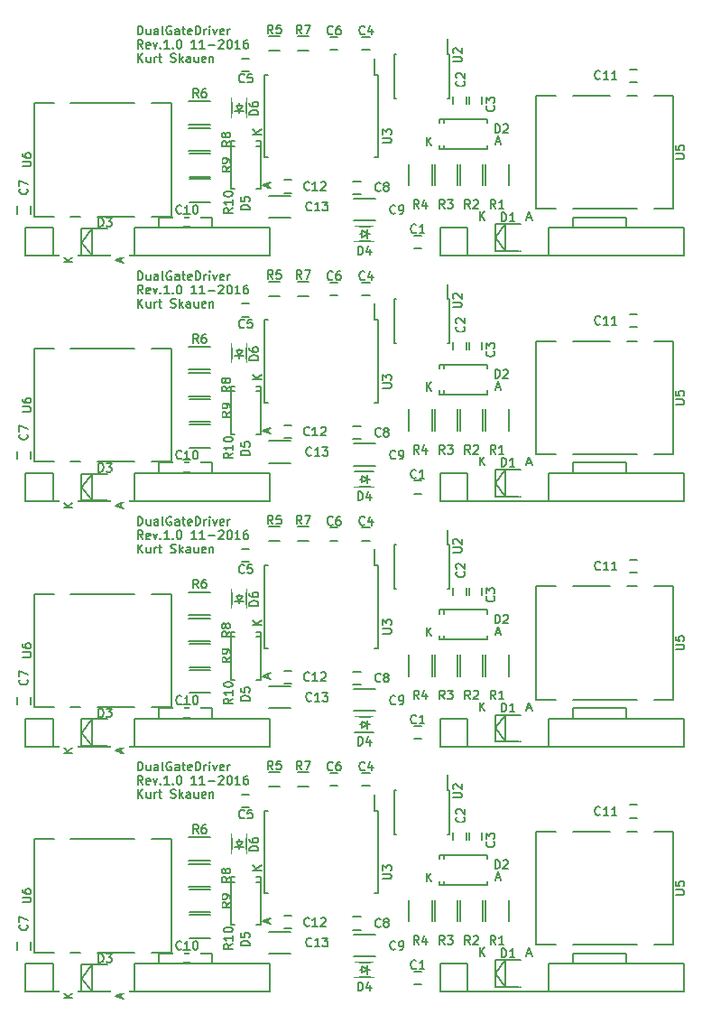
<source format=gto>
G04 #@! TF.FileFunction,Legend,Top*
%FSLAX46Y46*%
G04 Gerber Fmt 4.6, Leading zero omitted, Abs format (unit mm)*
G04 Created by KiCad (PCBNEW 4.0.1-stable) date 09.11.2016 23:19:49*
%MOMM*%
G01*
G04 APERTURE LIST*
%ADD10C,0.100000*%
%ADD11C,0.152400*%
%ADD12C,0.150000*%
%ADD13R,1.060000X1.010000*%
%ADD14R,1.160000X1.360000*%
%ADD15R,1.260000X1.860000*%
%ADD16R,1.960000X1.160000*%
%ADD17R,0.760000X1.160000*%
%ADD18R,2.060000X2.060000*%
%ADD19O,2.060000X2.060000*%
%ADD20R,1.761140X2.960020*%
%ADD21R,1.940000X1.960000*%
%ADD22R,1.360000X1.160000*%
%ADD23R,0.860000X1.760000*%
%ADD24R,1.160000X1.960000*%
%ADD25R,1.010000X1.060000*%
%ADD26R,1.260000X2.560000*%
%ADD27R,1.960000X1.940000*%
%ADD28R,0.860000X1.810000*%
G04 APERTURE END LIST*
D10*
D11*
X108793524Y-76377375D02*
X108793524Y-75564575D01*
X108987048Y-75564575D01*
X109103162Y-75603280D01*
X109180571Y-75680690D01*
X109219276Y-75758099D01*
X109257981Y-75912918D01*
X109257981Y-76029032D01*
X109219276Y-76183851D01*
X109180571Y-76261261D01*
X109103162Y-76338670D01*
X108987048Y-76377375D01*
X108793524Y-76377375D01*
X109954667Y-75835509D02*
X109954667Y-76377375D01*
X109606324Y-75835509D02*
X109606324Y-76261261D01*
X109645029Y-76338670D01*
X109722438Y-76377375D01*
X109838552Y-76377375D01*
X109915962Y-76338670D01*
X109954667Y-76299966D01*
X110690057Y-76377375D02*
X110690057Y-75951623D01*
X110651352Y-75874213D01*
X110573942Y-75835509D01*
X110419123Y-75835509D01*
X110341714Y-75874213D01*
X110690057Y-76338670D02*
X110612647Y-76377375D01*
X110419123Y-76377375D01*
X110341714Y-76338670D01*
X110303009Y-76261261D01*
X110303009Y-76183851D01*
X110341714Y-76106442D01*
X110419123Y-76067737D01*
X110612647Y-76067737D01*
X110690057Y-76029032D01*
X111193218Y-76377375D02*
X111115809Y-76338670D01*
X111077104Y-76261261D01*
X111077104Y-75564575D01*
X111928608Y-75603280D02*
X111851199Y-75564575D01*
X111735084Y-75564575D01*
X111618970Y-75603280D01*
X111541561Y-75680690D01*
X111502856Y-75758099D01*
X111464151Y-75912918D01*
X111464151Y-76029032D01*
X111502856Y-76183851D01*
X111541561Y-76261261D01*
X111618970Y-76338670D01*
X111735084Y-76377375D01*
X111812494Y-76377375D01*
X111928608Y-76338670D01*
X111967313Y-76299966D01*
X111967313Y-76029032D01*
X111812494Y-76029032D01*
X112663999Y-76377375D02*
X112663999Y-75951623D01*
X112625294Y-75874213D01*
X112547884Y-75835509D01*
X112393065Y-75835509D01*
X112315656Y-75874213D01*
X112663999Y-76338670D02*
X112586589Y-76377375D01*
X112393065Y-76377375D01*
X112315656Y-76338670D01*
X112276951Y-76261261D01*
X112276951Y-76183851D01*
X112315656Y-76106442D01*
X112393065Y-76067737D01*
X112586589Y-76067737D01*
X112663999Y-76029032D01*
X112934932Y-75835509D02*
X113244570Y-75835509D01*
X113051046Y-75564575D02*
X113051046Y-76261261D01*
X113089751Y-76338670D01*
X113167160Y-76377375D01*
X113244570Y-76377375D01*
X113825141Y-76338670D02*
X113747731Y-76377375D01*
X113592912Y-76377375D01*
X113515503Y-76338670D01*
X113476798Y-76261261D01*
X113476798Y-75951623D01*
X113515503Y-75874213D01*
X113592912Y-75835509D01*
X113747731Y-75835509D01*
X113825141Y-75874213D01*
X113863846Y-75951623D01*
X113863846Y-76029032D01*
X113476798Y-76106442D01*
X114212189Y-76377375D02*
X114212189Y-75564575D01*
X114405713Y-75564575D01*
X114521827Y-75603280D01*
X114599236Y-75680690D01*
X114637941Y-75758099D01*
X114676646Y-75912918D01*
X114676646Y-76029032D01*
X114637941Y-76183851D01*
X114599236Y-76261261D01*
X114521827Y-76338670D01*
X114405713Y-76377375D01*
X114212189Y-76377375D01*
X115024989Y-76377375D02*
X115024989Y-75835509D01*
X115024989Y-75990328D02*
X115063694Y-75912918D01*
X115102398Y-75874213D01*
X115179808Y-75835509D01*
X115257217Y-75835509D01*
X115528151Y-76377375D02*
X115528151Y-75835509D01*
X115528151Y-75564575D02*
X115489446Y-75603280D01*
X115528151Y-75641985D01*
X115566856Y-75603280D01*
X115528151Y-75564575D01*
X115528151Y-75641985D01*
X115837789Y-75835509D02*
X116031313Y-76377375D01*
X116224837Y-75835509D01*
X116844113Y-76338670D02*
X116766703Y-76377375D01*
X116611884Y-76377375D01*
X116534475Y-76338670D01*
X116495770Y-76261261D01*
X116495770Y-75951623D01*
X116534475Y-75874213D01*
X116611884Y-75835509D01*
X116766703Y-75835509D01*
X116844113Y-75874213D01*
X116882818Y-75951623D01*
X116882818Y-76029032D01*
X116495770Y-76106442D01*
X117231161Y-76377375D02*
X117231161Y-75835509D01*
X117231161Y-75990328D02*
X117269866Y-75912918D01*
X117308570Y-75874213D01*
X117385980Y-75835509D01*
X117463389Y-75835509D01*
X109257981Y-77667695D02*
X108987048Y-77280648D01*
X108793524Y-77667695D02*
X108793524Y-76854895D01*
X109103162Y-76854895D01*
X109180571Y-76893600D01*
X109219276Y-76932305D01*
X109257981Y-77009714D01*
X109257981Y-77125829D01*
X109219276Y-77203238D01*
X109180571Y-77241943D01*
X109103162Y-77280648D01*
X108793524Y-77280648D01*
X109915962Y-77628990D02*
X109838552Y-77667695D01*
X109683733Y-77667695D01*
X109606324Y-77628990D01*
X109567619Y-77551581D01*
X109567619Y-77241943D01*
X109606324Y-77164533D01*
X109683733Y-77125829D01*
X109838552Y-77125829D01*
X109915962Y-77164533D01*
X109954667Y-77241943D01*
X109954667Y-77319352D01*
X109567619Y-77396762D01*
X110225600Y-77125829D02*
X110419124Y-77667695D01*
X110612648Y-77125829D01*
X110922286Y-77590286D02*
X110960991Y-77628990D01*
X110922286Y-77667695D01*
X110883581Y-77628990D01*
X110922286Y-77590286D01*
X110922286Y-77667695D01*
X111735086Y-77667695D02*
X111270629Y-77667695D01*
X111502858Y-77667695D02*
X111502858Y-76854895D01*
X111425448Y-76971010D01*
X111348039Y-77048419D01*
X111270629Y-77087124D01*
X112083429Y-77590286D02*
X112122134Y-77628990D01*
X112083429Y-77667695D01*
X112044724Y-77628990D01*
X112083429Y-77590286D01*
X112083429Y-77667695D01*
X112625296Y-76854895D02*
X112702705Y-76854895D01*
X112780115Y-76893600D01*
X112818820Y-76932305D01*
X112857524Y-77009714D01*
X112896229Y-77164533D01*
X112896229Y-77358057D01*
X112857524Y-77512876D01*
X112818820Y-77590286D01*
X112780115Y-77628990D01*
X112702705Y-77667695D01*
X112625296Y-77667695D01*
X112547886Y-77628990D01*
X112509182Y-77590286D01*
X112470477Y-77512876D01*
X112431772Y-77358057D01*
X112431772Y-77164533D01*
X112470477Y-77009714D01*
X112509182Y-76932305D01*
X112547886Y-76893600D01*
X112625296Y-76854895D01*
X114289600Y-77667695D02*
X113825143Y-77667695D01*
X114057372Y-77667695D02*
X114057372Y-76854895D01*
X113979962Y-76971010D01*
X113902553Y-77048419D01*
X113825143Y-77087124D01*
X115063695Y-77667695D02*
X114599238Y-77667695D01*
X114831467Y-77667695D02*
X114831467Y-76854895D01*
X114754057Y-76971010D01*
X114676648Y-77048419D01*
X114599238Y-77087124D01*
X115412038Y-77358057D02*
X116031314Y-77358057D01*
X116379657Y-76932305D02*
X116418362Y-76893600D01*
X116495771Y-76854895D01*
X116689295Y-76854895D01*
X116766705Y-76893600D01*
X116805409Y-76932305D01*
X116844114Y-77009714D01*
X116844114Y-77087124D01*
X116805409Y-77203238D01*
X116340952Y-77667695D01*
X116844114Y-77667695D01*
X117347276Y-76854895D02*
X117424685Y-76854895D01*
X117502095Y-76893600D01*
X117540800Y-76932305D01*
X117579504Y-77009714D01*
X117618209Y-77164533D01*
X117618209Y-77358057D01*
X117579504Y-77512876D01*
X117540800Y-77590286D01*
X117502095Y-77628990D01*
X117424685Y-77667695D01*
X117347276Y-77667695D01*
X117269866Y-77628990D01*
X117231162Y-77590286D01*
X117192457Y-77512876D01*
X117153752Y-77358057D01*
X117153752Y-77164533D01*
X117192457Y-77009714D01*
X117231162Y-76932305D01*
X117269866Y-76893600D01*
X117347276Y-76854895D01*
X118392304Y-77667695D02*
X117927847Y-77667695D01*
X118160076Y-77667695D02*
X118160076Y-76854895D01*
X118082666Y-76971010D01*
X118005257Y-77048419D01*
X117927847Y-77087124D01*
X119088990Y-76854895D02*
X118934171Y-76854895D01*
X118856761Y-76893600D01*
X118818056Y-76932305D01*
X118740647Y-77048419D01*
X118701942Y-77203238D01*
X118701942Y-77512876D01*
X118740647Y-77590286D01*
X118779352Y-77628990D01*
X118856761Y-77667695D01*
X119011580Y-77667695D01*
X119088990Y-77628990D01*
X119127694Y-77590286D01*
X119166399Y-77512876D01*
X119166399Y-77319352D01*
X119127694Y-77241943D01*
X119088990Y-77203238D01*
X119011580Y-77164533D01*
X118856761Y-77164533D01*
X118779352Y-77203238D01*
X118740647Y-77241943D01*
X118701942Y-77319352D01*
X108793524Y-78958015D02*
X108793524Y-78145215D01*
X109257981Y-78958015D02*
X108909638Y-78493558D01*
X109257981Y-78145215D02*
X108793524Y-78609672D01*
X109954667Y-78416149D02*
X109954667Y-78958015D01*
X109606324Y-78416149D02*
X109606324Y-78841901D01*
X109645029Y-78919310D01*
X109722438Y-78958015D01*
X109838552Y-78958015D01*
X109915962Y-78919310D01*
X109954667Y-78880606D01*
X110341714Y-78958015D02*
X110341714Y-78416149D01*
X110341714Y-78570968D02*
X110380419Y-78493558D01*
X110419123Y-78454853D01*
X110496533Y-78416149D01*
X110573942Y-78416149D01*
X110728762Y-78416149D02*
X111038400Y-78416149D01*
X110844876Y-78145215D02*
X110844876Y-78841901D01*
X110883581Y-78919310D01*
X110960990Y-78958015D01*
X111038400Y-78958015D01*
X111889904Y-78919310D02*
X112006018Y-78958015D01*
X112199542Y-78958015D01*
X112276952Y-78919310D01*
X112315656Y-78880606D01*
X112354361Y-78803196D01*
X112354361Y-78725787D01*
X112315656Y-78648377D01*
X112276952Y-78609672D01*
X112199542Y-78570968D01*
X112044723Y-78532263D01*
X111967314Y-78493558D01*
X111928609Y-78454853D01*
X111889904Y-78377444D01*
X111889904Y-78300034D01*
X111928609Y-78222625D01*
X111967314Y-78183920D01*
X112044723Y-78145215D01*
X112238247Y-78145215D01*
X112354361Y-78183920D01*
X112702704Y-78958015D02*
X112702704Y-78145215D01*
X112780113Y-78648377D02*
X113012342Y-78958015D01*
X113012342Y-78416149D02*
X112702704Y-78725787D01*
X113709028Y-78958015D02*
X113709028Y-78532263D01*
X113670323Y-78454853D01*
X113592913Y-78416149D01*
X113438094Y-78416149D01*
X113360685Y-78454853D01*
X113709028Y-78919310D02*
X113631618Y-78958015D01*
X113438094Y-78958015D01*
X113360685Y-78919310D01*
X113321980Y-78841901D01*
X113321980Y-78764491D01*
X113360685Y-78687082D01*
X113438094Y-78648377D01*
X113631618Y-78648377D01*
X113709028Y-78609672D01*
X114444418Y-78416149D02*
X114444418Y-78958015D01*
X114096075Y-78416149D02*
X114096075Y-78841901D01*
X114134780Y-78919310D01*
X114212189Y-78958015D01*
X114328303Y-78958015D01*
X114405713Y-78919310D01*
X114444418Y-78880606D01*
X115141103Y-78919310D02*
X115063693Y-78958015D01*
X114908874Y-78958015D01*
X114831465Y-78919310D01*
X114792760Y-78841901D01*
X114792760Y-78532263D01*
X114831465Y-78454853D01*
X114908874Y-78416149D01*
X115063693Y-78416149D01*
X115141103Y-78454853D01*
X115179808Y-78532263D01*
X115179808Y-78609672D01*
X114792760Y-78687082D01*
X115528151Y-78416149D02*
X115528151Y-78958015D01*
X115528151Y-78493558D02*
X115566856Y-78454853D01*
X115644265Y-78416149D01*
X115760379Y-78416149D01*
X115837789Y-78454853D01*
X115876494Y-78532263D01*
X115876494Y-78958015D01*
X108793524Y-99377375D02*
X108793524Y-98564575D01*
X108987048Y-98564575D01*
X109103162Y-98603280D01*
X109180571Y-98680690D01*
X109219276Y-98758099D01*
X109257981Y-98912918D01*
X109257981Y-99029032D01*
X109219276Y-99183851D01*
X109180571Y-99261261D01*
X109103162Y-99338670D01*
X108987048Y-99377375D01*
X108793524Y-99377375D01*
X109954667Y-98835509D02*
X109954667Y-99377375D01*
X109606324Y-98835509D02*
X109606324Y-99261261D01*
X109645029Y-99338670D01*
X109722438Y-99377375D01*
X109838552Y-99377375D01*
X109915962Y-99338670D01*
X109954667Y-99299966D01*
X110690057Y-99377375D02*
X110690057Y-98951623D01*
X110651352Y-98874213D01*
X110573942Y-98835509D01*
X110419123Y-98835509D01*
X110341714Y-98874213D01*
X110690057Y-99338670D02*
X110612647Y-99377375D01*
X110419123Y-99377375D01*
X110341714Y-99338670D01*
X110303009Y-99261261D01*
X110303009Y-99183851D01*
X110341714Y-99106442D01*
X110419123Y-99067737D01*
X110612647Y-99067737D01*
X110690057Y-99029032D01*
X111193218Y-99377375D02*
X111115809Y-99338670D01*
X111077104Y-99261261D01*
X111077104Y-98564575D01*
X111928608Y-98603280D02*
X111851199Y-98564575D01*
X111735084Y-98564575D01*
X111618970Y-98603280D01*
X111541561Y-98680690D01*
X111502856Y-98758099D01*
X111464151Y-98912918D01*
X111464151Y-99029032D01*
X111502856Y-99183851D01*
X111541561Y-99261261D01*
X111618970Y-99338670D01*
X111735084Y-99377375D01*
X111812494Y-99377375D01*
X111928608Y-99338670D01*
X111967313Y-99299966D01*
X111967313Y-99029032D01*
X111812494Y-99029032D01*
X112663999Y-99377375D02*
X112663999Y-98951623D01*
X112625294Y-98874213D01*
X112547884Y-98835509D01*
X112393065Y-98835509D01*
X112315656Y-98874213D01*
X112663999Y-99338670D02*
X112586589Y-99377375D01*
X112393065Y-99377375D01*
X112315656Y-99338670D01*
X112276951Y-99261261D01*
X112276951Y-99183851D01*
X112315656Y-99106442D01*
X112393065Y-99067737D01*
X112586589Y-99067737D01*
X112663999Y-99029032D01*
X112934932Y-98835509D02*
X113244570Y-98835509D01*
X113051046Y-98564575D02*
X113051046Y-99261261D01*
X113089751Y-99338670D01*
X113167160Y-99377375D01*
X113244570Y-99377375D01*
X113825141Y-99338670D02*
X113747731Y-99377375D01*
X113592912Y-99377375D01*
X113515503Y-99338670D01*
X113476798Y-99261261D01*
X113476798Y-98951623D01*
X113515503Y-98874213D01*
X113592912Y-98835509D01*
X113747731Y-98835509D01*
X113825141Y-98874213D01*
X113863846Y-98951623D01*
X113863846Y-99029032D01*
X113476798Y-99106442D01*
X114212189Y-99377375D02*
X114212189Y-98564575D01*
X114405713Y-98564575D01*
X114521827Y-98603280D01*
X114599236Y-98680690D01*
X114637941Y-98758099D01*
X114676646Y-98912918D01*
X114676646Y-99029032D01*
X114637941Y-99183851D01*
X114599236Y-99261261D01*
X114521827Y-99338670D01*
X114405713Y-99377375D01*
X114212189Y-99377375D01*
X115024989Y-99377375D02*
X115024989Y-98835509D01*
X115024989Y-98990328D02*
X115063694Y-98912918D01*
X115102398Y-98874213D01*
X115179808Y-98835509D01*
X115257217Y-98835509D01*
X115528151Y-99377375D02*
X115528151Y-98835509D01*
X115528151Y-98564575D02*
X115489446Y-98603280D01*
X115528151Y-98641985D01*
X115566856Y-98603280D01*
X115528151Y-98564575D01*
X115528151Y-98641985D01*
X115837789Y-98835509D02*
X116031313Y-99377375D01*
X116224837Y-98835509D01*
X116844113Y-99338670D02*
X116766703Y-99377375D01*
X116611884Y-99377375D01*
X116534475Y-99338670D01*
X116495770Y-99261261D01*
X116495770Y-98951623D01*
X116534475Y-98874213D01*
X116611884Y-98835509D01*
X116766703Y-98835509D01*
X116844113Y-98874213D01*
X116882818Y-98951623D01*
X116882818Y-99029032D01*
X116495770Y-99106442D01*
X117231161Y-99377375D02*
X117231161Y-98835509D01*
X117231161Y-98990328D02*
X117269866Y-98912918D01*
X117308570Y-98874213D01*
X117385980Y-98835509D01*
X117463389Y-98835509D01*
X109257981Y-100667695D02*
X108987048Y-100280648D01*
X108793524Y-100667695D02*
X108793524Y-99854895D01*
X109103162Y-99854895D01*
X109180571Y-99893600D01*
X109219276Y-99932305D01*
X109257981Y-100009714D01*
X109257981Y-100125829D01*
X109219276Y-100203238D01*
X109180571Y-100241943D01*
X109103162Y-100280648D01*
X108793524Y-100280648D01*
X109915962Y-100628990D02*
X109838552Y-100667695D01*
X109683733Y-100667695D01*
X109606324Y-100628990D01*
X109567619Y-100551581D01*
X109567619Y-100241943D01*
X109606324Y-100164533D01*
X109683733Y-100125829D01*
X109838552Y-100125829D01*
X109915962Y-100164533D01*
X109954667Y-100241943D01*
X109954667Y-100319352D01*
X109567619Y-100396762D01*
X110225600Y-100125829D02*
X110419124Y-100667695D01*
X110612648Y-100125829D01*
X110922286Y-100590286D02*
X110960991Y-100628990D01*
X110922286Y-100667695D01*
X110883581Y-100628990D01*
X110922286Y-100590286D01*
X110922286Y-100667695D01*
X111735086Y-100667695D02*
X111270629Y-100667695D01*
X111502858Y-100667695D02*
X111502858Y-99854895D01*
X111425448Y-99971010D01*
X111348039Y-100048419D01*
X111270629Y-100087124D01*
X112083429Y-100590286D02*
X112122134Y-100628990D01*
X112083429Y-100667695D01*
X112044724Y-100628990D01*
X112083429Y-100590286D01*
X112083429Y-100667695D01*
X112625296Y-99854895D02*
X112702705Y-99854895D01*
X112780115Y-99893600D01*
X112818820Y-99932305D01*
X112857524Y-100009714D01*
X112896229Y-100164533D01*
X112896229Y-100358057D01*
X112857524Y-100512876D01*
X112818820Y-100590286D01*
X112780115Y-100628990D01*
X112702705Y-100667695D01*
X112625296Y-100667695D01*
X112547886Y-100628990D01*
X112509182Y-100590286D01*
X112470477Y-100512876D01*
X112431772Y-100358057D01*
X112431772Y-100164533D01*
X112470477Y-100009714D01*
X112509182Y-99932305D01*
X112547886Y-99893600D01*
X112625296Y-99854895D01*
X114289600Y-100667695D02*
X113825143Y-100667695D01*
X114057372Y-100667695D02*
X114057372Y-99854895D01*
X113979962Y-99971010D01*
X113902553Y-100048419D01*
X113825143Y-100087124D01*
X115063695Y-100667695D02*
X114599238Y-100667695D01*
X114831467Y-100667695D02*
X114831467Y-99854895D01*
X114754057Y-99971010D01*
X114676648Y-100048419D01*
X114599238Y-100087124D01*
X115412038Y-100358057D02*
X116031314Y-100358057D01*
X116379657Y-99932305D02*
X116418362Y-99893600D01*
X116495771Y-99854895D01*
X116689295Y-99854895D01*
X116766705Y-99893600D01*
X116805409Y-99932305D01*
X116844114Y-100009714D01*
X116844114Y-100087124D01*
X116805409Y-100203238D01*
X116340952Y-100667695D01*
X116844114Y-100667695D01*
X117347276Y-99854895D02*
X117424685Y-99854895D01*
X117502095Y-99893600D01*
X117540800Y-99932305D01*
X117579504Y-100009714D01*
X117618209Y-100164533D01*
X117618209Y-100358057D01*
X117579504Y-100512876D01*
X117540800Y-100590286D01*
X117502095Y-100628990D01*
X117424685Y-100667695D01*
X117347276Y-100667695D01*
X117269866Y-100628990D01*
X117231162Y-100590286D01*
X117192457Y-100512876D01*
X117153752Y-100358057D01*
X117153752Y-100164533D01*
X117192457Y-100009714D01*
X117231162Y-99932305D01*
X117269866Y-99893600D01*
X117347276Y-99854895D01*
X118392304Y-100667695D02*
X117927847Y-100667695D01*
X118160076Y-100667695D02*
X118160076Y-99854895D01*
X118082666Y-99971010D01*
X118005257Y-100048419D01*
X117927847Y-100087124D01*
X119088990Y-99854895D02*
X118934171Y-99854895D01*
X118856761Y-99893600D01*
X118818056Y-99932305D01*
X118740647Y-100048419D01*
X118701942Y-100203238D01*
X118701942Y-100512876D01*
X118740647Y-100590286D01*
X118779352Y-100628990D01*
X118856761Y-100667695D01*
X119011580Y-100667695D01*
X119088990Y-100628990D01*
X119127694Y-100590286D01*
X119166399Y-100512876D01*
X119166399Y-100319352D01*
X119127694Y-100241943D01*
X119088990Y-100203238D01*
X119011580Y-100164533D01*
X118856761Y-100164533D01*
X118779352Y-100203238D01*
X118740647Y-100241943D01*
X118701942Y-100319352D01*
X108793524Y-101958015D02*
X108793524Y-101145215D01*
X109257981Y-101958015D02*
X108909638Y-101493558D01*
X109257981Y-101145215D02*
X108793524Y-101609672D01*
X109954667Y-101416149D02*
X109954667Y-101958015D01*
X109606324Y-101416149D02*
X109606324Y-101841901D01*
X109645029Y-101919310D01*
X109722438Y-101958015D01*
X109838552Y-101958015D01*
X109915962Y-101919310D01*
X109954667Y-101880606D01*
X110341714Y-101958015D02*
X110341714Y-101416149D01*
X110341714Y-101570968D02*
X110380419Y-101493558D01*
X110419123Y-101454853D01*
X110496533Y-101416149D01*
X110573942Y-101416149D01*
X110728762Y-101416149D02*
X111038400Y-101416149D01*
X110844876Y-101145215D02*
X110844876Y-101841901D01*
X110883581Y-101919310D01*
X110960990Y-101958015D01*
X111038400Y-101958015D01*
X111889904Y-101919310D02*
X112006018Y-101958015D01*
X112199542Y-101958015D01*
X112276952Y-101919310D01*
X112315656Y-101880606D01*
X112354361Y-101803196D01*
X112354361Y-101725787D01*
X112315656Y-101648377D01*
X112276952Y-101609672D01*
X112199542Y-101570968D01*
X112044723Y-101532263D01*
X111967314Y-101493558D01*
X111928609Y-101454853D01*
X111889904Y-101377444D01*
X111889904Y-101300034D01*
X111928609Y-101222625D01*
X111967314Y-101183920D01*
X112044723Y-101145215D01*
X112238247Y-101145215D01*
X112354361Y-101183920D01*
X112702704Y-101958015D02*
X112702704Y-101145215D01*
X112780113Y-101648377D02*
X113012342Y-101958015D01*
X113012342Y-101416149D02*
X112702704Y-101725787D01*
X113709028Y-101958015D02*
X113709028Y-101532263D01*
X113670323Y-101454853D01*
X113592913Y-101416149D01*
X113438094Y-101416149D01*
X113360685Y-101454853D01*
X113709028Y-101919310D02*
X113631618Y-101958015D01*
X113438094Y-101958015D01*
X113360685Y-101919310D01*
X113321980Y-101841901D01*
X113321980Y-101764491D01*
X113360685Y-101687082D01*
X113438094Y-101648377D01*
X113631618Y-101648377D01*
X113709028Y-101609672D01*
X114444418Y-101416149D02*
X114444418Y-101958015D01*
X114096075Y-101416149D02*
X114096075Y-101841901D01*
X114134780Y-101919310D01*
X114212189Y-101958015D01*
X114328303Y-101958015D01*
X114405713Y-101919310D01*
X114444418Y-101880606D01*
X115141103Y-101919310D02*
X115063693Y-101958015D01*
X114908874Y-101958015D01*
X114831465Y-101919310D01*
X114792760Y-101841901D01*
X114792760Y-101532263D01*
X114831465Y-101454853D01*
X114908874Y-101416149D01*
X115063693Y-101416149D01*
X115141103Y-101454853D01*
X115179808Y-101532263D01*
X115179808Y-101609672D01*
X114792760Y-101687082D01*
X115528151Y-101416149D02*
X115528151Y-101958015D01*
X115528151Y-101493558D02*
X115566856Y-101454853D01*
X115644265Y-101416149D01*
X115760379Y-101416149D01*
X115837789Y-101454853D01*
X115876494Y-101532263D01*
X115876494Y-101958015D01*
X108793524Y-122377375D02*
X108793524Y-121564575D01*
X108987048Y-121564575D01*
X109103162Y-121603280D01*
X109180571Y-121680690D01*
X109219276Y-121758099D01*
X109257981Y-121912918D01*
X109257981Y-122029032D01*
X109219276Y-122183851D01*
X109180571Y-122261261D01*
X109103162Y-122338670D01*
X108987048Y-122377375D01*
X108793524Y-122377375D01*
X109954667Y-121835509D02*
X109954667Y-122377375D01*
X109606324Y-121835509D02*
X109606324Y-122261261D01*
X109645029Y-122338670D01*
X109722438Y-122377375D01*
X109838552Y-122377375D01*
X109915962Y-122338670D01*
X109954667Y-122299966D01*
X110690057Y-122377375D02*
X110690057Y-121951623D01*
X110651352Y-121874213D01*
X110573942Y-121835509D01*
X110419123Y-121835509D01*
X110341714Y-121874213D01*
X110690057Y-122338670D02*
X110612647Y-122377375D01*
X110419123Y-122377375D01*
X110341714Y-122338670D01*
X110303009Y-122261261D01*
X110303009Y-122183851D01*
X110341714Y-122106442D01*
X110419123Y-122067737D01*
X110612647Y-122067737D01*
X110690057Y-122029032D01*
X111193218Y-122377375D02*
X111115809Y-122338670D01*
X111077104Y-122261261D01*
X111077104Y-121564575D01*
X111928608Y-121603280D02*
X111851199Y-121564575D01*
X111735084Y-121564575D01*
X111618970Y-121603280D01*
X111541561Y-121680690D01*
X111502856Y-121758099D01*
X111464151Y-121912918D01*
X111464151Y-122029032D01*
X111502856Y-122183851D01*
X111541561Y-122261261D01*
X111618970Y-122338670D01*
X111735084Y-122377375D01*
X111812494Y-122377375D01*
X111928608Y-122338670D01*
X111967313Y-122299966D01*
X111967313Y-122029032D01*
X111812494Y-122029032D01*
X112663999Y-122377375D02*
X112663999Y-121951623D01*
X112625294Y-121874213D01*
X112547884Y-121835509D01*
X112393065Y-121835509D01*
X112315656Y-121874213D01*
X112663999Y-122338670D02*
X112586589Y-122377375D01*
X112393065Y-122377375D01*
X112315656Y-122338670D01*
X112276951Y-122261261D01*
X112276951Y-122183851D01*
X112315656Y-122106442D01*
X112393065Y-122067737D01*
X112586589Y-122067737D01*
X112663999Y-122029032D01*
X112934932Y-121835509D02*
X113244570Y-121835509D01*
X113051046Y-121564575D02*
X113051046Y-122261261D01*
X113089751Y-122338670D01*
X113167160Y-122377375D01*
X113244570Y-122377375D01*
X113825141Y-122338670D02*
X113747731Y-122377375D01*
X113592912Y-122377375D01*
X113515503Y-122338670D01*
X113476798Y-122261261D01*
X113476798Y-121951623D01*
X113515503Y-121874213D01*
X113592912Y-121835509D01*
X113747731Y-121835509D01*
X113825141Y-121874213D01*
X113863846Y-121951623D01*
X113863846Y-122029032D01*
X113476798Y-122106442D01*
X114212189Y-122377375D02*
X114212189Y-121564575D01*
X114405713Y-121564575D01*
X114521827Y-121603280D01*
X114599236Y-121680690D01*
X114637941Y-121758099D01*
X114676646Y-121912918D01*
X114676646Y-122029032D01*
X114637941Y-122183851D01*
X114599236Y-122261261D01*
X114521827Y-122338670D01*
X114405713Y-122377375D01*
X114212189Y-122377375D01*
X115024989Y-122377375D02*
X115024989Y-121835509D01*
X115024989Y-121990328D02*
X115063694Y-121912918D01*
X115102398Y-121874213D01*
X115179808Y-121835509D01*
X115257217Y-121835509D01*
X115528151Y-122377375D02*
X115528151Y-121835509D01*
X115528151Y-121564575D02*
X115489446Y-121603280D01*
X115528151Y-121641985D01*
X115566856Y-121603280D01*
X115528151Y-121564575D01*
X115528151Y-121641985D01*
X115837789Y-121835509D02*
X116031313Y-122377375D01*
X116224837Y-121835509D01*
X116844113Y-122338670D02*
X116766703Y-122377375D01*
X116611884Y-122377375D01*
X116534475Y-122338670D01*
X116495770Y-122261261D01*
X116495770Y-121951623D01*
X116534475Y-121874213D01*
X116611884Y-121835509D01*
X116766703Y-121835509D01*
X116844113Y-121874213D01*
X116882818Y-121951623D01*
X116882818Y-122029032D01*
X116495770Y-122106442D01*
X117231161Y-122377375D02*
X117231161Y-121835509D01*
X117231161Y-121990328D02*
X117269866Y-121912918D01*
X117308570Y-121874213D01*
X117385980Y-121835509D01*
X117463389Y-121835509D01*
X109257981Y-123667695D02*
X108987048Y-123280648D01*
X108793524Y-123667695D02*
X108793524Y-122854895D01*
X109103162Y-122854895D01*
X109180571Y-122893600D01*
X109219276Y-122932305D01*
X109257981Y-123009714D01*
X109257981Y-123125829D01*
X109219276Y-123203238D01*
X109180571Y-123241943D01*
X109103162Y-123280648D01*
X108793524Y-123280648D01*
X109915962Y-123628990D02*
X109838552Y-123667695D01*
X109683733Y-123667695D01*
X109606324Y-123628990D01*
X109567619Y-123551581D01*
X109567619Y-123241943D01*
X109606324Y-123164533D01*
X109683733Y-123125829D01*
X109838552Y-123125829D01*
X109915962Y-123164533D01*
X109954667Y-123241943D01*
X109954667Y-123319352D01*
X109567619Y-123396762D01*
X110225600Y-123125829D02*
X110419124Y-123667695D01*
X110612648Y-123125829D01*
X110922286Y-123590286D02*
X110960991Y-123628990D01*
X110922286Y-123667695D01*
X110883581Y-123628990D01*
X110922286Y-123590286D01*
X110922286Y-123667695D01*
X111735086Y-123667695D02*
X111270629Y-123667695D01*
X111502858Y-123667695D02*
X111502858Y-122854895D01*
X111425448Y-122971010D01*
X111348039Y-123048419D01*
X111270629Y-123087124D01*
X112083429Y-123590286D02*
X112122134Y-123628990D01*
X112083429Y-123667695D01*
X112044724Y-123628990D01*
X112083429Y-123590286D01*
X112083429Y-123667695D01*
X112625296Y-122854895D02*
X112702705Y-122854895D01*
X112780115Y-122893600D01*
X112818820Y-122932305D01*
X112857524Y-123009714D01*
X112896229Y-123164533D01*
X112896229Y-123358057D01*
X112857524Y-123512876D01*
X112818820Y-123590286D01*
X112780115Y-123628990D01*
X112702705Y-123667695D01*
X112625296Y-123667695D01*
X112547886Y-123628990D01*
X112509182Y-123590286D01*
X112470477Y-123512876D01*
X112431772Y-123358057D01*
X112431772Y-123164533D01*
X112470477Y-123009714D01*
X112509182Y-122932305D01*
X112547886Y-122893600D01*
X112625296Y-122854895D01*
X114289600Y-123667695D02*
X113825143Y-123667695D01*
X114057372Y-123667695D02*
X114057372Y-122854895D01*
X113979962Y-122971010D01*
X113902553Y-123048419D01*
X113825143Y-123087124D01*
X115063695Y-123667695D02*
X114599238Y-123667695D01*
X114831467Y-123667695D02*
X114831467Y-122854895D01*
X114754057Y-122971010D01*
X114676648Y-123048419D01*
X114599238Y-123087124D01*
X115412038Y-123358057D02*
X116031314Y-123358057D01*
X116379657Y-122932305D02*
X116418362Y-122893600D01*
X116495771Y-122854895D01*
X116689295Y-122854895D01*
X116766705Y-122893600D01*
X116805409Y-122932305D01*
X116844114Y-123009714D01*
X116844114Y-123087124D01*
X116805409Y-123203238D01*
X116340952Y-123667695D01*
X116844114Y-123667695D01*
X117347276Y-122854895D02*
X117424685Y-122854895D01*
X117502095Y-122893600D01*
X117540800Y-122932305D01*
X117579504Y-123009714D01*
X117618209Y-123164533D01*
X117618209Y-123358057D01*
X117579504Y-123512876D01*
X117540800Y-123590286D01*
X117502095Y-123628990D01*
X117424685Y-123667695D01*
X117347276Y-123667695D01*
X117269866Y-123628990D01*
X117231162Y-123590286D01*
X117192457Y-123512876D01*
X117153752Y-123358057D01*
X117153752Y-123164533D01*
X117192457Y-123009714D01*
X117231162Y-122932305D01*
X117269866Y-122893600D01*
X117347276Y-122854895D01*
X118392304Y-123667695D02*
X117927847Y-123667695D01*
X118160076Y-123667695D02*
X118160076Y-122854895D01*
X118082666Y-122971010D01*
X118005257Y-123048419D01*
X117927847Y-123087124D01*
X119088990Y-122854895D02*
X118934171Y-122854895D01*
X118856761Y-122893600D01*
X118818056Y-122932305D01*
X118740647Y-123048419D01*
X118701942Y-123203238D01*
X118701942Y-123512876D01*
X118740647Y-123590286D01*
X118779352Y-123628990D01*
X118856761Y-123667695D01*
X119011580Y-123667695D01*
X119088990Y-123628990D01*
X119127694Y-123590286D01*
X119166399Y-123512876D01*
X119166399Y-123319352D01*
X119127694Y-123241943D01*
X119088990Y-123203238D01*
X119011580Y-123164533D01*
X118856761Y-123164533D01*
X118779352Y-123203238D01*
X118740647Y-123241943D01*
X118701942Y-123319352D01*
X108793524Y-124958015D02*
X108793524Y-124145215D01*
X109257981Y-124958015D02*
X108909638Y-124493558D01*
X109257981Y-124145215D02*
X108793524Y-124609672D01*
X109954667Y-124416149D02*
X109954667Y-124958015D01*
X109606324Y-124416149D02*
X109606324Y-124841901D01*
X109645029Y-124919310D01*
X109722438Y-124958015D01*
X109838552Y-124958015D01*
X109915962Y-124919310D01*
X109954667Y-124880606D01*
X110341714Y-124958015D02*
X110341714Y-124416149D01*
X110341714Y-124570968D02*
X110380419Y-124493558D01*
X110419123Y-124454853D01*
X110496533Y-124416149D01*
X110573942Y-124416149D01*
X110728762Y-124416149D02*
X111038400Y-124416149D01*
X110844876Y-124145215D02*
X110844876Y-124841901D01*
X110883581Y-124919310D01*
X110960990Y-124958015D01*
X111038400Y-124958015D01*
X111889904Y-124919310D02*
X112006018Y-124958015D01*
X112199542Y-124958015D01*
X112276952Y-124919310D01*
X112315656Y-124880606D01*
X112354361Y-124803196D01*
X112354361Y-124725787D01*
X112315656Y-124648377D01*
X112276952Y-124609672D01*
X112199542Y-124570968D01*
X112044723Y-124532263D01*
X111967314Y-124493558D01*
X111928609Y-124454853D01*
X111889904Y-124377444D01*
X111889904Y-124300034D01*
X111928609Y-124222625D01*
X111967314Y-124183920D01*
X112044723Y-124145215D01*
X112238247Y-124145215D01*
X112354361Y-124183920D01*
X112702704Y-124958015D02*
X112702704Y-124145215D01*
X112780113Y-124648377D02*
X113012342Y-124958015D01*
X113012342Y-124416149D02*
X112702704Y-124725787D01*
X113709028Y-124958015D02*
X113709028Y-124532263D01*
X113670323Y-124454853D01*
X113592913Y-124416149D01*
X113438094Y-124416149D01*
X113360685Y-124454853D01*
X113709028Y-124919310D02*
X113631618Y-124958015D01*
X113438094Y-124958015D01*
X113360685Y-124919310D01*
X113321980Y-124841901D01*
X113321980Y-124764491D01*
X113360685Y-124687082D01*
X113438094Y-124648377D01*
X113631618Y-124648377D01*
X113709028Y-124609672D01*
X114444418Y-124416149D02*
X114444418Y-124958015D01*
X114096075Y-124416149D02*
X114096075Y-124841901D01*
X114134780Y-124919310D01*
X114212189Y-124958015D01*
X114328303Y-124958015D01*
X114405713Y-124919310D01*
X114444418Y-124880606D01*
X115141103Y-124919310D02*
X115063693Y-124958015D01*
X114908874Y-124958015D01*
X114831465Y-124919310D01*
X114792760Y-124841901D01*
X114792760Y-124532263D01*
X114831465Y-124454853D01*
X114908874Y-124416149D01*
X115063693Y-124416149D01*
X115141103Y-124454853D01*
X115179808Y-124532263D01*
X115179808Y-124609672D01*
X114792760Y-124687082D01*
X115528151Y-124416149D02*
X115528151Y-124958015D01*
X115528151Y-124493558D02*
X115566856Y-124454853D01*
X115644265Y-124416149D01*
X115760379Y-124416149D01*
X115837789Y-124454853D01*
X115876494Y-124532263D01*
X115876494Y-124958015D01*
X108793524Y-145377375D02*
X108793524Y-144564575D01*
X108987048Y-144564575D01*
X109103162Y-144603280D01*
X109180571Y-144680690D01*
X109219276Y-144758099D01*
X109257981Y-144912918D01*
X109257981Y-145029032D01*
X109219276Y-145183851D01*
X109180571Y-145261261D01*
X109103162Y-145338670D01*
X108987048Y-145377375D01*
X108793524Y-145377375D01*
X109954667Y-144835509D02*
X109954667Y-145377375D01*
X109606324Y-144835509D02*
X109606324Y-145261261D01*
X109645029Y-145338670D01*
X109722438Y-145377375D01*
X109838552Y-145377375D01*
X109915962Y-145338670D01*
X109954667Y-145299966D01*
X110690057Y-145377375D02*
X110690057Y-144951623D01*
X110651352Y-144874213D01*
X110573942Y-144835509D01*
X110419123Y-144835509D01*
X110341714Y-144874213D01*
X110690057Y-145338670D02*
X110612647Y-145377375D01*
X110419123Y-145377375D01*
X110341714Y-145338670D01*
X110303009Y-145261261D01*
X110303009Y-145183851D01*
X110341714Y-145106442D01*
X110419123Y-145067737D01*
X110612647Y-145067737D01*
X110690057Y-145029032D01*
X111193218Y-145377375D02*
X111115809Y-145338670D01*
X111077104Y-145261261D01*
X111077104Y-144564575D01*
X111928608Y-144603280D02*
X111851199Y-144564575D01*
X111735084Y-144564575D01*
X111618970Y-144603280D01*
X111541561Y-144680690D01*
X111502856Y-144758099D01*
X111464151Y-144912918D01*
X111464151Y-145029032D01*
X111502856Y-145183851D01*
X111541561Y-145261261D01*
X111618970Y-145338670D01*
X111735084Y-145377375D01*
X111812494Y-145377375D01*
X111928608Y-145338670D01*
X111967313Y-145299966D01*
X111967313Y-145029032D01*
X111812494Y-145029032D01*
X112663999Y-145377375D02*
X112663999Y-144951623D01*
X112625294Y-144874213D01*
X112547884Y-144835509D01*
X112393065Y-144835509D01*
X112315656Y-144874213D01*
X112663999Y-145338670D02*
X112586589Y-145377375D01*
X112393065Y-145377375D01*
X112315656Y-145338670D01*
X112276951Y-145261261D01*
X112276951Y-145183851D01*
X112315656Y-145106442D01*
X112393065Y-145067737D01*
X112586589Y-145067737D01*
X112663999Y-145029032D01*
X112934932Y-144835509D02*
X113244570Y-144835509D01*
X113051046Y-144564575D02*
X113051046Y-145261261D01*
X113089751Y-145338670D01*
X113167160Y-145377375D01*
X113244570Y-145377375D01*
X113825141Y-145338670D02*
X113747731Y-145377375D01*
X113592912Y-145377375D01*
X113515503Y-145338670D01*
X113476798Y-145261261D01*
X113476798Y-144951623D01*
X113515503Y-144874213D01*
X113592912Y-144835509D01*
X113747731Y-144835509D01*
X113825141Y-144874213D01*
X113863846Y-144951623D01*
X113863846Y-145029032D01*
X113476798Y-145106442D01*
X114212189Y-145377375D02*
X114212189Y-144564575D01*
X114405713Y-144564575D01*
X114521827Y-144603280D01*
X114599236Y-144680690D01*
X114637941Y-144758099D01*
X114676646Y-144912918D01*
X114676646Y-145029032D01*
X114637941Y-145183851D01*
X114599236Y-145261261D01*
X114521827Y-145338670D01*
X114405713Y-145377375D01*
X114212189Y-145377375D01*
X115024989Y-145377375D02*
X115024989Y-144835509D01*
X115024989Y-144990328D02*
X115063694Y-144912918D01*
X115102398Y-144874213D01*
X115179808Y-144835509D01*
X115257217Y-144835509D01*
X115528151Y-145377375D02*
X115528151Y-144835509D01*
X115528151Y-144564575D02*
X115489446Y-144603280D01*
X115528151Y-144641985D01*
X115566856Y-144603280D01*
X115528151Y-144564575D01*
X115528151Y-144641985D01*
X115837789Y-144835509D02*
X116031313Y-145377375D01*
X116224837Y-144835509D01*
X116844113Y-145338670D02*
X116766703Y-145377375D01*
X116611884Y-145377375D01*
X116534475Y-145338670D01*
X116495770Y-145261261D01*
X116495770Y-144951623D01*
X116534475Y-144874213D01*
X116611884Y-144835509D01*
X116766703Y-144835509D01*
X116844113Y-144874213D01*
X116882818Y-144951623D01*
X116882818Y-145029032D01*
X116495770Y-145106442D01*
X117231161Y-145377375D02*
X117231161Y-144835509D01*
X117231161Y-144990328D02*
X117269866Y-144912918D01*
X117308570Y-144874213D01*
X117385980Y-144835509D01*
X117463389Y-144835509D01*
X109257981Y-146667695D02*
X108987048Y-146280648D01*
X108793524Y-146667695D02*
X108793524Y-145854895D01*
X109103162Y-145854895D01*
X109180571Y-145893600D01*
X109219276Y-145932305D01*
X109257981Y-146009714D01*
X109257981Y-146125829D01*
X109219276Y-146203238D01*
X109180571Y-146241943D01*
X109103162Y-146280648D01*
X108793524Y-146280648D01*
X109915962Y-146628990D02*
X109838552Y-146667695D01*
X109683733Y-146667695D01*
X109606324Y-146628990D01*
X109567619Y-146551581D01*
X109567619Y-146241943D01*
X109606324Y-146164533D01*
X109683733Y-146125829D01*
X109838552Y-146125829D01*
X109915962Y-146164533D01*
X109954667Y-146241943D01*
X109954667Y-146319352D01*
X109567619Y-146396762D01*
X110225600Y-146125829D02*
X110419124Y-146667695D01*
X110612648Y-146125829D01*
X110922286Y-146590286D02*
X110960991Y-146628990D01*
X110922286Y-146667695D01*
X110883581Y-146628990D01*
X110922286Y-146590286D01*
X110922286Y-146667695D01*
X111735086Y-146667695D02*
X111270629Y-146667695D01*
X111502858Y-146667695D02*
X111502858Y-145854895D01*
X111425448Y-145971010D01*
X111348039Y-146048419D01*
X111270629Y-146087124D01*
X112083429Y-146590286D02*
X112122134Y-146628990D01*
X112083429Y-146667695D01*
X112044724Y-146628990D01*
X112083429Y-146590286D01*
X112083429Y-146667695D01*
X112625296Y-145854895D02*
X112702705Y-145854895D01*
X112780115Y-145893600D01*
X112818820Y-145932305D01*
X112857524Y-146009714D01*
X112896229Y-146164533D01*
X112896229Y-146358057D01*
X112857524Y-146512876D01*
X112818820Y-146590286D01*
X112780115Y-146628990D01*
X112702705Y-146667695D01*
X112625296Y-146667695D01*
X112547886Y-146628990D01*
X112509182Y-146590286D01*
X112470477Y-146512876D01*
X112431772Y-146358057D01*
X112431772Y-146164533D01*
X112470477Y-146009714D01*
X112509182Y-145932305D01*
X112547886Y-145893600D01*
X112625296Y-145854895D01*
X114289600Y-146667695D02*
X113825143Y-146667695D01*
X114057372Y-146667695D02*
X114057372Y-145854895D01*
X113979962Y-145971010D01*
X113902553Y-146048419D01*
X113825143Y-146087124D01*
X115063695Y-146667695D02*
X114599238Y-146667695D01*
X114831467Y-146667695D02*
X114831467Y-145854895D01*
X114754057Y-145971010D01*
X114676648Y-146048419D01*
X114599238Y-146087124D01*
X115412038Y-146358057D02*
X116031314Y-146358057D01*
X116379657Y-145932305D02*
X116418362Y-145893600D01*
X116495771Y-145854895D01*
X116689295Y-145854895D01*
X116766705Y-145893600D01*
X116805409Y-145932305D01*
X116844114Y-146009714D01*
X116844114Y-146087124D01*
X116805409Y-146203238D01*
X116340952Y-146667695D01*
X116844114Y-146667695D01*
X117347276Y-145854895D02*
X117424685Y-145854895D01*
X117502095Y-145893600D01*
X117540800Y-145932305D01*
X117579504Y-146009714D01*
X117618209Y-146164533D01*
X117618209Y-146358057D01*
X117579504Y-146512876D01*
X117540800Y-146590286D01*
X117502095Y-146628990D01*
X117424685Y-146667695D01*
X117347276Y-146667695D01*
X117269866Y-146628990D01*
X117231162Y-146590286D01*
X117192457Y-146512876D01*
X117153752Y-146358057D01*
X117153752Y-146164533D01*
X117192457Y-146009714D01*
X117231162Y-145932305D01*
X117269866Y-145893600D01*
X117347276Y-145854895D01*
X118392304Y-146667695D02*
X117927847Y-146667695D01*
X118160076Y-146667695D02*
X118160076Y-145854895D01*
X118082666Y-145971010D01*
X118005257Y-146048419D01*
X117927847Y-146087124D01*
X119088990Y-145854895D02*
X118934171Y-145854895D01*
X118856761Y-145893600D01*
X118818056Y-145932305D01*
X118740647Y-146048419D01*
X118701942Y-146203238D01*
X118701942Y-146512876D01*
X118740647Y-146590286D01*
X118779352Y-146628990D01*
X118856761Y-146667695D01*
X119011580Y-146667695D01*
X119088990Y-146628990D01*
X119127694Y-146590286D01*
X119166399Y-146512876D01*
X119166399Y-146319352D01*
X119127694Y-146241943D01*
X119088990Y-146203238D01*
X119011580Y-146164533D01*
X118856761Y-146164533D01*
X118779352Y-146203238D01*
X118740647Y-146241943D01*
X118701942Y-146319352D01*
X108793524Y-147958015D02*
X108793524Y-147145215D01*
X109257981Y-147958015D02*
X108909638Y-147493558D01*
X109257981Y-147145215D02*
X108793524Y-147609672D01*
X109954667Y-147416149D02*
X109954667Y-147958015D01*
X109606324Y-147416149D02*
X109606324Y-147841901D01*
X109645029Y-147919310D01*
X109722438Y-147958015D01*
X109838552Y-147958015D01*
X109915962Y-147919310D01*
X109954667Y-147880606D01*
X110341714Y-147958015D02*
X110341714Y-147416149D01*
X110341714Y-147570968D02*
X110380419Y-147493558D01*
X110419123Y-147454853D01*
X110496533Y-147416149D01*
X110573942Y-147416149D01*
X110728762Y-147416149D02*
X111038400Y-147416149D01*
X110844876Y-147145215D02*
X110844876Y-147841901D01*
X110883581Y-147919310D01*
X110960990Y-147958015D01*
X111038400Y-147958015D01*
X111889904Y-147919310D02*
X112006018Y-147958015D01*
X112199542Y-147958015D01*
X112276952Y-147919310D01*
X112315656Y-147880606D01*
X112354361Y-147803196D01*
X112354361Y-147725787D01*
X112315656Y-147648377D01*
X112276952Y-147609672D01*
X112199542Y-147570968D01*
X112044723Y-147532263D01*
X111967314Y-147493558D01*
X111928609Y-147454853D01*
X111889904Y-147377444D01*
X111889904Y-147300034D01*
X111928609Y-147222625D01*
X111967314Y-147183920D01*
X112044723Y-147145215D01*
X112238247Y-147145215D01*
X112354361Y-147183920D01*
X112702704Y-147958015D02*
X112702704Y-147145215D01*
X112780113Y-147648377D02*
X113012342Y-147958015D01*
X113012342Y-147416149D02*
X112702704Y-147725787D01*
X113709028Y-147958015D02*
X113709028Y-147532263D01*
X113670323Y-147454853D01*
X113592913Y-147416149D01*
X113438094Y-147416149D01*
X113360685Y-147454853D01*
X113709028Y-147919310D02*
X113631618Y-147958015D01*
X113438094Y-147958015D01*
X113360685Y-147919310D01*
X113321980Y-147841901D01*
X113321980Y-147764491D01*
X113360685Y-147687082D01*
X113438094Y-147648377D01*
X113631618Y-147648377D01*
X113709028Y-147609672D01*
X114444418Y-147416149D02*
X114444418Y-147958015D01*
X114096075Y-147416149D02*
X114096075Y-147841901D01*
X114134780Y-147919310D01*
X114212189Y-147958015D01*
X114328303Y-147958015D01*
X114405713Y-147919310D01*
X114444418Y-147880606D01*
X115141103Y-147919310D02*
X115063693Y-147958015D01*
X114908874Y-147958015D01*
X114831465Y-147919310D01*
X114792760Y-147841901D01*
X114792760Y-147532263D01*
X114831465Y-147454853D01*
X114908874Y-147416149D01*
X115063693Y-147416149D01*
X115141103Y-147454853D01*
X115179808Y-147532263D01*
X115179808Y-147609672D01*
X114792760Y-147687082D01*
X115528151Y-147416149D02*
X115528151Y-147958015D01*
X115528151Y-147493558D02*
X115566856Y-147454853D01*
X115644265Y-147416149D01*
X115760379Y-147416149D01*
X115837789Y-147454853D01*
X115876494Y-147532263D01*
X115876494Y-147958015D01*
D12*
X129700000Y-91300000D02*
X129000000Y-91300000D01*
X129000000Y-90100000D02*
X129700000Y-90100000D01*
X135400000Y-96400000D02*
X134700000Y-96400000D01*
X134700000Y-95200000D02*
X135400000Y-95200000D01*
X129850000Y-95050000D02*
X129650000Y-95050000D01*
X130550000Y-95050000D02*
X130367500Y-95050000D01*
X130367500Y-95050000D02*
X129850000Y-95350000D01*
X129850000Y-95350000D02*
X129850000Y-94750000D01*
X129850000Y-94750000D02*
X130367500Y-95050000D01*
X130350000Y-95450000D02*
X130350000Y-94650000D01*
X130950000Y-94350000D02*
X129150000Y-94350000D01*
X130950000Y-95750000D02*
X129150000Y-95750000D01*
X121100000Y-93525000D02*
X123100000Y-93525000D01*
X123100000Y-91475000D02*
X121100000Y-91475000D01*
X123200000Y-91200000D02*
X122500000Y-91200000D01*
X122500000Y-90000000D02*
X123200000Y-90000000D01*
X134225000Y-90500000D02*
X134225000Y-88500000D01*
X136375000Y-88500000D02*
X136375000Y-90500000D01*
X129050000Y-93775000D02*
X131050000Y-93775000D01*
X131050000Y-91725000D02*
X129050000Y-91725000D01*
X113050000Y-93200000D02*
X113750000Y-93200000D01*
X113750000Y-94400000D02*
X113050000Y-94400000D01*
X122100000Y-100875000D02*
X121100000Y-100875000D01*
X121100000Y-99525000D02*
X122100000Y-99525000D01*
X119250000Y-102800000D02*
X118550000Y-102800000D01*
X118550000Y-101600000D02*
X119250000Y-101600000D01*
X98240000Y-94500000D02*
X100840000Y-94500000D01*
X108440000Y-94500000D02*
X108440000Y-97100000D01*
X100840000Y-94500000D02*
X100840000Y-97100000D01*
X115740000Y-93500000D02*
X115740000Y-94500000D01*
X110740000Y-93500000D02*
X115740000Y-93500000D01*
X110740000Y-94500000D02*
X110740000Y-93500000D01*
X108440000Y-94500000D02*
X121140000Y-94500000D01*
X98240000Y-97100000D02*
X121140000Y-97100000D01*
X98240000Y-97100000D02*
X98240000Y-94500000D01*
X121140000Y-94500000D02*
X121140000Y-97100307D01*
X103549380Y-95800000D02*
X104499340Y-94550320D01*
X104499340Y-94550320D02*
X104499340Y-97049680D01*
X104499340Y-97049680D02*
X103501120Y-95800000D01*
X103501120Y-94550320D02*
X103501120Y-97049680D01*
X105799820Y-94550320D02*
X105898880Y-94550320D01*
X105799820Y-97049680D02*
X105898880Y-97049680D01*
X103501120Y-94550320D02*
X105850620Y-94550320D01*
X103501120Y-97049680D02*
X105749020Y-97049680D01*
X117505000Y-86800860D02*
X117860000Y-86800860D01*
X120295000Y-86800860D02*
X119940000Y-86800860D01*
X117505000Y-90850440D02*
X117860000Y-90850440D01*
X117505000Y-86349560D02*
X117860000Y-86349560D01*
X120295000Y-86349560D02*
X119940000Y-86349560D01*
X120295000Y-90850440D02*
X119940000Y-90850440D01*
X117505000Y-86349560D02*
X117505000Y-90850440D01*
X120295000Y-86349560D02*
X120295000Y-90850440D01*
X129850000Y-76600000D02*
X130550000Y-76600000D01*
X130550000Y-77800000D02*
X129850000Y-77800000D01*
X122100000Y-77875000D02*
X121100000Y-77875000D01*
X121100000Y-76525000D02*
X122100000Y-76525000D01*
X127550000Y-77800000D02*
X126850000Y-77800000D01*
X126850000Y-76600000D02*
X127550000Y-76600000D01*
X119250000Y-79800000D02*
X118550000Y-79800000D01*
X118550000Y-78600000D02*
X119250000Y-78600000D01*
X118300000Y-83000000D02*
X118300000Y-82800000D01*
X118300000Y-83700000D02*
X118300000Y-83517500D01*
X118300000Y-83517500D02*
X118000000Y-83000000D01*
X118000000Y-83000000D02*
X118600000Y-83000000D01*
X118600000Y-83000000D02*
X118300000Y-83517500D01*
X117900000Y-83500000D02*
X118700000Y-83500000D01*
X119000000Y-84100000D02*
X119000000Y-82300000D01*
X117600000Y-84100000D02*
X117600000Y-82300000D01*
X131325000Y-80125000D02*
X130970000Y-80125000D01*
X131325000Y-87875000D02*
X130970000Y-87875000D01*
X120675000Y-87875000D02*
X121030000Y-87875000D01*
X120675000Y-80125000D02*
X121030000Y-80125000D01*
X131325000Y-80125000D02*
X131325000Y-87875000D01*
X120675000Y-80125000D02*
X120675000Y-87875000D01*
X130970000Y-80125000D02*
X130970000Y-78600000D01*
X113600000Y-89925000D02*
X115600000Y-89925000D01*
X115600000Y-92075000D02*
X113600000Y-92075000D01*
X97500000Y-93150000D02*
X97500000Y-92450000D01*
X98700000Y-92450000D02*
X98700000Y-93150000D01*
X113600000Y-87525000D02*
X115600000Y-87525000D01*
X115600000Y-89675000D02*
X113600000Y-89675000D01*
X99050000Y-93405000D02*
X99050000Y-82795000D01*
X99050000Y-93405000D02*
X100900006Y-93405000D01*
X111950000Y-93405000D02*
X111950000Y-82795000D01*
X102499998Y-82795000D02*
X108500727Y-82795000D01*
X110099994Y-82795000D02*
X111950000Y-82795000D01*
X99050000Y-82795000D02*
X100900006Y-82795000D01*
X102499989Y-93405000D02*
X103406104Y-93405000D01*
X104999997Y-93405000D02*
X108501574Y-93405000D01*
X110099994Y-93405000D02*
X111950000Y-93405000D01*
X113550000Y-82625000D02*
X115550000Y-82625000D01*
X115550000Y-84775000D02*
X113550000Y-84775000D01*
X113550000Y-85125000D02*
X115550000Y-85125000D01*
X115550000Y-87275000D02*
X113550000Y-87275000D01*
X129850000Y-118050000D02*
X129650000Y-118050000D01*
X130550000Y-118050000D02*
X130367500Y-118050000D01*
X130367500Y-118050000D02*
X129850000Y-118350000D01*
X129850000Y-118350000D02*
X129850000Y-117750000D01*
X129850000Y-117750000D02*
X130367500Y-118050000D01*
X130350000Y-118450000D02*
X130350000Y-117650000D01*
X130950000Y-117350000D02*
X129150000Y-117350000D01*
X130950000Y-118750000D02*
X129150000Y-118750000D01*
X129700000Y-114300000D02*
X129000000Y-114300000D01*
X129000000Y-113100000D02*
X129700000Y-113100000D01*
X135400000Y-119400000D02*
X134700000Y-119400000D01*
X134700000Y-118200000D02*
X135400000Y-118200000D01*
X129050000Y-116775000D02*
X131050000Y-116775000D01*
X131050000Y-114725000D02*
X129050000Y-114725000D01*
X134225000Y-113500000D02*
X134225000Y-111500000D01*
X136375000Y-111500000D02*
X136375000Y-113500000D01*
X113550000Y-105625000D02*
X115550000Y-105625000D01*
X115550000Y-107775000D02*
X113550000Y-107775000D01*
X113550000Y-108125000D02*
X115550000Y-108125000D01*
X115550000Y-110275000D02*
X113550000Y-110275000D01*
X118300000Y-106000000D02*
X118300000Y-105800000D01*
X118300000Y-106700000D02*
X118300000Y-106517500D01*
X118300000Y-106517500D02*
X118000000Y-106000000D01*
X118000000Y-106000000D02*
X118600000Y-106000000D01*
X118600000Y-106000000D02*
X118300000Y-106517500D01*
X117900000Y-106500000D02*
X118700000Y-106500000D01*
X119000000Y-107100000D02*
X119000000Y-105300000D01*
X117600000Y-107100000D02*
X117600000Y-105300000D01*
X117505000Y-109800860D02*
X117860000Y-109800860D01*
X120295000Y-109800860D02*
X119940000Y-109800860D01*
X117505000Y-113850440D02*
X117860000Y-113850440D01*
X117505000Y-109349560D02*
X117860000Y-109349560D01*
X120295000Y-109349560D02*
X119940000Y-109349560D01*
X120295000Y-113850440D02*
X119940000Y-113850440D01*
X117505000Y-109349560D02*
X117505000Y-113850440D01*
X120295000Y-109349560D02*
X120295000Y-113850440D01*
X99050000Y-116405000D02*
X99050000Y-105795000D01*
X99050000Y-116405000D02*
X100900006Y-116405000D01*
X111950000Y-116405000D02*
X111950000Y-105795000D01*
X102499998Y-105795000D02*
X108500727Y-105795000D01*
X110099994Y-105795000D02*
X111950000Y-105795000D01*
X99050000Y-105795000D02*
X100900006Y-105795000D01*
X102499989Y-116405000D02*
X103406104Y-116405000D01*
X104999997Y-116405000D02*
X108501574Y-116405000D01*
X110099994Y-116405000D02*
X111950000Y-116405000D01*
X98240000Y-117500000D02*
X100840000Y-117500000D01*
X108440000Y-117500000D02*
X108440000Y-120100000D01*
X100840000Y-117500000D02*
X100840000Y-120100000D01*
X115740000Y-116500000D02*
X115740000Y-117500000D01*
X110740000Y-116500000D02*
X115740000Y-116500000D01*
X110740000Y-117500000D02*
X110740000Y-116500000D01*
X108440000Y-117500000D02*
X121140000Y-117500000D01*
X98240000Y-120100000D02*
X121140000Y-120100000D01*
X98240000Y-120100000D02*
X98240000Y-117500000D01*
X121140000Y-117500000D02*
X121140000Y-120100307D01*
X103549380Y-118800000D02*
X104499340Y-117550320D01*
X104499340Y-117550320D02*
X104499340Y-120049680D01*
X104499340Y-120049680D02*
X103501120Y-118800000D01*
X103501120Y-117550320D02*
X103501120Y-120049680D01*
X105799820Y-117550320D02*
X105898880Y-117550320D01*
X105799820Y-120049680D02*
X105898880Y-120049680D01*
X103501120Y-117550320D02*
X105850620Y-117550320D01*
X103501120Y-120049680D02*
X105749020Y-120049680D01*
X97500000Y-116150000D02*
X97500000Y-115450000D01*
X98700000Y-115450000D02*
X98700000Y-116150000D01*
X123200000Y-114200000D02*
X122500000Y-114200000D01*
X122500000Y-113000000D02*
X123200000Y-113000000D01*
X113050000Y-116200000D02*
X113750000Y-116200000D01*
X113750000Y-117400000D02*
X113050000Y-117400000D01*
X121100000Y-116525000D02*
X123100000Y-116525000D01*
X123100000Y-114475000D02*
X121100000Y-114475000D01*
X113600000Y-110525000D02*
X115600000Y-110525000D01*
X115600000Y-112675000D02*
X113600000Y-112675000D01*
X113600000Y-112925000D02*
X115600000Y-112925000D01*
X115600000Y-115075000D02*
X113600000Y-115075000D01*
X159050000Y-82095000D02*
X159050000Y-92705000D01*
X159050000Y-82095000D02*
X157199994Y-82095000D01*
X146150000Y-82095000D02*
X146150000Y-92705000D01*
X155600002Y-92705000D02*
X149599273Y-92705000D01*
X148000006Y-92705000D02*
X146150000Y-92705000D01*
X159050000Y-92705000D02*
X157199994Y-92705000D01*
X155600011Y-82095000D02*
X154693896Y-82095000D01*
X153100003Y-82095000D02*
X149598426Y-82095000D01*
X148000006Y-82095000D02*
X146150000Y-82095000D01*
X139900000Y-82900000D02*
X139900000Y-82200000D01*
X141100000Y-82200000D02*
X141100000Y-82900000D01*
X137140000Y-94500000D02*
X139740000Y-94500000D01*
X147340000Y-94500000D02*
X147340000Y-97100000D01*
X139740000Y-94500000D02*
X139740000Y-97100000D01*
X154640000Y-93500000D02*
X154640000Y-94500000D01*
X149640000Y-93500000D02*
X154640000Y-93500000D01*
X149640000Y-94500000D02*
X149640000Y-93500000D01*
X147340000Y-94500000D02*
X160040000Y-94500000D01*
X137140000Y-97100000D02*
X160040000Y-97100000D01*
X137140000Y-97100000D02*
X137140000Y-94500000D01*
X160040000Y-94500000D02*
X160040000Y-97100307D01*
X154950000Y-79600000D02*
X155650000Y-79600000D01*
X155650000Y-80800000D02*
X154950000Y-80800000D01*
X138400000Y-82900000D02*
X138400000Y-82200000D01*
X139600000Y-82200000D02*
X139600000Y-82900000D01*
X142349380Y-95400000D02*
X143299340Y-94150320D01*
X143299340Y-94150320D02*
X143299340Y-96649680D01*
X143299340Y-96649680D02*
X142301120Y-95400000D01*
X142301120Y-94150320D02*
X142301120Y-96649680D01*
X144599820Y-94150320D02*
X144698880Y-94150320D01*
X144599820Y-96649680D02*
X144698880Y-96649680D01*
X142301120Y-94150320D02*
X144650620Y-94150320D01*
X142301120Y-96649680D02*
X144549020Y-96649680D01*
X137500860Y-110095000D02*
X137500860Y-109740000D01*
X137500860Y-107305000D02*
X137500860Y-107660000D01*
X141550440Y-110095000D02*
X141550440Y-109740000D01*
X137049560Y-110095000D02*
X137049560Y-109740000D01*
X137049560Y-107305000D02*
X137049560Y-107660000D01*
X141550440Y-107305000D02*
X141550440Y-107660000D01*
X137049560Y-110095000D02*
X141550440Y-110095000D01*
X137049560Y-107305000D02*
X141550440Y-107305000D01*
X139025000Y-113500000D02*
X139025000Y-111500000D01*
X141175000Y-111500000D02*
X141175000Y-113500000D01*
X137140000Y-117500000D02*
X139740000Y-117500000D01*
X147340000Y-117500000D02*
X147340000Y-120100000D01*
X139740000Y-117500000D02*
X139740000Y-120100000D01*
X154640000Y-116500000D02*
X154640000Y-117500000D01*
X149640000Y-116500000D02*
X154640000Y-116500000D01*
X149640000Y-117500000D02*
X149640000Y-116500000D01*
X147340000Y-117500000D02*
X160040000Y-117500000D01*
X137140000Y-120100000D02*
X160040000Y-120100000D01*
X137140000Y-120100000D02*
X137140000Y-117500000D01*
X160040000Y-117500000D02*
X160040000Y-120100307D01*
X141425000Y-113500000D02*
X141425000Y-111500000D01*
X143575000Y-111500000D02*
X143575000Y-113500000D01*
X136625000Y-113500000D02*
X136625000Y-111500000D01*
X138775000Y-111500000D02*
X138775000Y-113500000D01*
X142349380Y-118400000D02*
X143299340Y-117150320D01*
X143299340Y-117150320D02*
X143299340Y-119649680D01*
X143299340Y-119649680D02*
X142301120Y-118400000D01*
X142301120Y-117150320D02*
X142301120Y-119649680D01*
X144599820Y-117150320D02*
X144698880Y-117150320D01*
X144599820Y-119649680D02*
X144698880Y-119649680D01*
X142301120Y-117150320D02*
X144650620Y-117150320D01*
X142301120Y-119649680D02*
X144549020Y-119649680D01*
X159050000Y-105095000D02*
X159050000Y-115705000D01*
X159050000Y-105095000D02*
X157199994Y-105095000D01*
X146150000Y-105095000D02*
X146150000Y-115705000D01*
X155600002Y-115705000D02*
X149599273Y-115705000D01*
X148000006Y-115705000D02*
X146150000Y-115705000D01*
X159050000Y-115705000D02*
X157199994Y-115705000D01*
X155600011Y-105095000D02*
X154693896Y-105095000D01*
X153100003Y-105095000D02*
X149598426Y-105095000D01*
X148000006Y-105095000D02*
X146150000Y-105095000D01*
X138400000Y-105900000D02*
X138400000Y-105200000D01*
X139600000Y-105200000D02*
X139600000Y-105900000D01*
X139900000Y-105900000D02*
X139900000Y-105200000D01*
X141100000Y-105200000D02*
X141100000Y-105900000D01*
X154950000Y-102600000D02*
X155650000Y-102600000D01*
X155650000Y-103800000D02*
X154950000Y-103800000D01*
X124800000Y-77875000D02*
X123800000Y-77875000D01*
X123800000Y-76525000D02*
X124800000Y-76525000D01*
X139025000Y-90500000D02*
X139025000Y-88500000D01*
X141175000Y-88500000D02*
X141175000Y-90500000D01*
X141425000Y-90500000D02*
X141425000Y-88500000D01*
X143575000Y-88500000D02*
X143575000Y-90500000D01*
X136625000Y-90500000D02*
X136625000Y-88500000D01*
X138775000Y-88500000D02*
X138775000Y-90500000D01*
X137991383Y-78185005D02*
X137846383Y-78185005D01*
X137991383Y-82335005D02*
X137846383Y-82335005D01*
X132841383Y-82335005D02*
X132986383Y-82335005D01*
X132841383Y-78185005D02*
X132986383Y-78185005D01*
X137991383Y-78185005D02*
X137991383Y-82335005D01*
X132841383Y-78185005D02*
X132841383Y-82335005D01*
X137846383Y-78185005D02*
X137846383Y-76785005D01*
X137500860Y-87095000D02*
X137500860Y-86740000D01*
X137500860Y-84305000D02*
X137500860Y-84660000D01*
X141550440Y-87095000D02*
X141550440Y-86740000D01*
X137049560Y-87095000D02*
X137049560Y-86740000D01*
X137049560Y-84305000D02*
X137049560Y-84660000D01*
X141550440Y-84305000D02*
X141550440Y-84660000D01*
X137049560Y-87095000D02*
X141550440Y-87095000D01*
X137049560Y-84305000D02*
X141550440Y-84305000D01*
X127550000Y-100800000D02*
X126850000Y-100800000D01*
X126850000Y-99600000D02*
X127550000Y-99600000D01*
X129850000Y-99600000D02*
X130550000Y-99600000D01*
X130550000Y-100800000D02*
X129850000Y-100800000D01*
X137991383Y-101185005D02*
X137846383Y-101185005D01*
X137991383Y-105335005D02*
X137846383Y-105335005D01*
X132841383Y-105335005D02*
X132986383Y-105335005D01*
X132841383Y-101185005D02*
X132986383Y-101185005D01*
X137991383Y-101185005D02*
X137991383Y-105335005D01*
X132841383Y-101185005D02*
X132841383Y-105335005D01*
X137846383Y-101185005D02*
X137846383Y-99785005D01*
X124800000Y-100875000D02*
X123800000Y-100875000D01*
X123800000Y-99525000D02*
X124800000Y-99525000D01*
X131325000Y-103125000D02*
X130970000Y-103125000D01*
X131325000Y-110875000D02*
X130970000Y-110875000D01*
X120675000Y-110875000D02*
X121030000Y-110875000D01*
X120675000Y-103125000D02*
X121030000Y-103125000D01*
X131325000Y-103125000D02*
X131325000Y-110875000D01*
X120675000Y-103125000D02*
X120675000Y-110875000D01*
X130970000Y-103125000D02*
X130970000Y-101600000D01*
X113550000Y-131125000D02*
X115550000Y-131125000D01*
X115550000Y-133275000D02*
X113550000Y-133275000D01*
X113550000Y-128625000D02*
X115550000Y-128625000D01*
X115550000Y-130775000D02*
X113550000Y-130775000D01*
X119250000Y-125800000D02*
X118550000Y-125800000D01*
X118550000Y-124600000D02*
X119250000Y-124600000D01*
X118300000Y-129000000D02*
X118300000Y-128800000D01*
X118300000Y-129700000D02*
X118300000Y-129517500D01*
X118300000Y-129517500D02*
X118000000Y-129000000D01*
X118000000Y-129000000D02*
X118600000Y-129000000D01*
X118600000Y-129000000D02*
X118300000Y-129517500D01*
X117900000Y-129500000D02*
X118700000Y-129500000D01*
X119000000Y-130100000D02*
X119000000Y-128300000D01*
X117600000Y-130100000D02*
X117600000Y-128300000D01*
X131325000Y-126125000D02*
X130970000Y-126125000D01*
X131325000Y-133875000D02*
X130970000Y-133875000D01*
X120675000Y-133875000D02*
X121030000Y-133875000D01*
X120675000Y-126125000D02*
X121030000Y-126125000D01*
X131325000Y-126125000D02*
X131325000Y-133875000D01*
X120675000Y-126125000D02*
X120675000Y-133875000D01*
X130970000Y-126125000D02*
X130970000Y-124600000D01*
X123200000Y-137200000D02*
X122500000Y-137200000D01*
X122500000Y-136000000D02*
X123200000Y-136000000D01*
X127550000Y-123800000D02*
X126850000Y-123800000D01*
X126850000Y-122600000D02*
X127550000Y-122600000D01*
X124800000Y-123875000D02*
X123800000Y-123875000D01*
X123800000Y-122525000D02*
X124800000Y-122525000D01*
X122100000Y-123875000D02*
X121100000Y-123875000D01*
X121100000Y-122525000D02*
X122100000Y-122525000D01*
X129850000Y-122600000D02*
X130550000Y-122600000D01*
X130550000Y-123800000D02*
X129850000Y-123800000D01*
X137991383Y-124185005D02*
X137846383Y-124185005D01*
X137991383Y-128335005D02*
X137846383Y-128335005D01*
X132841383Y-128335005D02*
X132986383Y-128335005D01*
X132841383Y-124185005D02*
X132986383Y-124185005D01*
X137991383Y-124185005D02*
X137991383Y-128335005D01*
X132841383Y-124185005D02*
X132841383Y-128335005D01*
X137846383Y-124185005D02*
X137846383Y-122785005D01*
X159050000Y-128095000D02*
X159050000Y-138705000D01*
X159050000Y-128095000D02*
X157199994Y-128095000D01*
X146150000Y-128095000D02*
X146150000Y-138705000D01*
X155600002Y-138705000D02*
X149599273Y-138705000D01*
X148000006Y-138705000D02*
X146150000Y-138705000D01*
X159050000Y-138705000D02*
X157199994Y-138705000D01*
X155600011Y-128095000D02*
X154693896Y-128095000D01*
X153100003Y-128095000D02*
X149598426Y-128095000D01*
X148000006Y-128095000D02*
X146150000Y-128095000D01*
X141425000Y-136500000D02*
X141425000Y-134500000D01*
X143575000Y-134500000D02*
X143575000Y-136500000D01*
X139025000Y-136500000D02*
X139025000Y-134500000D01*
X141175000Y-134500000D02*
X141175000Y-136500000D01*
X137500860Y-133095000D02*
X137500860Y-132740000D01*
X137500860Y-130305000D02*
X137500860Y-130660000D01*
X141550440Y-133095000D02*
X141550440Y-132740000D01*
X137049560Y-133095000D02*
X137049560Y-132740000D01*
X137049560Y-130305000D02*
X137049560Y-130660000D01*
X141550440Y-130305000D02*
X141550440Y-130660000D01*
X137049560Y-133095000D02*
X141550440Y-133095000D01*
X137049560Y-130305000D02*
X141550440Y-130305000D01*
X142349380Y-141400000D02*
X143299340Y-140150320D01*
X143299340Y-140150320D02*
X143299340Y-142649680D01*
X143299340Y-142649680D02*
X142301120Y-141400000D01*
X142301120Y-140150320D02*
X142301120Y-142649680D01*
X144599820Y-140150320D02*
X144698880Y-140150320D01*
X144599820Y-142649680D02*
X144698880Y-142649680D01*
X142301120Y-140150320D02*
X144650620Y-140150320D01*
X142301120Y-142649680D02*
X144549020Y-142649680D01*
X136625000Y-136500000D02*
X136625000Y-134500000D01*
X138775000Y-134500000D02*
X138775000Y-136500000D01*
X137140000Y-140500000D02*
X139740000Y-140500000D01*
X147340000Y-140500000D02*
X147340000Y-143100000D01*
X139740000Y-140500000D02*
X139740000Y-143100000D01*
X154640000Y-139500000D02*
X154640000Y-140500000D01*
X149640000Y-139500000D02*
X154640000Y-139500000D01*
X149640000Y-140500000D02*
X149640000Y-139500000D01*
X147340000Y-140500000D02*
X160040000Y-140500000D01*
X137140000Y-143100000D02*
X160040000Y-143100000D01*
X137140000Y-143100000D02*
X137140000Y-140500000D01*
X160040000Y-140500000D02*
X160040000Y-143100307D01*
X154950000Y-125600000D02*
X155650000Y-125600000D01*
X155650000Y-126800000D02*
X154950000Y-126800000D01*
X139900000Y-128900000D02*
X139900000Y-128200000D01*
X141100000Y-128200000D02*
X141100000Y-128900000D01*
X138400000Y-128900000D02*
X138400000Y-128200000D01*
X139600000Y-128200000D02*
X139600000Y-128900000D01*
X99050000Y-139405000D02*
X99050000Y-128795000D01*
X99050000Y-139405000D02*
X100900006Y-139405000D01*
X111950000Y-139405000D02*
X111950000Y-128795000D01*
X102499998Y-128795000D02*
X108500727Y-128795000D01*
X110099994Y-128795000D02*
X111950000Y-128795000D01*
X99050000Y-128795000D02*
X100900006Y-128795000D01*
X102499989Y-139405000D02*
X103406104Y-139405000D01*
X104999997Y-139405000D02*
X108501574Y-139405000D01*
X110099994Y-139405000D02*
X111950000Y-139405000D01*
X103549380Y-141800000D02*
X104499340Y-140550320D01*
X104499340Y-140550320D02*
X104499340Y-143049680D01*
X104499340Y-143049680D02*
X103501120Y-141800000D01*
X103501120Y-140550320D02*
X103501120Y-143049680D01*
X105799820Y-140550320D02*
X105898880Y-140550320D01*
X105799820Y-143049680D02*
X105898880Y-143049680D01*
X103501120Y-140550320D02*
X105850620Y-140550320D01*
X103501120Y-143049680D02*
X105749020Y-143049680D01*
X97500000Y-139150000D02*
X97500000Y-138450000D01*
X98700000Y-138450000D02*
X98700000Y-139150000D01*
X98240000Y-140500000D02*
X100840000Y-140500000D01*
X108440000Y-140500000D02*
X108440000Y-143100000D01*
X100840000Y-140500000D02*
X100840000Y-143100000D01*
X115740000Y-139500000D02*
X115740000Y-140500000D01*
X110740000Y-139500000D02*
X115740000Y-139500000D01*
X110740000Y-140500000D02*
X110740000Y-139500000D01*
X108440000Y-140500000D02*
X121140000Y-140500000D01*
X98240000Y-143100000D02*
X121140000Y-143100000D01*
X98240000Y-143100000D02*
X98240000Y-140500000D01*
X121140000Y-140500000D02*
X121140000Y-143100307D01*
X113600000Y-135925000D02*
X115600000Y-135925000D01*
X115600000Y-138075000D02*
X113600000Y-138075000D01*
X113600000Y-133525000D02*
X115600000Y-133525000D01*
X115600000Y-135675000D02*
X113600000Y-135675000D01*
X121100000Y-139525000D02*
X123100000Y-139525000D01*
X123100000Y-137475000D02*
X121100000Y-137475000D01*
X117505000Y-132800860D02*
X117860000Y-132800860D01*
X120295000Y-132800860D02*
X119940000Y-132800860D01*
X117505000Y-136850440D02*
X117860000Y-136850440D01*
X117505000Y-132349560D02*
X117860000Y-132349560D01*
X120295000Y-132349560D02*
X119940000Y-132349560D01*
X120295000Y-136850440D02*
X119940000Y-136850440D01*
X117505000Y-132349560D02*
X117505000Y-136850440D01*
X120295000Y-132349560D02*
X120295000Y-136850440D01*
X113050000Y-139200000D02*
X113750000Y-139200000D01*
X113750000Y-140400000D02*
X113050000Y-140400000D01*
X134225000Y-136500000D02*
X134225000Y-134500000D01*
X136375000Y-134500000D02*
X136375000Y-136500000D01*
X129700000Y-137300000D02*
X129000000Y-137300000D01*
X129000000Y-136100000D02*
X129700000Y-136100000D01*
X129050000Y-139775000D02*
X131050000Y-139775000D01*
X131050000Y-137725000D02*
X129050000Y-137725000D01*
X135400000Y-142400000D02*
X134700000Y-142400000D01*
X134700000Y-141200000D02*
X135400000Y-141200000D01*
X129850000Y-141050000D02*
X129650000Y-141050000D01*
X130550000Y-141050000D02*
X130367500Y-141050000D01*
X130367500Y-141050000D02*
X129850000Y-141350000D01*
X129850000Y-141350000D02*
X129850000Y-140750000D01*
X129850000Y-140750000D02*
X130367500Y-141050000D01*
X130350000Y-141450000D02*
X130350000Y-140650000D01*
X130950000Y-140350000D02*
X129150000Y-140350000D01*
X130950000Y-141750000D02*
X129150000Y-141750000D01*
X137140000Y-163500000D02*
X139740000Y-163500000D01*
X147340000Y-163500000D02*
X147340000Y-166100000D01*
X139740000Y-163500000D02*
X139740000Y-166100000D01*
X154640000Y-162500000D02*
X154640000Y-163500000D01*
X149640000Y-162500000D02*
X154640000Y-162500000D01*
X149640000Y-163500000D02*
X149640000Y-162500000D01*
X147340000Y-163500000D02*
X160040000Y-163500000D01*
X137140000Y-166100000D02*
X160040000Y-166100000D01*
X137140000Y-166100000D02*
X137140000Y-163500000D01*
X160040000Y-163500000D02*
X160040000Y-166100307D01*
X135400000Y-165400000D02*
X134700000Y-165400000D01*
X134700000Y-164200000D02*
X135400000Y-164200000D01*
X138400000Y-151900000D02*
X138400000Y-151200000D01*
X139600000Y-151200000D02*
X139600000Y-151900000D01*
X139900000Y-151900000D02*
X139900000Y-151200000D01*
X141100000Y-151200000D02*
X141100000Y-151900000D01*
X129850000Y-145600000D02*
X130550000Y-145600000D01*
X130550000Y-146800000D02*
X129850000Y-146800000D01*
X119250000Y-148800000D02*
X118550000Y-148800000D01*
X118550000Y-147600000D02*
X119250000Y-147600000D01*
X127550000Y-146800000D02*
X126850000Y-146800000D01*
X126850000Y-145600000D02*
X127550000Y-145600000D01*
X97500000Y-162150000D02*
X97500000Y-161450000D01*
X98700000Y-161450000D02*
X98700000Y-162150000D01*
X129700000Y-160300000D02*
X129000000Y-160300000D01*
X129000000Y-159100000D02*
X129700000Y-159100000D01*
X129050000Y-162775000D02*
X131050000Y-162775000D01*
X131050000Y-160725000D02*
X129050000Y-160725000D01*
X113050000Y-162200000D02*
X113750000Y-162200000D01*
X113750000Y-163400000D02*
X113050000Y-163400000D01*
X154950000Y-148600000D02*
X155650000Y-148600000D01*
X155650000Y-149800000D02*
X154950000Y-149800000D01*
X123200000Y-160200000D02*
X122500000Y-160200000D01*
X122500000Y-159000000D02*
X123200000Y-159000000D01*
X121100000Y-162525000D02*
X123100000Y-162525000D01*
X123100000Y-160475000D02*
X121100000Y-160475000D01*
X142349380Y-164400000D02*
X143299340Y-163150320D01*
X143299340Y-163150320D02*
X143299340Y-165649680D01*
X143299340Y-165649680D02*
X142301120Y-164400000D01*
X142301120Y-163150320D02*
X142301120Y-165649680D01*
X144599820Y-163150320D02*
X144698880Y-163150320D01*
X144599820Y-165649680D02*
X144698880Y-165649680D01*
X142301120Y-163150320D02*
X144650620Y-163150320D01*
X142301120Y-165649680D02*
X144549020Y-165649680D01*
X137500860Y-156095000D02*
X137500860Y-155740000D01*
X137500860Y-153305000D02*
X137500860Y-153660000D01*
X141550440Y-156095000D02*
X141550440Y-155740000D01*
X137049560Y-156095000D02*
X137049560Y-155740000D01*
X137049560Y-153305000D02*
X137049560Y-153660000D01*
X141550440Y-153305000D02*
X141550440Y-153660000D01*
X137049560Y-156095000D02*
X141550440Y-156095000D01*
X137049560Y-153305000D02*
X141550440Y-153305000D01*
X103549380Y-164800000D02*
X104499340Y-163550320D01*
X104499340Y-163550320D02*
X104499340Y-166049680D01*
X104499340Y-166049680D02*
X103501120Y-164800000D01*
X103501120Y-163550320D02*
X103501120Y-166049680D01*
X105799820Y-163550320D02*
X105898880Y-163550320D01*
X105799820Y-166049680D02*
X105898880Y-166049680D01*
X103501120Y-163550320D02*
X105850620Y-163550320D01*
X103501120Y-166049680D02*
X105749020Y-166049680D01*
X129850000Y-164050000D02*
X129650000Y-164050000D01*
X130550000Y-164050000D02*
X130367500Y-164050000D01*
X130367500Y-164050000D02*
X129850000Y-164350000D01*
X129850000Y-164350000D02*
X129850000Y-163750000D01*
X129850000Y-163750000D02*
X130367500Y-164050000D01*
X130350000Y-164450000D02*
X130350000Y-163650000D01*
X130950000Y-163350000D02*
X129150000Y-163350000D01*
X130950000Y-164750000D02*
X129150000Y-164750000D01*
X117505000Y-155800860D02*
X117860000Y-155800860D01*
X120295000Y-155800860D02*
X119940000Y-155800860D01*
X117505000Y-159850440D02*
X117860000Y-159850440D01*
X117505000Y-155349560D02*
X117860000Y-155349560D01*
X120295000Y-155349560D02*
X119940000Y-155349560D01*
X120295000Y-159850440D02*
X119940000Y-159850440D01*
X117505000Y-155349560D02*
X117505000Y-159850440D01*
X120295000Y-155349560D02*
X120295000Y-159850440D01*
X118300000Y-152000000D02*
X118300000Y-151800000D01*
X118300000Y-152700000D02*
X118300000Y-152517500D01*
X118300000Y-152517500D02*
X118000000Y-152000000D01*
X118000000Y-152000000D02*
X118600000Y-152000000D01*
X118600000Y-152000000D02*
X118300000Y-152517500D01*
X117900000Y-152500000D02*
X118700000Y-152500000D01*
X119000000Y-153100000D02*
X119000000Y-151300000D01*
X117600000Y-153100000D02*
X117600000Y-151300000D01*
X141425000Y-159500000D02*
X141425000Y-157500000D01*
X143575000Y-157500000D02*
X143575000Y-159500000D01*
X139025000Y-159500000D02*
X139025000Y-157500000D01*
X141175000Y-157500000D02*
X141175000Y-159500000D01*
X136625000Y-159500000D02*
X136625000Y-157500000D01*
X138775000Y-157500000D02*
X138775000Y-159500000D01*
X134225000Y-159500000D02*
X134225000Y-157500000D01*
X136375000Y-157500000D02*
X136375000Y-159500000D01*
X122100000Y-146875000D02*
X121100000Y-146875000D01*
X121100000Y-145525000D02*
X122100000Y-145525000D01*
X113550000Y-151625000D02*
X115550000Y-151625000D01*
X115550000Y-153775000D02*
X113550000Y-153775000D01*
X124800000Y-146875000D02*
X123800000Y-146875000D01*
X123800000Y-145525000D02*
X124800000Y-145525000D01*
X113550000Y-154125000D02*
X115550000Y-154125000D01*
X115550000Y-156275000D02*
X113550000Y-156275000D01*
X113600000Y-156525000D02*
X115600000Y-156525000D01*
X115600000Y-158675000D02*
X113600000Y-158675000D01*
X113600000Y-158925000D02*
X115600000Y-158925000D01*
X115600000Y-161075000D02*
X113600000Y-161075000D01*
X137991383Y-147185005D02*
X137846383Y-147185005D01*
X137991383Y-151335005D02*
X137846383Y-151335005D01*
X132841383Y-151335005D02*
X132986383Y-151335005D01*
X132841383Y-147185005D02*
X132986383Y-147185005D01*
X137991383Y-147185005D02*
X137991383Y-151335005D01*
X132841383Y-147185005D02*
X132841383Y-151335005D01*
X137846383Y-147185005D02*
X137846383Y-145785005D01*
X131325000Y-149125000D02*
X130970000Y-149125000D01*
X131325000Y-156875000D02*
X130970000Y-156875000D01*
X120675000Y-156875000D02*
X121030000Y-156875000D01*
X120675000Y-149125000D02*
X121030000Y-149125000D01*
X131325000Y-149125000D02*
X131325000Y-156875000D01*
X120675000Y-149125000D02*
X120675000Y-156875000D01*
X130970000Y-149125000D02*
X130970000Y-147600000D01*
X98240000Y-163500000D02*
X100840000Y-163500000D01*
X108440000Y-163500000D02*
X108440000Y-166100000D01*
X100840000Y-163500000D02*
X100840000Y-166100000D01*
X115740000Y-162500000D02*
X115740000Y-163500000D01*
X110740000Y-162500000D02*
X115740000Y-162500000D01*
X110740000Y-163500000D02*
X110740000Y-162500000D01*
X108440000Y-163500000D02*
X121140000Y-163500000D01*
X98240000Y-166100000D02*
X121140000Y-166100000D01*
X98240000Y-166100000D02*
X98240000Y-163500000D01*
X121140000Y-163500000D02*
X121140000Y-166100307D01*
X159050000Y-151095000D02*
X159050000Y-161705000D01*
X159050000Y-151095000D02*
X157199994Y-151095000D01*
X146150000Y-151095000D02*
X146150000Y-161705000D01*
X155600002Y-161705000D02*
X149599273Y-161705000D01*
X148000006Y-161705000D02*
X146150000Y-161705000D01*
X159050000Y-161705000D02*
X157199994Y-161705000D01*
X155600011Y-151095000D02*
X154693896Y-151095000D01*
X153100003Y-151095000D02*
X149598426Y-151095000D01*
X148000006Y-151095000D02*
X146150000Y-151095000D01*
X99050000Y-162405000D02*
X99050000Y-151795000D01*
X99050000Y-162405000D02*
X100900006Y-162405000D01*
X111950000Y-162405000D02*
X111950000Y-151795000D01*
X102499998Y-151795000D02*
X108500727Y-151795000D01*
X110099994Y-151795000D02*
X111950000Y-151795000D01*
X99050000Y-151795000D02*
X100900006Y-151795000D01*
X102499989Y-162405000D02*
X103406104Y-162405000D01*
X104999997Y-162405000D02*
X108501574Y-162405000D01*
X110099994Y-162405000D02*
X111950000Y-162405000D01*
D11*
X131564534Y-90990286D02*
X131525829Y-91028990D01*
X131409715Y-91067695D01*
X131332305Y-91067695D01*
X131216191Y-91028990D01*
X131138782Y-90951581D01*
X131100077Y-90874171D01*
X131061372Y-90719352D01*
X131061372Y-90603238D01*
X131100077Y-90448419D01*
X131138782Y-90371010D01*
X131216191Y-90293600D01*
X131332305Y-90254895D01*
X131409715Y-90254895D01*
X131525829Y-90293600D01*
X131564534Y-90332305D01*
X132028991Y-90603238D02*
X131951582Y-90564533D01*
X131912877Y-90525829D01*
X131874172Y-90448419D01*
X131874172Y-90409714D01*
X131912877Y-90332305D01*
X131951582Y-90293600D01*
X132028991Y-90254895D01*
X132183810Y-90254895D01*
X132261220Y-90293600D01*
X132299924Y-90332305D01*
X132338629Y-90409714D01*
X132338629Y-90448419D01*
X132299924Y-90525829D01*
X132261220Y-90564533D01*
X132183810Y-90603238D01*
X132028991Y-90603238D01*
X131951582Y-90641943D01*
X131912877Y-90680648D01*
X131874172Y-90758057D01*
X131874172Y-90912876D01*
X131912877Y-90990286D01*
X131951582Y-91028990D01*
X132028991Y-91067695D01*
X132183810Y-91067695D01*
X132261220Y-91028990D01*
X132299924Y-90990286D01*
X132338629Y-90912876D01*
X132338629Y-90758057D01*
X132299924Y-90680648D01*
X132261220Y-90641943D01*
X132183810Y-90603238D01*
X134914534Y-94890286D02*
X134875829Y-94928990D01*
X134759715Y-94967695D01*
X134682305Y-94967695D01*
X134566191Y-94928990D01*
X134488782Y-94851581D01*
X134450077Y-94774171D01*
X134411372Y-94619352D01*
X134411372Y-94503238D01*
X134450077Y-94348419D01*
X134488782Y-94271010D01*
X134566191Y-94193600D01*
X134682305Y-94154895D01*
X134759715Y-94154895D01*
X134875829Y-94193600D01*
X134914534Y-94232305D01*
X135688629Y-94967695D02*
X135224172Y-94967695D01*
X135456401Y-94967695D02*
X135456401Y-94154895D01*
X135378991Y-94271010D01*
X135301582Y-94348419D01*
X135224172Y-94387124D01*
X129450077Y-97017695D02*
X129450077Y-96204895D01*
X129643601Y-96204895D01*
X129759715Y-96243600D01*
X129837124Y-96321010D01*
X129875829Y-96398419D01*
X129914534Y-96553238D01*
X129914534Y-96669352D01*
X129875829Y-96824171D01*
X129837124Y-96901581D01*
X129759715Y-96978990D01*
X129643601Y-97017695D01*
X129450077Y-97017695D01*
X130611220Y-96475829D02*
X130611220Y-97017695D01*
X130417696Y-96166190D02*
X130224172Y-96746762D01*
X130727334Y-96746762D01*
X125077486Y-92790286D02*
X125038781Y-92828990D01*
X124922667Y-92867695D01*
X124845257Y-92867695D01*
X124729143Y-92828990D01*
X124651734Y-92751581D01*
X124613029Y-92674171D01*
X124574324Y-92519352D01*
X124574324Y-92403238D01*
X124613029Y-92248419D01*
X124651734Y-92171010D01*
X124729143Y-92093600D01*
X124845257Y-92054895D01*
X124922667Y-92054895D01*
X125038781Y-92093600D01*
X125077486Y-92132305D01*
X125851581Y-92867695D02*
X125387124Y-92867695D01*
X125619353Y-92867695D02*
X125619353Y-92054895D01*
X125541943Y-92171010D01*
X125464534Y-92248419D01*
X125387124Y-92287124D01*
X126122514Y-92054895D02*
X126625676Y-92054895D01*
X126354743Y-92364533D01*
X126470857Y-92364533D01*
X126548267Y-92403238D01*
X126586971Y-92441943D01*
X126625676Y-92519352D01*
X126625676Y-92712876D01*
X126586971Y-92790286D01*
X126548267Y-92828990D01*
X126470857Y-92867695D01*
X126238629Y-92867695D01*
X126161219Y-92828990D01*
X126122514Y-92790286D01*
X124877486Y-90890286D02*
X124838781Y-90928990D01*
X124722667Y-90967695D01*
X124645257Y-90967695D01*
X124529143Y-90928990D01*
X124451734Y-90851581D01*
X124413029Y-90774171D01*
X124374324Y-90619352D01*
X124374324Y-90503238D01*
X124413029Y-90348419D01*
X124451734Y-90271010D01*
X124529143Y-90193600D01*
X124645257Y-90154895D01*
X124722667Y-90154895D01*
X124838781Y-90193600D01*
X124877486Y-90232305D01*
X125651581Y-90967695D02*
X125187124Y-90967695D01*
X125419353Y-90967695D02*
X125419353Y-90154895D01*
X125341943Y-90271010D01*
X125264534Y-90348419D01*
X125187124Y-90387124D01*
X125961219Y-90232305D02*
X125999924Y-90193600D01*
X126077333Y-90154895D01*
X126270857Y-90154895D01*
X126348267Y-90193600D01*
X126386971Y-90232305D01*
X126425676Y-90309714D01*
X126425676Y-90387124D01*
X126386971Y-90503238D01*
X125922514Y-90967695D01*
X126425676Y-90967695D01*
X135164534Y-92667695D02*
X134893601Y-92280648D01*
X134700077Y-92667695D02*
X134700077Y-91854895D01*
X135009715Y-91854895D01*
X135087124Y-91893600D01*
X135125829Y-91932305D01*
X135164534Y-92009714D01*
X135164534Y-92125829D01*
X135125829Y-92203238D01*
X135087124Y-92241943D01*
X135009715Y-92280648D01*
X134700077Y-92280648D01*
X135861220Y-92125829D02*
X135861220Y-92667695D01*
X135667696Y-91816190D02*
X135474172Y-92396762D01*
X135977334Y-92396762D01*
X132964534Y-93090286D02*
X132925829Y-93128990D01*
X132809715Y-93167695D01*
X132732305Y-93167695D01*
X132616191Y-93128990D01*
X132538782Y-93051581D01*
X132500077Y-92974171D01*
X132461372Y-92819352D01*
X132461372Y-92703238D01*
X132500077Y-92548419D01*
X132538782Y-92471010D01*
X132616191Y-92393600D01*
X132732305Y-92354895D01*
X132809715Y-92354895D01*
X132925829Y-92393600D01*
X132964534Y-92432305D01*
X133351582Y-93167695D02*
X133506401Y-93167695D01*
X133583810Y-93128990D01*
X133622515Y-93090286D01*
X133699924Y-92974171D01*
X133738629Y-92819352D01*
X133738629Y-92509714D01*
X133699924Y-92432305D01*
X133661220Y-92393600D01*
X133583810Y-92354895D01*
X133428991Y-92354895D01*
X133351582Y-92393600D01*
X133312877Y-92432305D01*
X133274172Y-92509714D01*
X133274172Y-92703238D01*
X133312877Y-92780648D01*
X133351582Y-92819352D01*
X133428991Y-92858057D01*
X133583810Y-92858057D01*
X133661220Y-92819352D01*
X133699924Y-92780648D01*
X133738629Y-92703238D01*
X112877486Y-93090286D02*
X112838781Y-93128990D01*
X112722667Y-93167695D01*
X112645257Y-93167695D01*
X112529143Y-93128990D01*
X112451734Y-93051581D01*
X112413029Y-92974171D01*
X112374324Y-92819352D01*
X112374324Y-92703238D01*
X112413029Y-92548419D01*
X112451734Y-92471010D01*
X112529143Y-92393600D01*
X112645257Y-92354895D01*
X112722667Y-92354895D01*
X112838781Y-92393600D01*
X112877486Y-92432305D01*
X113651581Y-93167695D02*
X113187124Y-93167695D01*
X113419353Y-93167695D02*
X113419353Y-92354895D01*
X113341943Y-92471010D01*
X113264534Y-92548419D01*
X113187124Y-92587124D01*
X114154743Y-92354895D02*
X114232152Y-92354895D01*
X114309562Y-92393600D01*
X114348267Y-92432305D01*
X114386971Y-92509714D01*
X114425676Y-92664533D01*
X114425676Y-92858057D01*
X114386971Y-93012876D01*
X114348267Y-93090286D01*
X114309562Y-93128990D01*
X114232152Y-93167695D01*
X114154743Y-93167695D01*
X114077333Y-93128990D01*
X114038629Y-93090286D01*
X113999924Y-93012876D01*
X113961219Y-92858057D01*
X113961219Y-92664533D01*
X113999924Y-92509714D01*
X114038629Y-92432305D01*
X114077333Y-92393600D01*
X114154743Y-92354895D01*
X121464534Y-99267695D02*
X121193601Y-98880648D01*
X121000077Y-99267695D02*
X121000077Y-98454895D01*
X121309715Y-98454895D01*
X121387124Y-98493600D01*
X121425829Y-98532305D01*
X121464534Y-98609714D01*
X121464534Y-98725829D01*
X121425829Y-98803238D01*
X121387124Y-98841943D01*
X121309715Y-98880648D01*
X121000077Y-98880648D01*
X122199924Y-98454895D02*
X121812877Y-98454895D01*
X121774172Y-98841943D01*
X121812877Y-98803238D01*
X121890286Y-98764533D01*
X122083810Y-98764533D01*
X122161220Y-98803238D01*
X122199924Y-98841943D01*
X122238629Y-98919352D01*
X122238629Y-99112876D01*
X122199924Y-99190286D01*
X122161220Y-99228990D01*
X122083810Y-99267695D01*
X121890286Y-99267695D01*
X121812877Y-99228990D01*
X121774172Y-99190286D01*
X118764534Y-103790286D02*
X118725829Y-103828990D01*
X118609715Y-103867695D01*
X118532305Y-103867695D01*
X118416191Y-103828990D01*
X118338782Y-103751581D01*
X118300077Y-103674171D01*
X118261372Y-103519352D01*
X118261372Y-103403238D01*
X118300077Y-103248419D01*
X118338782Y-103171010D01*
X118416191Y-103093600D01*
X118532305Y-103054895D01*
X118609715Y-103054895D01*
X118725829Y-103093600D01*
X118764534Y-103132305D01*
X119499924Y-103054895D02*
X119112877Y-103054895D01*
X119074172Y-103441943D01*
X119112877Y-103403238D01*
X119190286Y-103364533D01*
X119383810Y-103364533D01*
X119461220Y-103403238D01*
X119499924Y-103441943D01*
X119538629Y-103519352D01*
X119538629Y-103712876D01*
X119499924Y-103790286D01*
X119461220Y-103828990D01*
X119383810Y-103867695D01*
X119190286Y-103867695D01*
X119112877Y-103828990D01*
X119074172Y-103790286D01*
X105100077Y-94367695D02*
X105100077Y-93554895D01*
X105293601Y-93554895D01*
X105409715Y-93593600D01*
X105487124Y-93671010D01*
X105525829Y-93748419D01*
X105564534Y-93903238D01*
X105564534Y-94019352D01*
X105525829Y-94174171D01*
X105487124Y-94251581D01*
X105409715Y-94328990D01*
X105293601Y-94367695D01*
X105100077Y-94367695D01*
X105835467Y-93554895D02*
X106338629Y-93554895D01*
X106067696Y-93864533D01*
X106183810Y-93864533D01*
X106261220Y-93903238D01*
X106299924Y-93941943D01*
X106338629Y-94019352D01*
X106338629Y-94212876D01*
X106299924Y-94290286D01*
X106261220Y-94328990D01*
X106183810Y-94367695D01*
X105951582Y-94367695D01*
X105874172Y-94328990D01*
X105835467Y-94290286D01*
X102667695Y-97712876D02*
X101854895Y-97712876D01*
X102667695Y-97248419D02*
X102203238Y-97596762D01*
X101854895Y-97248419D02*
X102319352Y-97712876D01*
X107235467Y-97693524D02*
X107235467Y-97306476D01*
X107467695Y-97770933D02*
X106654895Y-97500000D01*
X107467695Y-97229067D01*
X119267695Y-92799923D02*
X118454895Y-92799923D01*
X118454895Y-92606399D01*
X118493600Y-92490285D01*
X118571010Y-92412876D01*
X118648419Y-92374171D01*
X118803238Y-92335466D01*
X118919352Y-92335466D01*
X119074171Y-92374171D01*
X119151581Y-92412876D01*
X119228990Y-92490285D01*
X119267695Y-92606399D01*
X119267695Y-92799923D01*
X118454895Y-91600076D02*
X118454895Y-91987123D01*
X118841943Y-92025828D01*
X118803238Y-91987123D01*
X118764533Y-91909714D01*
X118764533Y-91716190D01*
X118803238Y-91638780D01*
X118841943Y-91600076D01*
X118919352Y-91561371D01*
X119112876Y-91561371D01*
X119190286Y-91600076D01*
X119228990Y-91638780D01*
X119267695Y-91716190D01*
X119267695Y-91909714D01*
X119228990Y-91987123D01*
X119190286Y-92025828D01*
X120367695Y-85712876D02*
X119554895Y-85712876D01*
X120367695Y-85248419D02*
X119903238Y-85596762D01*
X119554895Y-85248419D02*
X120019352Y-85712876D01*
X121035467Y-90693524D02*
X121035467Y-90306476D01*
X121267695Y-90770933D02*
X120454895Y-90500000D01*
X121267695Y-90229067D01*
X130064534Y-76290286D02*
X130025829Y-76328990D01*
X129909715Y-76367695D01*
X129832305Y-76367695D01*
X129716191Y-76328990D01*
X129638782Y-76251581D01*
X129600077Y-76174171D01*
X129561372Y-76019352D01*
X129561372Y-75903238D01*
X129600077Y-75748419D01*
X129638782Y-75671010D01*
X129716191Y-75593600D01*
X129832305Y-75554895D01*
X129909715Y-75554895D01*
X130025829Y-75593600D01*
X130064534Y-75632305D01*
X130761220Y-75825829D02*
X130761220Y-76367695D01*
X130567696Y-75516190D02*
X130374172Y-76096762D01*
X130877334Y-76096762D01*
X121464534Y-76267695D02*
X121193601Y-75880648D01*
X121000077Y-76267695D02*
X121000077Y-75454895D01*
X121309715Y-75454895D01*
X121387124Y-75493600D01*
X121425829Y-75532305D01*
X121464534Y-75609714D01*
X121464534Y-75725829D01*
X121425829Y-75803238D01*
X121387124Y-75841943D01*
X121309715Y-75880648D01*
X121000077Y-75880648D01*
X122199924Y-75454895D02*
X121812877Y-75454895D01*
X121774172Y-75841943D01*
X121812877Y-75803238D01*
X121890286Y-75764533D01*
X122083810Y-75764533D01*
X122161220Y-75803238D01*
X122199924Y-75841943D01*
X122238629Y-75919352D01*
X122238629Y-76112876D01*
X122199924Y-76190286D01*
X122161220Y-76228990D01*
X122083810Y-76267695D01*
X121890286Y-76267695D01*
X121812877Y-76228990D01*
X121774172Y-76190286D01*
X127064534Y-76290286D02*
X127025829Y-76328990D01*
X126909715Y-76367695D01*
X126832305Y-76367695D01*
X126716191Y-76328990D01*
X126638782Y-76251581D01*
X126600077Y-76174171D01*
X126561372Y-76019352D01*
X126561372Y-75903238D01*
X126600077Y-75748419D01*
X126638782Y-75671010D01*
X126716191Y-75593600D01*
X126832305Y-75554895D01*
X126909715Y-75554895D01*
X127025829Y-75593600D01*
X127064534Y-75632305D01*
X127761220Y-75554895D02*
X127606401Y-75554895D01*
X127528991Y-75593600D01*
X127490286Y-75632305D01*
X127412877Y-75748419D01*
X127374172Y-75903238D01*
X127374172Y-76212876D01*
X127412877Y-76290286D01*
X127451582Y-76328990D01*
X127528991Y-76367695D01*
X127683810Y-76367695D01*
X127761220Y-76328990D01*
X127799924Y-76290286D01*
X127838629Y-76212876D01*
X127838629Y-76019352D01*
X127799924Y-75941943D01*
X127761220Y-75903238D01*
X127683810Y-75864533D01*
X127528991Y-75864533D01*
X127451582Y-75903238D01*
X127412877Y-75941943D01*
X127374172Y-76019352D01*
X118764534Y-80790286D02*
X118725829Y-80828990D01*
X118609715Y-80867695D01*
X118532305Y-80867695D01*
X118416191Y-80828990D01*
X118338782Y-80751581D01*
X118300077Y-80674171D01*
X118261372Y-80519352D01*
X118261372Y-80403238D01*
X118300077Y-80248419D01*
X118338782Y-80171010D01*
X118416191Y-80093600D01*
X118532305Y-80054895D01*
X118609715Y-80054895D01*
X118725829Y-80093600D01*
X118764534Y-80132305D01*
X119499924Y-80054895D02*
X119112877Y-80054895D01*
X119074172Y-80441943D01*
X119112877Y-80403238D01*
X119190286Y-80364533D01*
X119383810Y-80364533D01*
X119461220Y-80403238D01*
X119499924Y-80441943D01*
X119538629Y-80519352D01*
X119538629Y-80712876D01*
X119499924Y-80790286D01*
X119461220Y-80828990D01*
X119383810Y-80867695D01*
X119190286Y-80867695D01*
X119112877Y-80828990D01*
X119074172Y-80790286D01*
X120067695Y-83899923D02*
X119254895Y-83899923D01*
X119254895Y-83706399D01*
X119293600Y-83590285D01*
X119371010Y-83512876D01*
X119448419Y-83474171D01*
X119603238Y-83435466D01*
X119719352Y-83435466D01*
X119874171Y-83474171D01*
X119951581Y-83512876D01*
X120028990Y-83590285D01*
X120067695Y-83706399D01*
X120067695Y-83899923D01*
X119254895Y-82738780D02*
X119254895Y-82893599D01*
X119293600Y-82971009D01*
X119332305Y-83009714D01*
X119448419Y-83087123D01*
X119603238Y-83125828D01*
X119912876Y-83125828D01*
X119990286Y-83087123D01*
X120028990Y-83048418D01*
X120067695Y-82971009D01*
X120067695Y-82816190D01*
X120028990Y-82738780D01*
X119990286Y-82700076D01*
X119912876Y-82661371D01*
X119719352Y-82661371D01*
X119641943Y-82700076D01*
X119603238Y-82738780D01*
X119564533Y-82816190D01*
X119564533Y-82971009D01*
X119603238Y-83048418D01*
X119641943Y-83087123D01*
X119719352Y-83125828D01*
X131754895Y-86519276D02*
X132412876Y-86519276D01*
X132490286Y-86480571D01*
X132528990Y-86441867D01*
X132567695Y-86364457D01*
X132567695Y-86209638D01*
X132528990Y-86132229D01*
X132490286Y-86093524D01*
X132412876Y-86054819D01*
X131754895Y-86054819D01*
X131754895Y-85745181D02*
X131754895Y-85242019D01*
X132064533Y-85512952D01*
X132064533Y-85396838D01*
X132103238Y-85319428D01*
X132141943Y-85280724D01*
X132219352Y-85242019D01*
X132412876Y-85242019D01*
X132490286Y-85280724D01*
X132528990Y-85319428D01*
X132567695Y-85396838D01*
X132567695Y-85629066D01*
X132528990Y-85706476D01*
X132490286Y-85745181D01*
X117667695Y-92622514D02*
X117280648Y-92893447D01*
X117667695Y-93086971D02*
X116854895Y-93086971D01*
X116854895Y-92777333D01*
X116893600Y-92699924D01*
X116932305Y-92661219D01*
X117009714Y-92622514D01*
X117125829Y-92622514D01*
X117203238Y-92661219D01*
X117241943Y-92699924D01*
X117280648Y-92777333D01*
X117280648Y-93086971D01*
X117667695Y-91848419D02*
X117667695Y-92312876D01*
X117667695Y-92080647D02*
X116854895Y-92080647D01*
X116971010Y-92158057D01*
X117048419Y-92235466D01*
X117087124Y-92312876D01*
X116854895Y-91345257D02*
X116854895Y-91267848D01*
X116893600Y-91190438D01*
X116932305Y-91151733D01*
X117009714Y-91113029D01*
X117164533Y-91074324D01*
X117358057Y-91074324D01*
X117512876Y-91113029D01*
X117590286Y-91151733D01*
X117628990Y-91190438D01*
X117667695Y-91267848D01*
X117667695Y-91345257D01*
X117628990Y-91422667D01*
X117590286Y-91461371D01*
X117512876Y-91500076D01*
X117358057Y-91538781D01*
X117164533Y-91538781D01*
X117009714Y-91500076D01*
X116932305Y-91461371D01*
X116893600Y-91422667D01*
X116854895Y-91345257D01*
X98390286Y-90835466D02*
X98428990Y-90874171D01*
X98467695Y-90990285D01*
X98467695Y-91067695D01*
X98428990Y-91183809D01*
X98351581Y-91261218D01*
X98274171Y-91299923D01*
X98119352Y-91338628D01*
X98003238Y-91338628D01*
X97848419Y-91299923D01*
X97771010Y-91261218D01*
X97693600Y-91183809D01*
X97654895Y-91067695D01*
X97654895Y-90990285D01*
X97693600Y-90874171D01*
X97732305Y-90835466D01*
X97654895Y-90564533D02*
X97654895Y-90022666D01*
X98467695Y-90371009D01*
X117467695Y-88735466D02*
X117080648Y-89006399D01*
X117467695Y-89199923D02*
X116654895Y-89199923D01*
X116654895Y-88890285D01*
X116693600Y-88812876D01*
X116732305Y-88774171D01*
X116809714Y-88735466D01*
X116925829Y-88735466D01*
X117003238Y-88774171D01*
X117041943Y-88812876D01*
X117080648Y-88890285D01*
X117080648Y-89199923D01*
X117467695Y-88348418D02*
X117467695Y-88193599D01*
X117428990Y-88116190D01*
X117390286Y-88077485D01*
X117274171Y-88000076D01*
X117119352Y-87961371D01*
X116809714Y-87961371D01*
X116732305Y-88000076D01*
X116693600Y-88038780D01*
X116654895Y-88116190D01*
X116654895Y-88271009D01*
X116693600Y-88348418D01*
X116732305Y-88387123D01*
X116809714Y-88425828D01*
X117003238Y-88425828D01*
X117080648Y-88387123D01*
X117119352Y-88348418D01*
X117158057Y-88271009D01*
X117158057Y-88116190D01*
X117119352Y-88038780D01*
X117080648Y-88000076D01*
X117003238Y-87961371D01*
X97954895Y-88719276D02*
X98612876Y-88719276D01*
X98690286Y-88680571D01*
X98728990Y-88641867D01*
X98767695Y-88564457D01*
X98767695Y-88409638D01*
X98728990Y-88332229D01*
X98690286Y-88293524D01*
X98612876Y-88254819D01*
X97954895Y-88254819D01*
X97954895Y-87519428D02*
X97954895Y-87674247D01*
X97993600Y-87751657D01*
X98032305Y-87790362D01*
X98148419Y-87867771D01*
X98303238Y-87906476D01*
X98612876Y-87906476D01*
X98690286Y-87867771D01*
X98728990Y-87829066D01*
X98767695Y-87751657D01*
X98767695Y-87596838D01*
X98728990Y-87519428D01*
X98690286Y-87480724D01*
X98612876Y-87442019D01*
X98419352Y-87442019D01*
X98341943Y-87480724D01*
X98303238Y-87519428D01*
X98264533Y-87596838D01*
X98264533Y-87751657D01*
X98303238Y-87829066D01*
X98341943Y-87867771D01*
X98419352Y-87906476D01*
X114464534Y-82267695D02*
X114193601Y-81880648D01*
X114000077Y-82267695D02*
X114000077Y-81454895D01*
X114309715Y-81454895D01*
X114387124Y-81493600D01*
X114425829Y-81532305D01*
X114464534Y-81609714D01*
X114464534Y-81725829D01*
X114425829Y-81803238D01*
X114387124Y-81841943D01*
X114309715Y-81880648D01*
X114000077Y-81880648D01*
X115161220Y-81454895D02*
X115006401Y-81454895D01*
X114928991Y-81493600D01*
X114890286Y-81532305D01*
X114812877Y-81648419D01*
X114774172Y-81803238D01*
X114774172Y-82112876D01*
X114812877Y-82190286D01*
X114851582Y-82228990D01*
X114928991Y-82267695D01*
X115083810Y-82267695D01*
X115161220Y-82228990D01*
X115199924Y-82190286D01*
X115238629Y-82112876D01*
X115238629Y-81919352D01*
X115199924Y-81841943D01*
X115161220Y-81803238D01*
X115083810Y-81764533D01*
X114928991Y-81764533D01*
X114851582Y-81803238D01*
X114812877Y-81841943D01*
X114774172Y-81919352D01*
X117467695Y-86335466D02*
X117080648Y-86606399D01*
X117467695Y-86799923D02*
X116654895Y-86799923D01*
X116654895Y-86490285D01*
X116693600Y-86412876D01*
X116732305Y-86374171D01*
X116809714Y-86335466D01*
X116925829Y-86335466D01*
X117003238Y-86374171D01*
X117041943Y-86412876D01*
X117080648Y-86490285D01*
X117080648Y-86799923D01*
X117003238Y-85871009D02*
X116964533Y-85948418D01*
X116925829Y-85987123D01*
X116848419Y-86025828D01*
X116809714Y-86025828D01*
X116732305Y-85987123D01*
X116693600Y-85948418D01*
X116654895Y-85871009D01*
X116654895Y-85716190D01*
X116693600Y-85638780D01*
X116732305Y-85600076D01*
X116809714Y-85561371D01*
X116848419Y-85561371D01*
X116925829Y-85600076D01*
X116964533Y-85638780D01*
X117003238Y-85716190D01*
X117003238Y-85871009D01*
X117041943Y-85948418D01*
X117080648Y-85987123D01*
X117158057Y-86025828D01*
X117312876Y-86025828D01*
X117390286Y-85987123D01*
X117428990Y-85948418D01*
X117467695Y-85871009D01*
X117467695Y-85716190D01*
X117428990Y-85638780D01*
X117390286Y-85600076D01*
X117312876Y-85561371D01*
X117158057Y-85561371D01*
X117080648Y-85600076D01*
X117041943Y-85638780D01*
X117003238Y-85716190D01*
X129450077Y-120017695D02*
X129450077Y-119204895D01*
X129643601Y-119204895D01*
X129759715Y-119243600D01*
X129837124Y-119321010D01*
X129875829Y-119398419D01*
X129914534Y-119553238D01*
X129914534Y-119669352D01*
X129875829Y-119824171D01*
X129837124Y-119901581D01*
X129759715Y-119978990D01*
X129643601Y-120017695D01*
X129450077Y-120017695D01*
X130611220Y-119475829D02*
X130611220Y-120017695D01*
X130417696Y-119166190D02*
X130224172Y-119746762D01*
X130727334Y-119746762D01*
X131564534Y-113990286D02*
X131525829Y-114028990D01*
X131409715Y-114067695D01*
X131332305Y-114067695D01*
X131216191Y-114028990D01*
X131138782Y-113951581D01*
X131100077Y-113874171D01*
X131061372Y-113719352D01*
X131061372Y-113603238D01*
X131100077Y-113448419D01*
X131138782Y-113371010D01*
X131216191Y-113293600D01*
X131332305Y-113254895D01*
X131409715Y-113254895D01*
X131525829Y-113293600D01*
X131564534Y-113332305D01*
X132028991Y-113603238D02*
X131951582Y-113564533D01*
X131912877Y-113525829D01*
X131874172Y-113448419D01*
X131874172Y-113409714D01*
X131912877Y-113332305D01*
X131951582Y-113293600D01*
X132028991Y-113254895D01*
X132183810Y-113254895D01*
X132261220Y-113293600D01*
X132299924Y-113332305D01*
X132338629Y-113409714D01*
X132338629Y-113448419D01*
X132299924Y-113525829D01*
X132261220Y-113564533D01*
X132183810Y-113603238D01*
X132028991Y-113603238D01*
X131951582Y-113641943D01*
X131912877Y-113680648D01*
X131874172Y-113758057D01*
X131874172Y-113912876D01*
X131912877Y-113990286D01*
X131951582Y-114028990D01*
X132028991Y-114067695D01*
X132183810Y-114067695D01*
X132261220Y-114028990D01*
X132299924Y-113990286D01*
X132338629Y-113912876D01*
X132338629Y-113758057D01*
X132299924Y-113680648D01*
X132261220Y-113641943D01*
X132183810Y-113603238D01*
X134914534Y-117890286D02*
X134875829Y-117928990D01*
X134759715Y-117967695D01*
X134682305Y-117967695D01*
X134566191Y-117928990D01*
X134488782Y-117851581D01*
X134450077Y-117774171D01*
X134411372Y-117619352D01*
X134411372Y-117503238D01*
X134450077Y-117348419D01*
X134488782Y-117271010D01*
X134566191Y-117193600D01*
X134682305Y-117154895D01*
X134759715Y-117154895D01*
X134875829Y-117193600D01*
X134914534Y-117232305D01*
X135688629Y-117967695D02*
X135224172Y-117967695D01*
X135456401Y-117967695D02*
X135456401Y-117154895D01*
X135378991Y-117271010D01*
X135301582Y-117348419D01*
X135224172Y-117387124D01*
X132964534Y-116090286D02*
X132925829Y-116128990D01*
X132809715Y-116167695D01*
X132732305Y-116167695D01*
X132616191Y-116128990D01*
X132538782Y-116051581D01*
X132500077Y-115974171D01*
X132461372Y-115819352D01*
X132461372Y-115703238D01*
X132500077Y-115548419D01*
X132538782Y-115471010D01*
X132616191Y-115393600D01*
X132732305Y-115354895D01*
X132809715Y-115354895D01*
X132925829Y-115393600D01*
X132964534Y-115432305D01*
X133351582Y-116167695D02*
X133506401Y-116167695D01*
X133583810Y-116128990D01*
X133622515Y-116090286D01*
X133699924Y-115974171D01*
X133738629Y-115819352D01*
X133738629Y-115509714D01*
X133699924Y-115432305D01*
X133661220Y-115393600D01*
X133583810Y-115354895D01*
X133428991Y-115354895D01*
X133351582Y-115393600D01*
X133312877Y-115432305D01*
X133274172Y-115509714D01*
X133274172Y-115703238D01*
X133312877Y-115780648D01*
X133351582Y-115819352D01*
X133428991Y-115858057D01*
X133583810Y-115858057D01*
X133661220Y-115819352D01*
X133699924Y-115780648D01*
X133738629Y-115703238D01*
X135164534Y-115667695D02*
X134893601Y-115280648D01*
X134700077Y-115667695D02*
X134700077Y-114854895D01*
X135009715Y-114854895D01*
X135087124Y-114893600D01*
X135125829Y-114932305D01*
X135164534Y-115009714D01*
X135164534Y-115125829D01*
X135125829Y-115203238D01*
X135087124Y-115241943D01*
X135009715Y-115280648D01*
X134700077Y-115280648D01*
X135861220Y-115125829D02*
X135861220Y-115667695D01*
X135667696Y-114816190D02*
X135474172Y-115396762D01*
X135977334Y-115396762D01*
X114464534Y-105267695D02*
X114193601Y-104880648D01*
X114000077Y-105267695D02*
X114000077Y-104454895D01*
X114309715Y-104454895D01*
X114387124Y-104493600D01*
X114425829Y-104532305D01*
X114464534Y-104609714D01*
X114464534Y-104725829D01*
X114425829Y-104803238D01*
X114387124Y-104841943D01*
X114309715Y-104880648D01*
X114000077Y-104880648D01*
X115161220Y-104454895D02*
X115006401Y-104454895D01*
X114928991Y-104493600D01*
X114890286Y-104532305D01*
X114812877Y-104648419D01*
X114774172Y-104803238D01*
X114774172Y-105112876D01*
X114812877Y-105190286D01*
X114851582Y-105228990D01*
X114928991Y-105267695D01*
X115083810Y-105267695D01*
X115161220Y-105228990D01*
X115199924Y-105190286D01*
X115238629Y-105112876D01*
X115238629Y-104919352D01*
X115199924Y-104841943D01*
X115161220Y-104803238D01*
X115083810Y-104764533D01*
X114928991Y-104764533D01*
X114851582Y-104803238D01*
X114812877Y-104841943D01*
X114774172Y-104919352D01*
X117467695Y-109335466D02*
X117080648Y-109606399D01*
X117467695Y-109799923D02*
X116654895Y-109799923D01*
X116654895Y-109490285D01*
X116693600Y-109412876D01*
X116732305Y-109374171D01*
X116809714Y-109335466D01*
X116925829Y-109335466D01*
X117003238Y-109374171D01*
X117041943Y-109412876D01*
X117080648Y-109490285D01*
X117080648Y-109799923D01*
X117003238Y-108871009D02*
X116964533Y-108948418D01*
X116925829Y-108987123D01*
X116848419Y-109025828D01*
X116809714Y-109025828D01*
X116732305Y-108987123D01*
X116693600Y-108948418D01*
X116654895Y-108871009D01*
X116654895Y-108716190D01*
X116693600Y-108638780D01*
X116732305Y-108600076D01*
X116809714Y-108561371D01*
X116848419Y-108561371D01*
X116925829Y-108600076D01*
X116964533Y-108638780D01*
X117003238Y-108716190D01*
X117003238Y-108871009D01*
X117041943Y-108948418D01*
X117080648Y-108987123D01*
X117158057Y-109025828D01*
X117312876Y-109025828D01*
X117390286Y-108987123D01*
X117428990Y-108948418D01*
X117467695Y-108871009D01*
X117467695Y-108716190D01*
X117428990Y-108638780D01*
X117390286Y-108600076D01*
X117312876Y-108561371D01*
X117158057Y-108561371D01*
X117080648Y-108600076D01*
X117041943Y-108638780D01*
X117003238Y-108716190D01*
X120067695Y-106899923D02*
X119254895Y-106899923D01*
X119254895Y-106706399D01*
X119293600Y-106590285D01*
X119371010Y-106512876D01*
X119448419Y-106474171D01*
X119603238Y-106435466D01*
X119719352Y-106435466D01*
X119874171Y-106474171D01*
X119951581Y-106512876D01*
X120028990Y-106590285D01*
X120067695Y-106706399D01*
X120067695Y-106899923D01*
X119254895Y-105738780D02*
X119254895Y-105893599D01*
X119293600Y-105971009D01*
X119332305Y-106009714D01*
X119448419Y-106087123D01*
X119603238Y-106125828D01*
X119912876Y-106125828D01*
X119990286Y-106087123D01*
X120028990Y-106048418D01*
X120067695Y-105971009D01*
X120067695Y-105816190D01*
X120028990Y-105738780D01*
X119990286Y-105700076D01*
X119912876Y-105661371D01*
X119719352Y-105661371D01*
X119641943Y-105700076D01*
X119603238Y-105738780D01*
X119564533Y-105816190D01*
X119564533Y-105971009D01*
X119603238Y-106048418D01*
X119641943Y-106087123D01*
X119719352Y-106125828D01*
X119267695Y-115799923D02*
X118454895Y-115799923D01*
X118454895Y-115606399D01*
X118493600Y-115490285D01*
X118571010Y-115412876D01*
X118648419Y-115374171D01*
X118803238Y-115335466D01*
X118919352Y-115335466D01*
X119074171Y-115374171D01*
X119151581Y-115412876D01*
X119228990Y-115490285D01*
X119267695Y-115606399D01*
X119267695Y-115799923D01*
X118454895Y-114600076D02*
X118454895Y-114987123D01*
X118841943Y-115025828D01*
X118803238Y-114987123D01*
X118764533Y-114909714D01*
X118764533Y-114716190D01*
X118803238Y-114638780D01*
X118841943Y-114600076D01*
X118919352Y-114561371D01*
X119112876Y-114561371D01*
X119190286Y-114600076D01*
X119228990Y-114638780D01*
X119267695Y-114716190D01*
X119267695Y-114909714D01*
X119228990Y-114987123D01*
X119190286Y-115025828D01*
X120367695Y-108712876D02*
X119554895Y-108712876D01*
X120367695Y-108248419D02*
X119903238Y-108596762D01*
X119554895Y-108248419D02*
X120019352Y-108712876D01*
X121035467Y-113693524D02*
X121035467Y-113306476D01*
X121267695Y-113770933D02*
X120454895Y-113500000D01*
X121267695Y-113229067D01*
X97954895Y-111719276D02*
X98612876Y-111719276D01*
X98690286Y-111680571D01*
X98728990Y-111641867D01*
X98767695Y-111564457D01*
X98767695Y-111409638D01*
X98728990Y-111332229D01*
X98690286Y-111293524D01*
X98612876Y-111254819D01*
X97954895Y-111254819D01*
X97954895Y-110519428D02*
X97954895Y-110674247D01*
X97993600Y-110751657D01*
X98032305Y-110790362D01*
X98148419Y-110867771D01*
X98303238Y-110906476D01*
X98612876Y-110906476D01*
X98690286Y-110867771D01*
X98728990Y-110829066D01*
X98767695Y-110751657D01*
X98767695Y-110596838D01*
X98728990Y-110519428D01*
X98690286Y-110480724D01*
X98612876Y-110442019D01*
X98419352Y-110442019D01*
X98341943Y-110480724D01*
X98303238Y-110519428D01*
X98264533Y-110596838D01*
X98264533Y-110751657D01*
X98303238Y-110829066D01*
X98341943Y-110867771D01*
X98419352Y-110906476D01*
X105100077Y-117367695D02*
X105100077Y-116554895D01*
X105293601Y-116554895D01*
X105409715Y-116593600D01*
X105487124Y-116671010D01*
X105525829Y-116748419D01*
X105564534Y-116903238D01*
X105564534Y-117019352D01*
X105525829Y-117174171D01*
X105487124Y-117251581D01*
X105409715Y-117328990D01*
X105293601Y-117367695D01*
X105100077Y-117367695D01*
X105835467Y-116554895D02*
X106338629Y-116554895D01*
X106067696Y-116864533D01*
X106183810Y-116864533D01*
X106261220Y-116903238D01*
X106299924Y-116941943D01*
X106338629Y-117019352D01*
X106338629Y-117212876D01*
X106299924Y-117290286D01*
X106261220Y-117328990D01*
X106183810Y-117367695D01*
X105951582Y-117367695D01*
X105874172Y-117328990D01*
X105835467Y-117290286D01*
X102667695Y-120712876D02*
X101854895Y-120712876D01*
X102667695Y-120248419D02*
X102203238Y-120596762D01*
X101854895Y-120248419D02*
X102319352Y-120712876D01*
X107235467Y-120693524D02*
X107235467Y-120306476D01*
X107467695Y-120770933D02*
X106654895Y-120500000D01*
X107467695Y-120229067D01*
X98390286Y-113835466D02*
X98428990Y-113874171D01*
X98467695Y-113990285D01*
X98467695Y-114067695D01*
X98428990Y-114183809D01*
X98351581Y-114261218D01*
X98274171Y-114299923D01*
X98119352Y-114338628D01*
X98003238Y-114338628D01*
X97848419Y-114299923D01*
X97771010Y-114261218D01*
X97693600Y-114183809D01*
X97654895Y-114067695D01*
X97654895Y-113990285D01*
X97693600Y-113874171D01*
X97732305Y-113835466D01*
X97654895Y-113564533D02*
X97654895Y-113022666D01*
X98467695Y-113371009D01*
X124877486Y-113890286D02*
X124838781Y-113928990D01*
X124722667Y-113967695D01*
X124645257Y-113967695D01*
X124529143Y-113928990D01*
X124451734Y-113851581D01*
X124413029Y-113774171D01*
X124374324Y-113619352D01*
X124374324Y-113503238D01*
X124413029Y-113348419D01*
X124451734Y-113271010D01*
X124529143Y-113193600D01*
X124645257Y-113154895D01*
X124722667Y-113154895D01*
X124838781Y-113193600D01*
X124877486Y-113232305D01*
X125651581Y-113967695D02*
X125187124Y-113967695D01*
X125419353Y-113967695D02*
X125419353Y-113154895D01*
X125341943Y-113271010D01*
X125264534Y-113348419D01*
X125187124Y-113387124D01*
X125961219Y-113232305D02*
X125999924Y-113193600D01*
X126077333Y-113154895D01*
X126270857Y-113154895D01*
X126348267Y-113193600D01*
X126386971Y-113232305D01*
X126425676Y-113309714D01*
X126425676Y-113387124D01*
X126386971Y-113503238D01*
X125922514Y-113967695D01*
X126425676Y-113967695D01*
X112877486Y-116090286D02*
X112838781Y-116128990D01*
X112722667Y-116167695D01*
X112645257Y-116167695D01*
X112529143Y-116128990D01*
X112451734Y-116051581D01*
X112413029Y-115974171D01*
X112374324Y-115819352D01*
X112374324Y-115703238D01*
X112413029Y-115548419D01*
X112451734Y-115471010D01*
X112529143Y-115393600D01*
X112645257Y-115354895D01*
X112722667Y-115354895D01*
X112838781Y-115393600D01*
X112877486Y-115432305D01*
X113651581Y-116167695D02*
X113187124Y-116167695D01*
X113419353Y-116167695D02*
X113419353Y-115354895D01*
X113341943Y-115471010D01*
X113264534Y-115548419D01*
X113187124Y-115587124D01*
X114154743Y-115354895D02*
X114232152Y-115354895D01*
X114309562Y-115393600D01*
X114348267Y-115432305D01*
X114386971Y-115509714D01*
X114425676Y-115664533D01*
X114425676Y-115858057D01*
X114386971Y-116012876D01*
X114348267Y-116090286D01*
X114309562Y-116128990D01*
X114232152Y-116167695D01*
X114154743Y-116167695D01*
X114077333Y-116128990D01*
X114038629Y-116090286D01*
X113999924Y-116012876D01*
X113961219Y-115858057D01*
X113961219Y-115664533D01*
X113999924Y-115509714D01*
X114038629Y-115432305D01*
X114077333Y-115393600D01*
X114154743Y-115354895D01*
X125077486Y-115790286D02*
X125038781Y-115828990D01*
X124922667Y-115867695D01*
X124845257Y-115867695D01*
X124729143Y-115828990D01*
X124651734Y-115751581D01*
X124613029Y-115674171D01*
X124574324Y-115519352D01*
X124574324Y-115403238D01*
X124613029Y-115248419D01*
X124651734Y-115171010D01*
X124729143Y-115093600D01*
X124845257Y-115054895D01*
X124922667Y-115054895D01*
X125038781Y-115093600D01*
X125077486Y-115132305D01*
X125851581Y-115867695D02*
X125387124Y-115867695D01*
X125619353Y-115867695D02*
X125619353Y-115054895D01*
X125541943Y-115171010D01*
X125464534Y-115248419D01*
X125387124Y-115287124D01*
X126122514Y-115054895D02*
X126625676Y-115054895D01*
X126354743Y-115364533D01*
X126470857Y-115364533D01*
X126548267Y-115403238D01*
X126586971Y-115441943D01*
X126625676Y-115519352D01*
X126625676Y-115712876D01*
X126586971Y-115790286D01*
X126548267Y-115828990D01*
X126470857Y-115867695D01*
X126238629Y-115867695D01*
X126161219Y-115828990D01*
X126122514Y-115790286D01*
X117467695Y-111735466D02*
X117080648Y-112006399D01*
X117467695Y-112199923D02*
X116654895Y-112199923D01*
X116654895Y-111890285D01*
X116693600Y-111812876D01*
X116732305Y-111774171D01*
X116809714Y-111735466D01*
X116925829Y-111735466D01*
X117003238Y-111774171D01*
X117041943Y-111812876D01*
X117080648Y-111890285D01*
X117080648Y-112199923D01*
X117467695Y-111348418D02*
X117467695Y-111193599D01*
X117428990Y-111116190D01*
X117390286Y-111077485D01*
X117274171Y-111000076D01*
X117119352Y-110961371D01*
X116809714Y-110961371D01*
X116732305Y-111000076D01*
X116693600Y-111038780D01*
X116654895Y-111116190D01*
X116654895Y-111271009D01*
X116693600Y-111348418D01*
X116732305Y-111387123D01*
X116809714Y-111425828D01*
X117003238Y-111425828D01*
X117080648Y-111387123D01*
X117119352Y-111348418D01*
X117158057Y-111271009D01*
X117158057Y-111116190D01*
X117119352Y-111038780D01*
X117080648Y-111000076D01*
X117003238Y-110961371D01*
X117667695Y-115622514D02*
X117280648Y-115893447D01*
X117667695Y-116086971D02*
X116854895Y-116086971D01*
X116854895Y-115777333D01*
X116893600Y-115699924D01*
X116932305Y-115661219D01*
X117009714Y-115622514D01*
X117125829Y-115622514D01*
X117203238Y-115661219D01*
X117241943Y-115699924D01*
X117280648Y-115777333D01*
X117280648Y-116086971D01*
X117667695Y-114848419D02*
X117667695Y-115312876D01*
X117667695Y-115080647D02*
X116854895Y-115080647D01*
X116971010Y-115158057D01*
X117048419Y-115235466D01*
X117087124Y-115312876D01*
X116854895Y-114345257D02*
X116854895Y-114267848D01*
X116893600Y-114190438D01*
X116932305Y-114151733D01*
X117009714Y-114113029D01*
X117164533Y-114074324D01*
X117358057Y-114074324D01*
X117512876Y-114113029D01*
X117590286Y-114151733D01*
X117628990Y-114190438D01*
X117667695Y-114267848D01*
X117667695Y-114345257D01*
X117628990Y-114422667D01*
X117590286Y-114461371D01*
X117512876Y-114500076D01*
X117358057Y-114538781D01*
X117164533Y-114538781D01*
X117009714Y-114500076D01*
X116932305Y-114461371D01*
X116893600Y-114422667D01*
X116854895Y-114345257D01*
X159254895Y-88019276D02*
X159912876Y-88019276D01*
X159990286Y-87980571D01*
X160028990Y-87941867D01*
X160067695Y-87864457D01*
X160067695Y-87709638D01*
X160028990Y-87632229D01*
X159990286Y-87593524D01*
X159912876Y-87554819D01*
X159254895Y-87554819D01*
X159254895Y-86780724D02*
X159254895Y-87167771D01*
X159641943Y-87206476D01*
X159603238Y-87167771D01*
X159564533Y-87090362D01*
X159564533Y-86896838D01*
X159603238Y-86819428D01*
X159641943Y-86780724D01*
X159719352Y-86742019D01*
X159912876Y-86742019D01*
X159990286Y-86780724D01*
X160028990Y-86819428D01*
X160067695Y-86896838D01*
X160067695Y-87090362D01*
X160028990Y-87167771D01*
X159990286Y-87206476D01*
X142190286Y-83035466D02*
X142228990Y-83074171D01*
X142267695Y-83190285D01*
X142267695Y-83267695D01*
X142228990Y-83383809D01*
X142151581Y-83461218D01*
X142074171Y-83499923D01*
X141919352Y-83538628D01*
X141803238Y-83538628D01*
X141648419Y-83499923D01*
X141571010Y-83461218D01*
X141493600Y-83383809D01*
X141454895Y-83267695D01*
X141454895Y-83190285D01*
X141493600Y-83074171D01*
X141532305Y-83035466D01*
X141454895Y-82764533D02*
X141454895Y-82261371D01*
X141764533Y-82532304D01*
X141764533Y-82416190D01*
X141803238Y-82338780D01*
X141841943Y-82300076D01*
X141919352Y-82261371D01*
X142112876Y-82261371D01*
X142190286Y-82300076D01*
X142228990Y-82338780D01*
X142267695Y-82416190D01*
X142267695Y-82648418D01*
X142228990Y-82725828D01*
X142190286Y-82764533D01*
X152177486Y-80490286D02*
X152138781Y-80528990D01*
X152022667Y-80567695D01*
X151945257Y-80567695D01*
X151829143Y-80528990D01*
X151751734Y-80451581D01*
X151713029Y-80374171D01*
X151674324Y-80219352D01*
X151674324Y-80103238D01*
X151713029Y-79948419D01*
X151751734Y-79871010D01*
X151829143Y-79793600D01*
X151945257Y-79754895D01*
X152022667Y-79754895D01*
X152138781Y-79793600D01*
X152177486Y-79832305D01*
X152951581Y-80567695D02*
X152487124Y-80567695D01*
X152719353Y-80567695D02*
X152719353Y-79754895D01*
X152641943Y-79871010D01*
X152564534Y-79948419D01*
X152487124Y-79987124D01*
X153725676Y-80567695D02*
X153261219Y-80567695D01*
X153493448Y-80567695D02*
X153493448Y-79754895D01*
X153416038Y-79871010D01*
X153338629Y-79948419D01*
X153261219Y-79987124D01*
X139390286Y-80735466D02*
X139428990Y-80774171D01*
X139467695Y-80890285D01*
X139467695Y-80967695D01*
X139428990Y-81083809D01*
X139351581Y-81161218D01*
X139274171Y-81199923D01*
X139119352Y-81238628D01*
X139003238Y-81238628D01*
X138848419Y-81199923D01*
X138771010Y-81161218D01*
X138693600Y-81083809D01*
X138654895Y-80967695D01*
X138654895Y-80890285D01*
X138693600Y-80774171D01*
X138732305Y-80735466D01*
X138732305Y-80425828D02*
X138693600Y-80387123D01*
X138654895Y-80309714D01*
X138654895Y-80116190D01*
X138693600Y-80038780D01*
X138732305Y-80000076D01*
X138809714Y-79961371D01*
X138887124Y-79961371D01*
X139003238Y-80000076D01*
X139467695Y-80464533D01*
X139467695Y-79961371D01*
X142900077Y-93867695D02*
X142900077Y-93054895D01*
X143093601Y-93054895D01*
X143209715Y-93093600D01*
X143287124Y-93171010D01*
X143325829Y-93248419D01*
X143364534Y-93403238D01*
X143364534Y-93519352D01*
X143325829Y-93674171D01*
X143287124Y-93751581D01*
X143209715Y-93828990D01*
X143093601Y-93867695D01*
X142900077Y-93867695D01*
X144138629Y-93867695D02*
X143674172Y-93867695D01*
X143906401Y-93867695D02*
X143906401Y-93054895D01*
X143828991Y-93171010D01*
X143751582Y-93248419D01*
X143674172Y-93287124D01*
X140887124Y-93767695D02*
X140887124Y-92954895D01*
X141351581Y-93767695D02*
X141003238Y-93303238D01*
X141351581Y-92954895D02*
X140887124Y-93419352D01*
X145306476Y-93535467D02*
X145693524Y-93535467D01*
X145229067Y-93767695D02*
X145500000Y-92954895D01*
X145770933Y-93767695D01*
X142300077Y-108567695D02*
X142300077Y-107754895D01*
X142493601Y-107754895D01*
X142609715Y-107793600D01*
X142687124Y-107871010D01*
X142725829Y-107948419D01*
X142764534Y-108103238D01*
X142764534Y-108219352D01*
X142725829Y-108374171D01*
X142687124Y-108451581D01*
X142609715Y-108528990D01*
X142493601Y-108567695D01*
X142300077Y-108567695D01*
X143074172Y-107832305D02*
X143112877Y-107793600D01*
X143190286Y-107754895D01*
X143383810Y-107754895D01*
X143461220Y-107793600D01*
X143499924Y-107832305D01*
X143538629Y-107909714D01*
X143538629Y-107987124D01*
X143499924Y-108103238D01*
X143035467Y-108567695D01*
X143538629Y-108567695D01*
X135887124Y-109767695D02*
X135887124Y-108954895D01*
X136351581Y-109767695D02*
X136003238Y-109303238D01*
X136351581Y-108954895D02*
X135887124Y-109419352D01*
X142406476Y-109435467D02*
X142793524Y-109435467D01*
X142329067Y-109667695D02*
X142600000Y-108854895D01*
X142870933Y-109667695D01*
X139964534Y-115667695D02*
X139693601Y-115280648D01*
X139500077Y-115667695D02*
X139500077Y-114854895D01*
X139809715Y-114854895D01*
X139887124Y-114893600D01*
X139925829Y-114932305D01*
X139964534Y-115009714D01*
X139964534Y-115125829D01*
X139925829Y-115203238D01*
X139887124Y-115241943D01*
X139809715Y-115280648D01*
X139500077Y-115280648D01*
X140274172Y-114932305D02*
X140312877Y-114893600D01*
X140390286Y-114854895D01*
X140583810Y-114854895D01*
X140661220Y-114893600D01*
X140699924Y-114932305D01*
X140738629Y-115009714D01*
X140738629Y-115087124D01*
X140699924Y-115203238D01*
X140235467Y-115667695D01*
X140738629Y-115667695D01*
X142364534Y-115667695D02*
X142093601Y-115280648D01*
X141900077Y-115667695D02*
X141900077Y-114854895D01*
X142209715Y-114854895D01*
X142287124Y-114893600D01*
X142325829Y-114932305D01*
X142364534Y-115009714D01*
X142364534Y-115125829D01*
X142325829Y-115203238D01*
X142287124Y-115241943D01*
X142209715Y-115280648D01*
X141900077Y-115280648D01*
X143138629Y-115667695D02*
X142674172Y-115667695D01*
X142906401Y-115667695D02*
X142906401Y-114854895D01*
X142828991Y-114971010D01*
X142751582Y-115048419D01*
X142674172Y-115087124D01*
X137564534Y-115667695D02*
X137293601Y-115280648D01*
X137100077Y-115667695D02*
X137100077Y-114854895D01*
X137409715Y-114854895D01*
X137487124Y-114893600D01*
X137525829Y-114932305D01*
X137564534Y-115009714D01*
X137564534Y-115125829D01*
X137525829Y-115203238D01*
X137487124Y-115241943D01*
X137409715Y-115280648D01*
X137100077Y-115280648D01*
X137835467Y-114854895D02*
X138338629Y-114854895D01*
X138067696Y-115164533D01*
X138183810Y-115164533D01*
X138261220Y-115203238D01*
X138299924Y-115241943D01*
X138338629Y-115319352D01*
X138338629Y-115512876D01*
X138299924Y-115590286D01*
X138261220Y-115628990D01*
X138183810Y-115667695D01*
X137951582Y-115667695D01*
X137874172Y-115628990D01*
X137835467Y-115590286D01*
X142900077Y-116867695D02*
X142900077Y-116054895D01*
X143093601Y-116054895D01*
X143209715Y-116093600D01*
X143287124Y-116171010D01*
X143325829Y-116248419D01*
X143364534Y-116403238D01*
X143364534Y-116519352D01*
X143325829Y-116674171D01*
X143287124Y-116751581D01*
X143209715Y-116828990D01*
X143093601Y-116867695D01*
X142900077Y-116867695D01*
X144138629Y-116867695D02*
X143674172Y-116867695D01*
X143906401Y-116867695D02*
X143906401Y-116054895D01*
X143828991Y-116171010D01*
X143751582Y-116248419D01*
X143674172Y-116287124D01*
X140887124Y-116767695D02*
X140887124Y-115954895D01*
X141351581Y-116767695D02*
X141003238Y-116303238D01*
X141351581Y-115954895D02*
X140887124Y-116419352D01*
X145306476Y-116535467D02*
X145693524Y-116535467D01*
X145229067Y-116767695D02*
X145500000Y-115954895D01*
X145770933Y-116767695D01*
X159254895Y-111019276D02*
X159912876Y-111019276D01*
X159990286Y-110980571D01*
X160028990Y-110941867D01*
X160067695Y-110864457D01*
X160067695Y-110709638D01*
X160028990Y-110632229D01*
X159990286Y-110593524D01*
X159912876Y-110554819D01*
X159254895Y-110554819D01*
X159254895Y-109780724D02*
X159254895Y-110167771D01*
X159641943Y-110206476D01*
X159603238Y-110167771D01*
X159564533Y-110090362D01*
X159564533Y-109896838D01*
X159603238Y-109819428D01*
X159641943Y-109780724D01*
X159719352Y-109742019D01*
X159912876Y-109742019D01*
X159990286Y-109780724D01*
X160028990Y-109819428D01*
X160067695Y-109896838D01*
X160067695Y-110090362D01*
X160028990Y-110167771D01*
X159990286Y-110206476D01*
X139390286Y-103735466D02*
X139428990Y-103774171D01*
X139467695Y-103890285D01*
X139467695Y-103967695D01*
X139428990Y-104083809D01*
X139351581Y-104161218D01*
X139274171Y-104199923D01*
X139119352Y-104238628D01*
X139003238Y-104238628D01*
X138848419Y-104199923D01*
X138771010Y-104161218D01*
X138693600Y-104083809D01*
X138654895Y-103967695D01*
X138654895Y-103890285D01*
X138693600Y-103774171D01*
X138732305Y-103735466D01*
X138732305Y-103425828D02*
X138693600Y-103387123D01*
X138654895Y-103309714D01*
X138654895Y-103116190D01*
X138693600Y-103038780D01*
X138732305Y-103000076D01*
X138809714Y-102961371D01*
X138887124Y-102961371D01*
X139003238Y-103000076D01*
X139467695Y-103464533D01*
X139467695Y-102961371D01*
X142190286Y-106035466D02*
X142228990Y-106074171D01*
X142267695Y-106190285D01*
X142267695Y-106267695D01*
X142228990Y-106383809D01*
X142151581Y-106461218D01*
X142074171Y-106499923D01*
X141919352Y-106538628D01*
X141803238Y-106538628D01*
X141648419Y-106499923D01*
X141571010Y-106461218D01*
X141493600Y-106383809D01*
X141454895Y-106267695D01*
X141454895Y-106190285D01*
X141493600Y-106074171D01*
X141532305Y-106035466D01*
X141454895Y-105764533D02*
X141454895Y-105261371D01*
X141764533Y-105532304D01*
X141764533Y-105416190D01*
X141803238Y-105338780D01*
X141841943Y-105300076D01*
X141919352Y-105261371D01*
X142112876Y-105261371D01*
X142190286Y-105300076D01*
X142228990Y-105338780D01*
X142267695Y-105416190D01*
X142267695Y-105648418D01*
X142228990Y-105725828D01*
X142190286Y-105764533D01*
X152177486Y-103490286D02*
X152138781Y-103528990D01*
X152022667Y-103567695D01*
X151945257Y-103567695D01*
X151829143Y-103528990D01*
X151751734Y-103451581D01*
X151713029Y-103374171D01*
X151674324Y-103219352D01*
X151674324Y-103103238D01*
X151713029Y-102948419D01*
X151751734Y-102871010D01*
X151829143Y-102793600D01*
X151945257Y-102754895D01*
X152022667Y-102754895D01*
X152138781Y-102793600D01*
X152177486Y-102832305D01*
X152951581Y-103567695D02*
X152487124Y-103567695D01*
X152719353Y-103567695D02*
X152719353Y-102754895D01*
X152641943Y-102871010D01*
X152564534Y-102948419D01*
X152487124Y-102987124D01*
X153725676Y-103567695D02*
X153261219Y-103567695D01*
X153493448Y-103567695D02*
X153493448Y-102754895D01*
X153416038Y-102871010D01*
X153338629Y-102948419D01*
X153261219Y-102987124D01*
X124164534Y-76267695D02*
X123893601Y-75880648D01*
X123700077Y-76267695D02*
X123700077Y-75454895D01*
X124009715Y-75454895D01*
X124087124Y-75493600D01*
X124125829Y-75532305D01*
X124164534Y-75609714D01*
X124164534Y-75725829D01*
X124125829Y-75803238D01*
X124087124Y-75841943D01*
X124009715Y-75880648D01*
X123700077Y-75880648D01*
X124435467Y-75454895D02*
X124977334Y-75454895D01*
X124628991Y-76267695D01*
X139964534Y-92667695D02*
X139693601Y-92280648D01*
X139500077Y-92667695D02*
X139500077Y-91854895D01*
X139809715Y-91854895D01*
X139887124Y-91893600D01*
X139925829Y-91932305D01*
X139964534Y-92009714D01*
X139964534Y-92125829D01*
X139925829Y-92203238D01*
X139887124Y-92241943D01*
X139809715Y-92280648D01*
X139500077Y-92280648D01*
X140274172Y-91932305D02*
X140312877Y-91893600D01*
X140390286Y-91854895D01*
X140583810Y-91854895D01*
X140661220Y-91893600D01*
X140699924Y-91932305D01*
X140738629Y-92009714D01*
X140738629Y-92087124D01*
X140699924Y-92203238D01*
X140235467Y-92667695D01*
X140738629Y-92667695D01*
X142364534Y-92667695D02*
X142093601Y-92280648D01*
X141900077Y-92667695D02*
X141900077Y-91854895D01*
X142209715Y-91854895D01*
X142287124Y-91893600D01*
X142325829Y-91932305D01*
X142364534Y-92009714D01*
X142364534Y-92125829D01*
X142325829Y-92203238D01*
X142287124Y-92241943D01*
X142209715Y-92280648D01*
X141900077Y-92280648D01*
X143138629Y-92667695D02*
X142674172Y-92667695D01*
X142906401Y-92667695D02*
X142906401Y-91854895D01*
X142828991Y-91971010D01*
X142751582Y-92048419D01*
X142674172Y-92087124D01*
X137564534Y-92667695D02*
X137293601Y-92280648D01*
X137100077Y-92667695D02*
X137100077Y-91854895D01*
X137409715Y-91854895D01*
X137487124Y-91893600D01*
X137525829Y-91932305D01*
X137564534Y-92009714D01*
X137564534Y-92125829D01*
X137525829Y-92203238D01*
X137487124Y-92241943D01*
X137409715Y-92280648D01*
X137100077Y-92280648D01*
X137835467Y-91854895D02*
X138338629Y-91854895D01*
X138067696Y-92164533D01*
X138183810Y-92164533D01*
X138261220Y-92203238D01*
X138299924Y-92241943D01*
X138338629Y-92319352D01*
X138338629Y-92512876D01*
X138299924Y-92590286D01*
X138261220Y-92628990D01*
X138183810Y-92667695D01*
X137951582Y-92667695D01*
X137874172Y-92628990D01*
X137835467Y-92590286D01*
X138354895Y-78919276D02*
X139012876Y-78919276D01*
X139090286Y-78880571D01*
X139128990Y-78841867D01*
X139167695Y-78764457D01*
X139167695Y-78609638D01*
X139128990Y-78532229D01*
X139090286Y-78493524D01*
X139012876Y-78454819D01*
X138354895Y-78454819D01*
X138432305Y-78106476D02*
X138393600Y-78067771D01*
X138354895Y-77990362D01*
X138354895Y-77796838D01*
X138393600Y-77719428D01*
X138432305Y-77680724D01*
X138509714Y-77642019D01*
X138587124Y-77642019D01*
X138703238Y-77680724D01*
X139167695Y-78145181D01*
X139167695Y-77642019D01*
X142300077Y-85567695D02*
X142300077Y-84754895D01*
X142493601Y-84754895D01*
X142609715Y-84793600D01*
X142687124Y-84871010D01*
X142725829Y-84948419D01*
X142764534Y-85103238D01*
X142764534Y-85219352D01*
X142725829Y-85374171D01*
X142687124Y-85451581D01*
X142609715Y-85528990D01*
X142493601Y-85567695D01*
X142300077Y-85567695D01*
X143074172Y-84832305D02*
X143112877Y-84793600D01*
X143190286Y-84754895D01*
X143383810Y-84754895D01*
X143461220Y-84793600D01*
X143499924Y-84832305D01*
X143538629Y-84909714D01*
X143538629Y-84987124D01*
X143499924Y-85103238D01*
X143035467Y-85567695D01*
X143538629Y-85567695D01*
X135887124Y-86767695D02*
X135887124Y-85954895D01*
X136351581Y-86767695D02*
X136003238Y-86303238D01*
X136351581Y-85954895D02*
X135887124Y-86419352D01*
X142406476Y-86435467D02*
X142793524Y-86435467D01*
X142329067Y-86667695D02*
X142600000Y-85854895D01*
X142870933Y-86667695D01*
X127064534Y-99290286D02*
X127025829Y-99328990D01*
X126909715Y-99367695D01*
X126832305Y-99367695D01*
X126716191Y-99328990D01*
X126638782Y-99251581D01*
X126600077Y-99174171D01*
X126561372Y-99019352D01*
X126561372Y-98903238D01*
X126600077Y-98748419D01*
X126638782Y-98671010D01*
X126716191Y-98593600D01*
X126832305Y-98554895D01*
X126909715Y-98554895D01*
X127025829Y-98593600D01*
X127064534Y-98632305D01*
X127761220Y-98554895D02*
X127606401Y-98554895D01*
X127528991Y-98593600D01*
X127490286Y-98632305D01*
X127412877Y-98748419D01*
X127374172Y-98903238D01*
X127374172Y-99212876D01*
X127412877Y-99290286D01*
X127451582Y-99328990D01*
X127528991Y-99367695D01*
X127683810Y-99367695D01*
X127761220Y-99328990D01*
X127799924Y-99290286D01*
X127838629Y-99212876D01*
X127838629Y-99019352D01*
X127799924Y-98941943D01*
X127761220Y-98903238D01*
X127683810Y-98864533D01*
X127528991Y-98864533D01*
X127451582Y-98903238D01*
X127412877Y-98941943D01*
X127374172Y-99019352D01*
X130064534Y-99290286D02*
X130025829Y-99328990D01*
X129909715Y-99367695D01*
X129832305Y-99367695D01*
X129716191Y-99328990D01*
X129638782Y-99251581D01*
X129600077Y-99174171D01*
X129561372Y-99019352D01*
X129561372Y-98903238D01*
X129600077Y-98748419D01*
X129638782Y-98671010D01*
X129716191Y-98593600D01*
X129832305Y-98554895D01*
X129909715Y-98554895D01*
X130025829Y-98593600D01*
X130064534Y-98632305D01*
X130761220Y-98825829D02*
X130761220Y-99367695D01*
X130567696Y-98516190D02*
X130374172Y-99096762D01*
X130877334Y-99096762D01*
X138354895Y-101919276D02*
X139012876Y-101919276D01*
X139090286Y-101880571D01*
X139128990Y-101841867D01*
X139167695Y-101764457D01*
X139167695Y-101609638D01*
X139128990Y-101532229D01*
X139090286Y-101493524D01*
X139012876Y-101454819D01*
X138354895Y-101454819D01*
X138432305Y-101106476D02*
X138393600Y-101067771D01*
X138354895Y-100990362D01*
X138354895Y-100796838D01*
X138393600Y-100719428D01*
X138432305Y-100680724D01*
X138509714Y-100642019D01*
X138587124Y-100642019D01*
X138703238Y-100680724D01*
X139167695Y-101145181D01*
X139167695Y-100642019D01*
X124164534Y-99267695D02*
X123893601Y-98880648D01*
X123700077Y-99267695D02*
X123700077Y-98454895D01*
X124009715Y-98454895D01*
X124087124Y-98493600D01*
X124125829Y-98532305D01*
X124164534Y-98609714D01*
X124164534Y-98725829D01*
X124125829Y-98803238D01*
X124087124Y-98841943D01*
X124009715Y-98880648D01*
X123700077Y-98880648D01*
X124435467Y-98454895D02*
X124977334Y-98454895D01*
X124628991Y-99267695D01*
X131754895Y-109519276D02*
X132412876Y-109519276D01*
X132490286Y-109480571D01*
X132528990Y-109441867D01*
X132567695Y-109364457D01*
X132567695Y-109209638D01*
X132528990Y-109132229D01*
X132490286Y-109093524D01*
X132412876Y-109054819D01*
X131754895Y-109054819D01*
X131754895Y-108745181D02*
X131754895Y-108242019D01*
X132064533Y-108512952D01*
X132064533Y-108396838D01*
X132103238Y-108319428D01*
X132141943Y-108280724D01*
X132219352Y-108242019D01*
X132412876Y-108242019D01*
X132490286Y-108280724D01*
X132528990Y-108319428D01*
X132567695Y-108396838D01*
X132567695Y-108629066D01*
X132528990Y-108706476D01*
X132490286Y-108745181D01*
X117467695Y-132335466D02*
X117080648Y-132606399D01*
X117467695Y-132799923D02*
X116654895Y-132799923D01*
X116654895Y-132490285D01*
X116693600Y-132412876D01*
X116732305Y-132374171D01*
X116809714Y-132335466D01*
X116925829Y-132335466D01*
X117003238Y-132374171D01*
X117041943Y-132412876D01*
X117080648Y-132490285D01*
X117080648Y-132799923D01*
X117003238Y-131871009D02*
X116964533Y-131948418D01*
X116925829Y-131987123D01*
X116848419Y-132025828D01*
X116809714Y-132025828D01*
X116732305Y-131987123D01*
X116693600Y-131948418D01*
X116654895Y-131871009D01*
X116654895Y-131716190D01*
X116693600Y-131638780D01*
X116732305Y-131600076D01*
X116809714Y-131561371D01*
X116848419Y-131561371D01*
X116925829Y-131600076D01*
X116964533Y-131638780D01*
X117003238Y-131716190D01*
X117003238Y-131871009D01*
X117041943Y-131948418D01*
X117080648Y-131987123D01*
X117158057Y-132025828D01*
X117312876Y-132025828D01*
X117390286Y-131987123D01*
X117428990Y-131948418D01*
X117467695Y-131871009D01*
X117467695Y-131716190D01*
X117428990Y-131638780D01*
X117390286Y-131600076D01*
X117312876Y-131561371D01*
X117158057Y-131561371D01*
X117080648Y-131600076D01*
X117041943Y-131638780D01*
X117003238Y-131716190D01*
X114464534Y-128267695D02*
X114193601Y-127880648D01*
X114000077Y-128267695D02*
X114000077Y-127454895D01*
X114309715Y-127454895D01*
X114387124Y-127493600D01*
X114425829Y-127532305D01*
X114464534Y-127609714D01*
X114464534Y-127725829D01*
X114425829Y-127803238D01*
X114387124Y-127841943D01*
X114309715Y-127880648D01*
X114000077Y-127880648D01*
X115161220Y-127454895D02*
X115006401Y-127454895D01*
X114928991Y-127493600D01*
X114890286Y-127532305D01*
X114812877Y-127648419D01*
X114774172Y-127803238D01*
X114774172Y-128112876D01*
X114812877Y-128190286D01*
X114851582Y-128228990D01*
X114928991Y-128267695D01*
X115083810Y-128267695D01*
X115161220Y-128228990D01*
X115199924Y-128190286D01*
X115238629Y-128112876D01*
X115238629Y-127919352D01*
X115199924Y-127841943D01*
X115161220Y-127803238D01*
X115083810Y-127764533D01*
X114928991Y-127764533D01*
X114851582Y-127803238D01*
X114812877Y-127841943D01*
X114774172Y-127919352D01*
X118764534Y-126790286D02*
X118725829Y-126828990D01*
X118609715Y-126867695D01*
X118532305Y-126867695D01*
X118416191Y-126828990D01*
X118338782Y-126751581D01*
X118300077Y-126674171D01*
X118261372Y-126519352D01*
X118261372Y-126403238D01*
X118300077Y-126248419D01*
X118338782Y-126171010D01*
X118416191Y-126093600D01*
X118532305Y-126054895D01*
X118609715Y-126054895D01*
X118725829Y-126093600D01*
X118764534Y-126132305D01*
X119499924Y-126054895D02*
X119112877Y-126054895D01*
X119074172Y-126441943D01*
X119112877Y-126403238D01*
X119190286Y-126364533D01*
X119383810Y-126364533D01*
X119461220Y-126403238D01*
X119499924Y-126441943D01*
X119538629Y-126519352D01*
X119538629Y-126712876D01*
X119499924Y-126790286D01*
X119461220Y-126828990D01*
X119383810Y-126867695D01*
X119190286Y-126867695D01*
X119112877Y-126828990D01*
X119074172Y-126790286D01*
X120067695Y-129899923D02*
X119254895Y-129899923D01*
X119254895Y-129706399D01*
X119293600Y-129590285D01*
X119371010Y-129512876D01*
X119448419Y-129474171D01*
X119603238Y-129435466D01*
X119719352Y-129435466D01*
X119874171Y-129474171D01*
X119951581Y-129512876D01*
X120028990Y-129590285D01*
X120067695Y-129706399D01*
X120067695Y-129899923D01*
X119254895Y-128738780D02*
X119254895Y-128893599D01*
X119293600Y-128971009D01*
X119332305Y-129009714D01*
X119448419Y-129087123D01*
X119603238Y-129125828D01*
X119912876Y-129125828D01*
X119990286Y-129087123D01*
X120028990Y-129048418D01*
X120067695Y-128971009D01*
X120067695Y-128816190D01*
X120028990Y-128738780D01*
X119990286Y-128700076D01*
X119912876Y-128661371D01*
X119719352Y-128661371D01*
X119641943Y-128700076D01*
X119603238Y-128738780D01*
X119564533Y-128816190D01*
X119564533Y-128971009D01*
X119603238Y-129048418D01*
X119641943Y-129087123D01*
X119719352Y-129125828D01*
X131754895Y-132519276D02*
X132412876Y-132519276D01*
X132490286Y-132480571D01*
X132528990Y-132441867D01*
X132567695Y-132364457D01*
X132567695Y-132209638D01*
X132528990Y-132132229D01*
X132490286Y-132093524D01*
X132412876Y-132054819D01*
X131754895Y-132054819D01*
X131754895Y-131745181D02*
X131754895Y-131242019D01*
X132064533Y-131512952D01*
X132064533Y-131396838D01*
X132103238Y-131319428D01*
X132141943Y-131280724D01*
X132219352Y-131242019D01*
X132412876Y-131242019D01*
X132490286Y-131280724D01*
X132528990Y-131319428D01*
X132567695Y-131396838D01*
X132567695Y-131629066D01*
X132528990Y-131706476D01*
X132490286Y-131745181D01*
X124877486Y-136890286D02*
X124838781Y-136928990D01*
X124722667Y-136967695D01*
X124645257Y-136967695D01*
X124529143Y-136928990D01*
X124451734Y-136851581D01*
X124413029Y-136774171D01*
X124374324Y-136619352D01*
X124374324Y-136503238D01*
X124413029Y-136348419D01*
X124451734Y-136271010D01*
X124529143Y-136193600D01*
X124645257Y-136154895D01*
X124722667Y-136154895D01*
X124838781Y-136193600D01*
X124877486Y-136232305D01*
X125651581Y-136967695D02*
X125187124Y-136967695D01*
X125419353Y-136967695D02*
X125419353Y-136154895D01*
X125341943Y-136271010D01*
X125264534Y-136348419D01*
X125187124Y-136387124D01*
X125961219Y-136232305D02*
X125999924Y-136193600D01*
X126077333Y-136154895D01*
X126270857Y-136154895D01*
X126348267Y-136193600D01*
X126386971Y-136232305D01*
X126425676Y-136309714D01*
X126425676Y-136387124D01*
X126386971Y-136503238D01*
X125922514Y-136967695D01*
X126425676Y-136967695D01*
X127064534Y-122290286D02*
X127025829Y-122328990D01*
X126909715Y-122367695D01*
X126832305Y-122367695D01*
X126716191Y-122328990D01*
X126638782Y-122251581D01*
X126600077Y-122174171D01*
X126561372Y-122019352D01*
X126561372Y-121903238D01*
X126600077Y-121748419D01*
X126638782Y-121671010D01*
X126716191Y-121593600D01*
X126832305Y-121554895D01*
X126909715Y-121554895D01*
X127025829Y-121593600D01*
X127064534Y-121632305D01*
X127761220Y-121554895D02*
X127606401Y-121554895D01*
X127528991Y-121593600D01*
X127490286Y-121632305D01*
X127412877Y-121748419D01*
X127374172Y-121903238D01*
X127374172Y-122212876D01*
X127412877Y-122290286D01*
X127451582Y-122328990D01*
X127528991Y-122367695D01*
X127683810Y-122367695D01*
X127761220Y-122328990D01*
X127799924Y-122290286D01*
X127838629Y-122212876D01*
X127838629Y-122019352D01*
X127799924Y-121941943D01*
X127761220Y-121903238D01*
X127683810Y-121864533D01*
X127528991Y-121864533D01*
X127451582Y-121903238D01*
X127412877Y-121941943D01*
X127374172Y-122019352D01*
X124164534Y-122267695D02*
X123893601Y-121880648D01*
X123700077Y-122267695D02*
X123700077Y-121454895D01*
X124009715Y-121454895D01*
X124087124Y-121493600D01*
X124125829Y-121532305D01*
X124164534Y-121609714D01*
X124164534Y-121725829D01*
X124125829Y-121803238D01*
X124087124Y-121841943D01*
X124009715Y-121880648D01*
X123700077Y-121880648D01*
X124435467Y-121454895D02*
X124977334Y-121454895D01*
X124628991Y-122267695D01*
X121464534Y-122267695D02*
X121193601Y-121880648D01*
X121000077Y-122267695D02*
X121000077Y-121454895D01*
X121309715Y-121454895D01*
X121387124Y-121493600D01*
X121425829Y-121532305D01*
X121464534Y-121609714D01*
X121464534Y-121725829D01*
X121425829Y-121803238D01*
X121387124Y-121841943D01*
X121309715Y-121880648D01*
X121000077Y-121880648D01*
X122199924Y-121454895D02*
X121812877Y-121454895D01*
X121774172Y-121841943D01*
X121812877Y-121803238D01*
X121890286Y-121764533D01*
X122083810Y-121764533D01*
X122161220Y-121803238D01*
X122199924Y-121841943D01*
X122238629Y-121919352D01*
X122238629Y-122112876D01*
X122199924Y-122190286D01*
X122161220Y-122228990D01*
X122083810Y-122267695D01*
X121890286Y-122267695D01*
X121812877Y-122228990D01*
X121774172Y-122190286D01*
X130064534Y-122290286D02*
X130025829Y-122328990D01*
X129909715Y-122367695D01*
X129832305Y-122367695D01*
X129716191Y-122328990D01*
X129638782Y-122251581D01*
X129600077Y-122174171D01*
X129561372Y-122019352D01*
X129561372Y-121903238D01*
X129600077Y-121748419D01*
X129638782Y-121671010D01*
X129716191Y-121593600D01*
X129832305Y-121554895D01*
X129909715Y-121554895D01*
X130025829Y-121593600D01*
X130064534Y-121632305D01*
X130761220Y-121825829D02*
X130761220Y-122367695D01*
X130567696Y-121516190D02*
X130374172Y-122096762D01*
X130877334Y-122096762D01*
X138354895Y-124919276D02*
X139012876Y-124919276D01*
X139090286Y-124880571D01*
X139128990Y-124841867D01*
X139167695Y-124764457D01*
X139167695Y-124609638D01*
X139128990Y-124532229D01*
X139090286Y-124493524D01*
X139012876Y-124454819D01*
X138354895Y-124454819D01*
X138432305Y-124106476D02*
X138393600Y-124067771D01*
X138354895Y-123990362D01*
X138354895Y-123796838D01*
X138393600Y-123719428D01*
X138432305Y-123680724D01*
X138509714Y-123642019D01*
X138587124Y-123642019D01*
X138703238Y-123680724D01*
X139167695Y-124145181D01*
X139167695Y-123642019D01*
X159254895Y-134019276D02*
X159912876Y-134019276D01*
X159990286Y-133980571D01*
X160028990Y-133941867D01*
X160067695Y-133864457D01*
X160067695Y-133709638D01*
X160028990Y-133632229D01*
X159990286Y-133593524D01*
X159912876Y-133554819D01*
X159254895Y-133554819D01*
X159254895Y-132780724D02*
X159254895Y-133167771D01*
X159641943Y-133206476D01*
X159603238Y-133167771D01*
X159564533Y-133090362D01*
X159564533Y-132896838D01*
X159603238Y-132819428D01*
X159641943Y-132780724D01*
X159719352Y-132742019D01*
X159912876Y-132742019D01*
X159990286Y-132780724D01*
X160028990Y-132819428D01*
X160067695Y-132896838D01*
X160067695Y-133090362D01*
X160028990Y-133167771D01*
X159990286Y-133206476D01*
X142364534Y-138667695D02*
X142093601Y-138280648D01*
X141900077Y-138667695D02*
X141900077Y-137854895D01*
X142209715Y-137854895D01*
X142287124Y-137893600D01*
X142325829Y-137932305D01*
X142364534Y-138009714D01*
X142364534Y-138125829D01*
X142325829Y-138203238D01*
X142287124Y-138241943D01*
X142209715Y-138280648D01*
X141900077Y-138280648D01*
X143138629Y-138667695D02*
X142674172Y-138667695D01*
X142906401Y-138667695D02*
X142906401Y-137854895D01*
X142828991Y-137971010D01*
X142751582Y-138048419D01*
X142674172Y-138087124D01*
X139964534Y-138667695D02*
X139693601Y-138280648D01*
X139500077Y-138667695D02*
X139500077Y-137854895D01*
X139809715Y-137854895D01*
X139887124Y-137893600D01*
X139925829Y-137932305D01*
X139964534Y-138009714D01*
X139964534Y-138125829D01*
X139925829Y-138203238D01*
X139887124Y-138241943D01*
X139809715Y-138280648D01*
X139500077Y-138280648D01*
X140274172Y-137932305D02*
X140312877Y-137893600D01*
X140390286Y-137854895D01*
X140583810Y-137854895D01*
X140661220Y-137893600D01*
X140699924Y-137932305D01*
X140738629Y-138009714D01*
X140738629Y-138087124D01*
X140699924Y-138203238D01*
X140235467Y-138667695D01*
X140738629Y-138667695D01*
X142300077Y-131567695D02*
X142300077Y-130754895D01*
X142493601Y-130754895D01*
X142609715Y-130793600D01*
X142687124Y-130871010D01*
X142725829Y-130948419D01*
X142764534Y-131103238D01*
X142764534Y-131219352D01*
X142725829Y-131374171D01*
X142687124Y-131451581D01*
X142609715Y-131528990D01*
X142493601Y-131567695D01*
X142300077Y-131567695D01*
X143074172Y-130832305D02*
X143112877Y-130793600D01*
X143190286Y-130754895D01*
X143383810Y-130754895D01*
X143461220Y-130793600D01*
X143499924Y-130832305D01*
X143538629Y-130909714D01*
X143538629Y-130987124D01*
X143499924Y-131103238D01*
X143035467Y-131567695D01*
X143538629Y-131567695D01*
X135887124Y-132767695D02*
X135887124Y-131954895D01*
X136351581Y-132767695D02*
X136003238Y-132303238D01*
X136351581Y-131954895D02*
X135887124Y-132419352D01*
X142406476Y-132435467D02*
X142793524Y-132435467D01*
X142329067Y-132667695D02*
X142600000Y-131854895D01*
X142870933Y-132667695D01*
X142900077Y-139867695D02*
X142900077Y-139054895D01*
X143093601Y-139054895D01*
X143209715Y-139093600D01*
X143287124Y-139171010D01*
X143325829Y-139248419D01*
X143364534Y-139403238D01*
X143364534Y-139519352D01*
X143325829Y-139674171D01*
X143287124Y-139751581D01*
X143209715Y-139828990D01*
X143093601Y-139867695D01*
X142900077Y-139867695D01*
X144138629Y-139867695D02*
X143674172Y-139867695D01*
X143906401Y-139867695D02*
X143906401Y-139054895D01*
X143828991Y-139171010D01*
X143751582Y-139248419D01*
X143674172Y-139287124D01*
X140887124Y-139767695D02*
X140887124Y-138954895D01*
X141351581Y-139767695D02*
X141003238Y-139303238D01*
X141351581Y-138954895D02*
X140887124Y-139419352D01*
X145306476Y-139535467D02*
X145693524Y-139535467D01*
X145229067Y-139767695D02*
X145500000Y-138954895D01*
X145770933Y-139767695D01*
X137564534Y-138667695D02*
X137293601Y-138280648D01*
X137100077Y-138667695D02*
X137100077Y-137854895D01*
X137409715Y-137854895D01*
X137487124Y-137893600D01*
X137525829Y-137932305D01*
X137564534Y-138009714D01*
X137564534Y-138125829D01*
X137525829Y-138203238D01*
X137487124Y-138241943D01*
X137409715Y-138280648D01*
X137100077Y-138280648D01*
X137835467Y-137854895D02*
X138338629Y-137854895D01*
X138067696Y-138164533D01*
X138183810Y-138164533D01*
X138261220Y-138203238D01*
X138299924Y-138241943D01*
X138338629Y-138319352D01*
X138338629Y-138512876D01*
X138299924Y-138590286D01*
X138261220Y-138628990D01*
X138183810Y-138667695D01*
X137951582Y-138667695D01*
X137874172Y-138628990D01*
X137835467Y-138590286D01*
X152177486Y-126490286D02*
X152138781Y-126528990D01*
X152022667Y-126567695D01*
X151945257Y-126567695D01*
X151829143Y-126528990D01*
X151751734Y-126451581D01*
X151713029Y-126374171D01*
X151674324Y-126219352D01*
X151674324Y-126103238D01*
X151713029Y-125948419D01*
X151751734Y-125871010D01*
X151829143Y-125793600D01*
X151945257Y-125754895D01*
X152022667Y-125754895D01*
X152138781Y-125793600D01*
X152177486Y-125832305D01*
X152951581Y-126567695D02*
X152487124Y-126567695D01*
X152719353Y-126567695D02*
X152719353Y-125754895D01*
X152641943Y-125871010D01*
X152564534Y-125948419D01*
X152487124Y-125987124D01*
X153725676Y-126567695D02*
X153261219Y-126567695D01*
X153493448Y-126567695D02*
X153493448Y-125754895D01*
X153416038Y-125871010D01*
X153338629Y-125948419D01*
X153261219Y-125987124D01*
X142190286Y-129035466D02*
X142228990Y-129074171D01*
X142267695Y-129190285D01*
X142267695Y-129267695D01*
X142228990Y-129383809D01*
X142151581Y-129461218D01*
X142074171Y-129499923D01*
X141919352Y-129538628D01*
X141803238Y-129538628D01*
X141648419Y-129499923D01*
X141571010Y-129461218D01*
X141493600Y-129383809D01*
X141454895Y-129267695D01*
X141454895Y-129190285D01*
X141493600Y-129074171D01*
X141532305Y-129035466D01*
X141454895Y-128764533D02*
X141454895Y-128261371D01*
X141764533Y-128532304D01*
X141764533Y-128416190D01*
X141803238Y-128338780D01*
X141841943Y-128300076D01*
X141919352Y-128261371D01*
X142112876Y-128261371D01*
X142190286Y-128300076D01*
X142228990Y-128338780D01*
X142267695Y-128416190D01*
X142267695Y-128648418D01*
X142228990Y-128725828D01*
X142190286Y-128764533D01*
X139390286Y-126735466D02*
X139428990Y-126774171D01*
X139467695Y-126890285D01*
X139467695Y-126967695D01*
X139428990Y-127083809D01*
X139351581Y-127161218D01*
X139274171Y-127199923D01*
X139119352Y-127238628D01*
X139003238Y-127238628D01*
X138848419Y-127199923D01*
X138771010Y-127161218D01*
X138693600Y-127083809D01*
X138654895Y-126967695D01*
X138654895Y-126890285D01*
X138693600Y-126774171D01*
X138732305Y-126735466D01*
X138732305Y-126425828D02*
X138693600Y-126387123D01*
X138654895Y-126309714D01*
X138654895Y-126116190D01*
X138693600Y-126038780D01*
X138732305Y-126000076D01*
X138809714Y-125961371D01*
X138887124Y-125961371D01*
X139003238Y-126000076D01*
X139467695Y-126464533D01*
X139467695Y-125961371D01*
X97954895Y-134719276D02*
X98612876Y-134719276D01*
X98690286Y-134680571D01*
X98728990Y-134641867D01*
X98767695Y-134564457D01*
X98767695Y-134409638D01*
X98728990Y-134332229D01*
X98690286Y-134293524D01*
X98612876Y-134254819D01*
X97954895Y-134254819D01*
X97954895Y-133519428D02*
X97954895Y-133674247D01*
X97993600Y-133751657D01*
X98032305Y-133790362D01*
X98148419Y-133867771D01*
X98303238Y-133906476D01*
X98612876Y-133906476D01*
X98690286Y-133867771D01*
X98728990Y-133829066D01*
X98767695Y-133751657D01*
X98767695Y-133596838D01*
X98728990Y-133519428D01*
X98690286Y-133480724D01*
X98612876Y-133442019D01*
X98419352Y-133442019D01*
X98341943Y-133480724D01*
X98303238Y-133519428D01*
X98264533Y-133596838D01*
X98264533Y-133751657D01*
X98303238Y-133829066D01*
X98341943Y-133867771D01*
X98419352Y-133906476D01*
X105100077Y-140367695D02*
X105100077Y-139554895D01*
X105293601Y-139554895D01*
X105409715Y-139593600D01*
X105487124Y-139671010D01*
X105525829Y-139748419D01*
X105564534Y-139903238D01*
X105564534Y-140019352D01*
X105525829Y-140174171D01*
X105487124Y-140251581D01*
X105409715Y-140328990D01*
X105293601Y-140367695D01*
X105100077Y-140367695D01*
X105835467Y-139554895D02*
X106338629Y-139554895D01*
X106067696Y-139864533D01*
X106183810Y-139864533D01*
X106261220Y-139903238D01*
X106299924Y-139941943D01*
X106338629Y-140019352D01*
X106338629Y-140212876D01*
X106299924Y-140290286D01*
X106261220Y-140328990D01*
X106183810Y-140367695D01*
X105951582Y-140367695D01*
X105874172Y-140328990D01*
X105835467Y-140290286D01*
X102667695Y-143712876D02*
X101854895Y-143712876D01*
X102667695Y-143248419D02*
X102203238Y-143596762D01*
X101854895Y-143248419D02*
X102319352Y-143712876D01*
X107235467Y-143693524D02*
X107235467Y-143306476D01*
X107467695Y-143770933D02*
X106654895Y-143500000D01*
X107467695Y-143229067D01*
X98390286Y-136835466D02*
X98428990Y-136874171D01*
X98467695Y-136990285D01*
X98467695Y-137067695D01*
X98428990Y-137183809D01*
X98351581Y-137261218D01*
X98274171Y-137299923D01*
X98119352Y-137338628D01*
X98003238Y-137338628D01*
X97848419Y-137299923D01*
X97771010Y-137261218D01*
X97693600Y-137183809D01*
X97654895Y-137067695D01*
X97654895Y-136990285D01*
X97693600Y-136874171D01*
X97732305Y-136835466D01*
X97654895Y-136564533D02*
X97654895Y-136022666D01*
X98467695Y-136371009D01*
X117667695Y-138622514D02*
X117280648Y-138893447D01*
X117667695Y-139086971D02*
X116854895Y-139086971D01*
X116854895Y-138777333D01*
X116893600Y-138699924D01*
X116932305Y-138661219D01*
X117009714Y-138622514D01*
X117125829Y-138622514D01*
X117203238Y-138661219D01*
X117241943Y-138699924D01*
X117280648Y-138777333D01*
X117280648Y-139086971D01*
X117667695Y-137848419D02*
X117667695Y-138312876D01*
X117667695Y-138080647D02*
X116854895Y-138080647D01*
X116971010Y-138158057D01*
X117048419Y-138235466D01*
X117087124Y-138312876D01*
X116854895Y-137345257D02*
X116854895Y-137267848D01*
X116893600Y-137190438D01*
X116932305Y-137151733D01*
X117009714Y-137113029D01*
X117164533Y-137074324D01*
X117358057Y-137074324D01*
X117512876Y-137113029D01*
X117590286Y-137151733D01*
X117628990Y-137190438D01*
X117667695Y-137267848D01*
X117667695Y-137345257D01*
X117628990Y-137422667D01*
X117590286Y-137461371D01*
X117512876Y-137500076D01*
X117358057Y-137538781D01*
X117164533Y-137538781D01*
X117009714Y-137500076D01*
X116932305Y-137461371D01*
X116893600Y-137422667D01*
X116854895Y-137345257D01*
X117467695Y-134735466D02*
X117080648Y-135006399D01*
X117467695Y-135199923D02*
X116654895Y-135199923D01*
X116654895Y-134890285D01*
X116693600Y-134812876D01*
X116732305Y-134774171D01*
X116809714Y-134735466D01*
X116925829Y-134735466D01*
X117003238Y-134774171D01*
X117041943Y-134812876D01*
X117080648Y-134890285D01*
X117080648Y-135199923D01*
X117467695Y-134348418D02*
X117467695Y-134193599D01*
X117428990Y-134116190D01*
X117390286Y-134077485D01*
X117274171Y-134000076D01*
X117119352Y-133961371D01*
X116809714Y-133961371D01*
X116732305Y-134000076D01*
X116693600Y-134038780D01*
X116654895Y-134116190D01*
X116654895Y-134271009D01*
X116693600Y-134348418D01*
X116732305Y-134387123D01*
X116809714Y-134425828D01*
X117003238Y-134425828D01*
X117080648Y-134387123D01*
X117119352Y-134348418D01*
X117158057Y-134271009D01*
X117158057Y-134116190D01*
X117119352Y-134038780D01*
X117080648Y-134000076D01*
X117003238Y-133961371D01*
X125077486Y-138790286D02*
X125038781Y-138828990D01*
X124922667Y-138867695D01*
X124845257Y-138867695D01*
X124729143Y-138828990D01*
X124651734Y-138751581D01*
X124613029Y-138674171D01*
X124574324Y-138519352D01*
X124574324Y-138403238D01*
X124613029Y-138248419D01*
X124651734Y-138171010D01*
X124729143Y-138093600D01*
X124845257Y-138054895D01*
X124922667Y-138054895D01*
X125038781Y-138093600D01*
X125077486Y-138132305D01*
X125851581Y-138867695D02*
X125387124Y-138867695D01*
X125619353Y-138867695D02*
X125619353Y-138054895D01*
X125541943Y-138171010D01*
X125464534Y-138248419D01*
X125387124Y-138287124D01*
X126122514Y-138054895D02*
X126625676Y-138054895D01*
X126354743Y-138364533D01*
X126470857Y-138364533D01*
X126548267Y-138403238D01*
X126586971Y-138441943D01*
X126625676Y-138519352D01*
X126625676Y-138712876D01*
X126586971Y-138790286D01*
X126548267Y-138828990D01*
X126470857Y-138867695D01*
X126238629Y-138867695D01*
X126161219Y-138828990D01*
X126122514Y-138790286D01*
X119267695Y-138799923D02*
X118454895Y-138799923D01*
X118454895Y-138606399D01*
X118493600Y-138490285D01*
X118571010Y-138412876D01*
X118648419Y-138374171D01*
X118803238Y-138335466D01*
X118919352Y-138335466D01*
X119074171Y-138374171D01*
X119151581Y-138412876D01*
X119228990Y-138490285D01*
X119267695Y-138606399D01*
X119267695Y-138799923D01*
X118454895Y-137600076D02*
X118454895Y-137987123D01*
X118841943Y-138025828D01*
X118803238Y-137987123D01*
X118764533Y-137909714D01*
X118764533Y-137716190D01*
X118803238Y-137638780D01*
X118841943Y-137600076D01*
X118919352Y-137561371D01*
X119112876Y-137561371D01*
X119190286Y-137600076D01*
X119228990Y-137638780D01*
X119267695Y-137716190D01*
X119267695Y-137909714D01*
X119228990Y-137987123D01*
X119190286Y-138025828D01*
X120367695Y-131712876D02*
X119554895Y-131712876D01*
X120367695Y-131248419D02*
X119903238Y-131596762D01*
X119554895Y-131248419D02*
X120019352Y-131712876D01*
X121035467Y-136693524D02*
X121035467Y-136306476D01*
X121267695Y-136770933D02*
X120454895Y-136500000D01*
X121267695Y-136229067D01*
X112877486Y-139090286D02*
X112838781Y-139128990D01*
X112722667Y-139167695D01*
X112645257Y-139167695D01*
X112529143Y-139128990D01*
X112451734Y-139051581D01*
X112413029Y-138974171D01*
X112374324Y-138819352D01*
X112374324Y-138703238D01*
X112413029Y-138548419D01*
X112451734Y-138471010D01*
X112529143Y-138393600D01*
X112645257Y-138354895D01*
X112722667Y-138354895D01*
X112838781Y-138393600D01*
X112877486Y-138432305D01*
X113651581Y-139167695D02*
X113187124Y-139167695D01*
X113419353Y-139167695D02*
X113419353Y-138354895D01*
X113341943Y-138471010D01*
X113264534Y-138548419D01*
X113187124Y-138587124D01*
X114154743Y-138354895D02*
X114232152Y-138354895D01*
X114309562Y-138393600D01*
X114348267Y-138432305D01*
X114386971Y-138509714D01*
X114425676Y-138664533D01*
X114425676Y-138858057D01*
X114386971Y-139012876D01*
X114348267Y-139090286D01*
X114309562Y-139128990D01*
X114232152Y-139167695D01*
X114154743Y-139167695D01*
X114077333Y-139128990D01*
X114038629Y-139090286D01*
X113999924Y-139012876D01*
X113961219Y-138858057D01*
X113961219Y-138664533D01*
X113999924Y-138509714D01*
X114038629Y-138432305D01*
X114077333Y-138393600D01*
X114154743Y-138354895D01*
X135164534Y-138667695D02*
X134893601Y-138280648D01*
X134700077Y-138667695D02*
X134700077Y-137854895D01*
X135009715Y-137854895D01*
X135087124Y-137893600D01*
X135125829Y-137932305D01*
X135164534Y-138009714D01*
X135164534Y-138125829D01*
X135125829Y-138203238D01*
X135087124Y-138241943D01*
X135009715Y-138280648D01*
X134700077Y-138280648D01*
X135861220Y-138125829D02*
X135861220Y-138667695D01*
X135667696Y-137816190D02*
X135474172Y-138396762D01*
X135977334Y-138396762D01*
X131564534Y-136990286D02*
X131525829Y-137028990D01*
X131409715Y-137067695D01*
X131332305Y-137067695D01*
X131216191Y-137028990D01*
X131138782Y-136951581D01*
X131100077Y-136874171D01*
X131061372Y-136719352D01*
X131061372Y-136603238D01*
X131100077Y-136448419D01*
X131138782Y-136371010D01*
X131216191Y-136293600D01*
X131332305Y-136254895D01*
X131409715Y-136254895D01*
X131525829Y-136293600D01*
X131564534Y-136332305D01*
X132028991Y-136603238D02*
X131951582Y-136564533D01*
X131912877Y-136525829D01*
X131874172Y-136448419D01*
X131874172Y-136409714D01*
X131912877Y-136332305D01*
X131951582Y-136293600D01*
X132028991Y-136254895D01*
X132183810Y-136254895D01*
X132261220Y-136293600D01*
X132299924Y-136332305D01*
X132338629Y-136409714D01*
X132338629Y-136448419D01*
X132299924Y-136525829D01*
X132261220Y-136564533D01*
X132183810Y-136603238D01*
X132028991Y-136603238D01*
X131951582Y-136641943D01*
X131912877Y-136680648D01*
X131874172Y-136758057D01*
X131874172Y-136912876D01*
X131912877Y-136990286D01*
X131951582Y-137028990D01*
X132028991Y-137067695D01*
X132183810Y-137067695D01*
X132261220Y-137028990D01*
X132299924Y-136990286D01*
X132338629Y-136912876D01*
X132338629Y-136758057D01*
X132299924Y-136680648D01*
X132261220Y-136641943D01*
X132183810Y-136603238D01*
X132964534Y-139090286D02*
X132925829Y-139128990D01*
X132809715Y-139167695D01*
X132732305Y-139167695D01*
X132616191Y-139128990D01*
X132538782Y-139051581D01*
X132500077Y-138974171D01*
X132461372Y-138819352D01*
X132461372Y-138703238D01*
X132500077Y-138548419D01*
X132538782Y-138471010D01*
X132616191Y-138393600D01*
X132732305Y-138354895D01*
X132809715Y-138354895D01*
X132925829Y-138393600D01*
X132964534Y-138432305D01*
X133351582Y-139167695D02*
X133506401Y-139167695D01*
X133583810Y-139128990D01*
X133622515Y-139090286D01*
X133699924Y-138974171D01*
X133738629Y-138819352D01*
X133738629Y-138509714D01*
X133699924Y-138432305D01*
X133661220Y-138393600D01*
X133583810Y-138354895D01*
X133428991Y-138354895D01*
X133351582Y-138393600D01*
X133312877Y-138432305D01*
X133274172Y-138509714D01*
X133274172Y-138703238D01*
X133312877Y-138780648D01*
X133351582Y-138819352D01*
X133428991Y-138858057D01*
X133583810Y-138858057D01*
X133661220Y-138819352D01*
X133699924Y-138780648D01*
X133738629Y-138703238D01*
X134914534Y-140890286D02*
X134875829Y-140928990D01*
X134759715Y-140967695D01*
X134682305Y-140967695D01*
X134566191Y-140928990D01*
X134488782Y-140851581D01*
X134450077Y-140774171D01*
X134411372Y-140619352D01*
X134411372Y-140503238D01*
X134450077Y-140348419D01*
X134488782Y-140271010D01*
X134566191Y-140193600D01*
X134682305Y-140154895D01*
X134759715Y-140154895D01*
X134875829Y-140193600D01*
X134914534Y-140232305D01*
X135688629Y-140967695D02*
X135224172Y-140967695D01*
X135456401Y-140967695D02*
X135456401Y-140154895D01*
X135378991Y-140271010D01*
X135301582Y-140348419D01*
X135224172Y-140387124D01*
X129450077Y-143017695D02*
X129450077Y-142204895D01*
X129643601Y-142204895D01*
X129759715Y-142243600D01*
X129837124Y-142321010D01*
X129875829Y-142398419D01*
X129914534Y-142553238D01*
X129914534Y-142669352D01*
X129875829Y-142824171D01*
X129837124Y-142901581D01*
X129759715Y-142978990D01*
X129643601Y-143017695D01*
X129450077Y-143017695D01*
X130611220Y-142475829D02*
X130611220Y-143017695D01*
X130417696Y-142166190D02*
X130224172Y-142746762D01*
X130727334Y-142746762D01*
X134914534Y-163890286D02*
X134875829Y-163928990D01*
X134759715Y-163967695D01*
X134682305Y-163967695D01*
X134566191Y-163928990D01*
X134488782Y-163851581D01*
X134450077Y-163774171D01*
X134411372Y-163619352D01*
X134411372Y-163503238D01*
X134450077Y-163348419D01*
X134488782Y-163271010D01*
X134566191Y-163193600D01*
X134682305Y-163154895D01*
X134759715Y-163154895D01*
X134875829Y-163193600D01*
X134914534Y-163232305D01*
X135688629Y-163967695D02*
X135224172Y-163967695D01*
X135456401Y-163967695D02*
X135456401Y-163154895D01*
X135378991Y-163271010D01*
X135301582Y-163348419D01*
X135224172Y-163387124D01*
X139390286Y-149735466D02*
X139428990Y-149774171D01*
X139467695Y-149890285D01*
X139467695Y-149967695D01*
X139428990Y-150083809D01*
X139351581Y-150161218D01*
X139274171Y-150199923D01*
X139119352Y-150238628D01*
X139003238Y-150238628D01*
X138848419Y-150199923D01*
X138771010Y-150161218D01*
X138693600Y-150083809D01*
X138654895Y-149967695D01*
X138654895Y-149890285D01*
X138693600Y-149774171D01*
X138732305Y-149735466D01*
X138732305Y-149425828D02*
X138693600Y-149387123D01*
X138654895Y-149309714D01*
X138654895Y-149116190D01*
X138693600Y-149038780D01*
X138732305Y-149000076D01*
X138809714Y-148961371D01*
X138887124Y-148961371D01*
X139003238Y-149000076D01*
X139467695Y-149464533D01*
X139467695Y-148961371D01*
X142190286Y-152035466D02*
X142228990Y-152074171D01*
X142267695Y-152190285D01*
X142267695Y-152267695D01*
X142228990Y-152383809D01*
X142151581Y-152461218D01*
X142074171Y-152499923D01*
X141919352Y-152538628D01*
X141803238Y-152538628D01*
X141648419Y-152499923D01*
X141571010Y-152461218D01*
X141493600Y-152383809D01*
X141454895Y-152267695D01*
X141454895Y-152190285D01*
X141493600Y-152074171D01*
X141532305Y-152035466D01*
X141454895Y-151764533D02*
X141454895Y-151261371D01*
X141764533Y-151532304D01*
X141764533Y-151416190D01*
X141803238Y-151338780D01*
X141841943Y-151300076D01*
X141919352Y-151261371D01*
X142112876Y-151261371D01*
X142190286Y-151300076D01*
X142228990Y-151338780D01*
X142267695Y-151416190D01*
X142267695Y-151648418D01*
X142228990Y-151725828D01*
X142190286Y-151764533D01*
X130064534Y-145290286D02*
X130025829Y-145328990D01*
X129909715Y-145367695D01*
X129832305Y-145367695D01*
X129716191Y-145328990D01*
X129638782Y-145251581D01*
X129600077Y-145174171D01*
X129561372Y-145019352D01*
X129561372Y-144903238D01*
X129600077Y-144748419D01*
X129638782Y-144671010D01*
X129716191Y-144593600D01*
X129832305Y-144554895D01*
X129909715Y-144554895D01*
X130025829Y-144593600D01*
X130064534Y-144632305D01*
X130761220Y-144825829D02*
X130761220Y-145367695D01*
X130567696Y-144516190D02*
X130374172Y-145096762D01*
X130877334Y-145096762D01*
X118764534Y-149790286D02*
X118725829Y-149828990D01*
X118609715Y-149867695D01*
X118532305Y-149867695D01*
X118416191Y-149828990D01*
X118338782Y-149751581D01*
X118300077Y-149674171D01*
X118261372Y-149519352D01*
X118261372Y-149403238D01*
X118300077Y-149248419D01*
X118338782Y-149171010D01*
X118416191Y-149093600D01*
X118532305Y-149054895D01*
X118609715Y-149054895D01*
X118725829Y-149093600D01*
X118764534Y-149132305D01*
X119499924Y-149054895D02*
X119112877Y-149054895D01*
X119074172Y-149441943D01*
X119112877Y-149403238D01*
X119190286Y-149364533D01*
X119383810Y-149364533D01*
X119461220Y-149403238D01*
X119499924Y-149441943D01*
X119538629Y-149519352D01*
X119538629Y-149712876D01*
X119499924Y-149790286D01*
X119461220Y-149828990D01*
X119383810Y-149867695D01*
X119190286Y-149867695D01*
X119112877Y-149828990D01*
X119074172Y-149790286D01*
X127064534Y-145290286D02*
X127025829Y-145328990D01*
X126909715Y-145367695D01*
X126832305Y-145367695D01*
X126716191Y-145328990D01*
X126638782Y-145251581D01*
X126600077Y-145174171D01*
X126561372Y-145019352D01*
X126561372Y-144903238D01*
X126600077Y-144748419D01*
X126638782Y-144671010D01*
X126716191Y-144593600D01*
X126832305Y-144554895D01*
X126909715Y-144554895D01*
X127025829Y-144593600D01*
X127064534Y-144632305D01*
X127761220Y-144554895D02*
X127606401Y-144554895D01*
X127528991Y-144593600D01*
X127490286Y-144632305D01*
X127412877Y-144748419D01*
X127374172Y-144903238D01*
X127374172Y-145212876D01*
X127412877Y-145290286D01*
X127451582Y-145328990D01*
X127528991Y-145367695D01*
X127683810Y-145367695D01*
X127761220Y-145328990D01*
X127799924Y-145290286D01*
X127838629Y-145212876D01*
X127838629Y-145019352D01*
X127799924Y-144941943D01*
X127761220Y-144903238D01*
X127683810Y-144864533D01*
X127528991Y-144864533D01*
X127451582Y-144903238D01*
X127412877Y-144941943D01*
X127374172Y-145019352D01*
X98390286Y-159835466D02*
X98428990Y-159874171D01*
X98467695Y-159990285D01*
X98467695Y-160067695D01*
X98428990Y-160183809D01*
X98351581Y-160261218D01*
X98274171Y-160299923D01*
X98119352Y-160338628D01*
X98003238Y-160338628D01*
X97848419Y-160299923D01*
X97771010Y-160261218D01*
X97693600Y-160183809D01*
X97654895Y-160067695D01*
X97654895Y-159990285D01*
X97693600Y-159874171D01*
X97732305Y-159835466D01*
X97654895Y-159564533D02*
X97654895Y-159022666D01*
X98467695Y-159371009D01*
X131564534Y-159990286D02*
X131525829Y-160028990D01*
X131409715Y-160067695D01*
X131332305Y-160067695D01*
X131216191Y-160028990D01*
X131138782Y-159951581D01*
X131100077Y-159874171D01*
X131061372Y-159719352D01*
X131061372Y-159603238D01*
X131100077Y-159448419D01*
X131138782Y-159371010D01*
X131216191Y-159293600D01*
X131332305Y-159254895D01*
X131409715Y-159254895D01*
X131525829Y-159293600D01*
X131564534Y-159332305D01*
X132028991Y-159603238D02*
X131951582Y-159564533D01*
X131912877Y-159525829D01*
X131874172Y-159448419D01*
X131874172Y-159409714D01*
X131912877Y-159332305D01*
X131951582Y-159293600D01*
X132028991Y-159254895D01*
X132183810Y-159254895D01*
X132261220Y-159293600D01*
X132299924Y-159332305D01*
X132338629Y-159409714D01*
X132338629Y-159448419D01*
X132299924Y-159525829D01*
X132261220Y-159564533D01*
X132183810Y-159603238D01*
X132028991Y-159603238D01*
X131951582Y-159641943D01*
X131912877Y-159680648D01*
X131874172Y-159758057D01*
X131874172Y-159912876D01*
X131912877Y-159990286D01*
X131951582Y-160028990D01*
X132028991Y-160067695D01*
X132183810Y-160067695D01*
X132261220Y-160028990D01*
X132299924Y-159990286D01*
X132338629Y-159912876D01*
X132338629Y-159758057D01*
X132299924Y-159680648D01*
X132261220Y-159641943D01*
X132183810Y-159603238D01*
X132964534Y-162090286D02*
X132925829Y-162128990D01*
X132809715Y-162167695D01*
X132732305Y-162167695D01*
X132616191Y-162128990D01*
X132538782Y-162051581D01*
X132500077Y-161974171D01*
X132461372Y-161819352D01*
X132461372Y-161703238D01*
X132500077Y-161548419D01*
X132538782Y-161471010D01*
X132616191Y-161393600D01*
X132732305Y-161354895D01*
X132809715Y-161354895D01*
X132925829Y-161393600D01*
X132964534Y-161432305D01*
X133351582Y-162167695D02*
X133506401Y-162167695D01*
X133583810Y-162128990D01*
X133622515Y-162090286D01*
X133699924Y-161974171D01*
X133738629Y-161819352D01*
X133738629Y-161509714D01*
X133699924Y-161432305D01*
X133661220Y-161393600D01*
X133583810Y-161354895D01*
X133428991Y-161354895D01*
X133351582Y-161393600D01*
X133312877Y-161432305D01*
X133274172Y-161509714D01*
X133274172Y-161703238D01*
X133312877Y-161780648D01*
X133351582Y-161819352D01*
X133428991Y-161858057D01*
X133583810Y-161858057D01*
X133661220Y-161819352D01*
X133699924Y-161780648D01*
X133738629Y-161703238D01*
X112877486Y-162090286D02*
X112838781Y-162128990D01*
X112722667Y-162167695D01*
X112645257Y-162167695D01*
X112529143Y-162128990D01*
X112451734Y-162051581D01*
X112413029Y-161974171D01*
X112374324Y-161819352D01*
X112374324Y-161703238D01*
X112413029Y-161548419D01*
X112451734Y-161471010D01*
X112529143Y-161393600D01*
X112645257Y-161354895D01*
X112722667Y-161354895D01*
X112838781Y-161393600D01*
X112877486Y-161432305D01*
X113651581Y-162167695D02*
X113187124Y-162167695D01*
X113419353Y-162167695D02*
X113419353Y-161354895D01*
X113341943Y-161471010D01*
X113264534Y-161548419D01*
X113187124Y-161587124D01*
X114154743Y-161354895D02*
X114232152Y-161354895D01*
X114309562Y-161393600D01*
X114348267Y-161432305D01*
X114386971Y-161509714D01*
X114425676Y-161664533D01*
X114425676Y-161858057D01*
X114386971Y-162012876D01*
X114348267Y-162090286D01*
X114309562Y-162128990D01*
X114232152Y-162167695D01*
X114154743Y-162167695D01*
X114077333Y-162128990D01*
X114038629Y-162090286D01*
X113999924Y-162012876D01*
X113961219Y-161858057D01*
X113961219Y-161664533D01*
X113999924Y-161509714D01*
X114038629Y-161432305D01*
X114077333Y-161393600D01*
X114154743Y-161354895D01*
X152177486Y-149490286D02*
X152138781Y-149528990D01*
X152022667Y-149567695D01*
X151945257Y-149567695D01*
X151829143Y-149528990D01*
X151751734Y-149451581D01*
X151713029Y-149374171D01*
X151674324Y-149219352D01*
X151674324Y-149103238D01*
X151713029Y-148948419D01*
X151751734Y-148871010D01*
X151829143Y-148793600D01*
X151945257Y-148754895D01*
X152022667Y-148754895D01*
X152138781Y-148793600D01*
X152177486Y-148832305D01*
X152951581Y-149567695D02*
X152487124Y-149567695D01*
X152719353Y-149567695D02*
X152719353Y-148754895D01*
X152641943Y-148871010D01*
X152564534Y-148948419D01*
X152487124Y-148987124D01*
X153725676Y-149567695D02*
X153261219Y-149567695D01*
X153493448Y-149567695D02*
X153493448Y-148754895D01*
X153416038Y-148871010D01*
X153338629Y-148948419D01*
X153261219Y-148987124D01*
X124877486Y-159890286D02*
X124838781Y-159928990D01*
X124722667Y-159967695D01*
X124645257Y-159967695D01*
X124529143Y-159928990D01*
X124451734Y-159851581D01*
X124413029Y-159774171D01*
X124374324Y-159619352D01*
X124374324Y-159503238D01*
X124413029Y-159348419D01*
X124451734Y-159271010D01*
X124529143Y-159193600D01*
X124645257Y-159154895D01*
X124722667Y-159154895D01*
X124838781Y-159193600D01*
X124877486Y-159232305D01*
X125651581Y-159967695D02*
X125187124Y-159967695D01*
X125419353Y-159967695D02*
X125419353Y-159154895D01*
X125341943Y-159271010D01*
X125264534Y-159348419D01*
X125187124Y-159387124D01*
X125961219Y-159232305D02*
X125999924Y-159193600D01*
X126077333Y-159154895D01*
X126270857Y-159154895D01*
X126348267Y-159193600D01*
X126386971Y-159232305D01*
X126425676Y-159309714D01*
X126425676Y-159387124D01*
X126386971Y-159503238D01*
X125922514Y-159967695D01*
X126425676Y-159967695D01*
X125077486Y-161790286D02*
X125038781Y-161828990D01*
X124922667Y-161867695D01*
X124845257Y-161867695D01*
X124729143Y-161828990D01*
X124651734Y-161751581D01*
X124613029Y-161674171D01*
X124574324Y-161519352D01*
X124574324Y-161403238D01*
X124613029Y-161248419D01*
X124651734Y-161171010D01*
X124729143Y-161093600D01*
X124845257Y-161054895D01*
X124922667Y-161054895D01*
X125038781Y-161093600D01*
X125077486Y-161132305D01*
X125851581Y-161867695D02*
X125387124Y-161867695D01*
X125619353Y-161867695D02*
X125619353Y-161054895D01*
X125541943Y-161171010D01*
X125464534Y-161248419D01*
X125387124Y-161287124D01*
X126122514Y-161054895D02*
X126625676Y-161054895D01*
X126354743Y-161364533D01*
X126470857Y-161364533D01*
X126548267Y-161403238D01*
X126586971Y-161441943D01*
X126625676Y-161519352D01*
X126625676Y-161712876D01*
X126586971Y-161790286D01*
X126548267Y-161828990D01*
X126470857Y-161867695D01*
X126238629Y-161867695D01*
X126161219Y-161828990D01*
X126122514Y-161790286D01*
X142900077Y-162867695D02*
X142900077Y-162054895D01*
X143093601Y-162054895D01*
X143209715Y-162093600D01*
X143287124Y-162171010D01*
X143325829Y-162248419D01*
X143364534Y-162403238D01*
X143364534Y-162519352D01*
X143325829Y-162674171D01*
X143287124Y-162751581D01*
X143209715Y-162828990D01*
X143093601Y-162867695D01*
X142900077Y-162867695D01*
X144138629Y-162867695D02*
X143674172Y-162867695D01*
X143906401Y-162867695D02*
X143906401Y-162054895D01*
X143828991Y-162171010D01*
X143751582Y-162248419D01*
X143674172Y-162287124D01*
X140887124Y-162767695D02*
X140887124Y-161954895D01*
X141351581Y-162767695D02*
X141003238Y-162303238D01*
X141351581Y-161954895D02*
X140887124Y-162419352D01*
X145306476Y-162535467D02*
X145693524Y-162535467D01*
X145229067Y-162767695D02*
X145500000Y-161954895D01*
X145770933Y-162767695D01*
X142300077Y-154567695D02*
X142300077Y-153754895D01*
X142493601Y-153754895D01*
X142609715Y-153793600D01*
X142687124Y-153871010D01*
X142725829Y-153948419D01*
X142764534Y-154103238D01*
X142764534Y-154219352D01*
X142725829Y-154374171D01*
X142687124Y-154451581D01*
X142609715Y-154528990D01*
X142493601Y-154567695D01*
X142300077Y-154567695D01*
X143074172Y-153832305D02*
X143112877Y-153793600D01*
X143190286Y-153754895D01*
X143383810Y-153754895D01*
X143461220Y-153793600D01*
X143499924Y-153832305D01*
X143538629Y-153909714D01*
X143538629Y-153987124D01*
X143499924Y-154103238D01*
X143035467Y-154567695D01*
X143538629Y-154567695D01*
X135887124Y-155767695D02*
X135887124Y-154954895D01*
X136351581Y-155767695D02*
X136003238Y-155303238D01*
X136351581Y-154954895D02*
X135887124Y-155419352D01*
X142406476Y-155435467D02*
X142793524Y-155435467D01*
X142329067Y-155667695D02*
X142600000Y-154854895D01*
X142870933Y-155667695D01*
X105100077Y-163367695D02*
X105100077Y-162554895D01*
X105293601Y-162554895D01*
X105409715Y-162593600D01*
X105487124Y-162671010D01*
X105525829Y-162748419D01*
X105564534Y-162903238D01*
X105564534Y-163019352D01*
X105525829Y-163174171D01*
X105487124Y-163251581D01*
X105409715Y-163328990D01*
X105293601Y-163367695D01*
X105100077Y-163367695D01*
X105835467Y-162554895D02*
X106338629Y-162554895D01*
X106067696Y-162864533D01*
X106183810Y-162864533D01*
X106261220Y-162903238D01*
X106299924Y-162941943D01*
X106338629Y-163019352D01*
X106338629Y-163212876D01*
X106299924Y-163290286D01*
X106261220Y-163328990D01*
X106183810Y-163367695D01*
X105951582Y-163367695D01*
X105874172Y-163328990D01*
X105835467Y-163290286D01*
X102667695Y-166712876D02*
X101854895Y-166712876D01*
X102667695Y-166248419D02*
X102203238Y-166596762D01*
X101854895Y-166248419D02*
X102319352Y-166712876D01*
X107235467Y-166693524D02*
X107235467Y-166306476D01*
X107467695Y-166770933D02*
X106654895Y-166500000D01*
X107467695Y-166229067D01*
X129450077Y-166017695D02*
X129450077Y-165204895D01*
X129643601Y-165204895D01*
X129759715Y-165243600D01*
X129837124Y-165321010D01*
X129875829Y-165398419D01*
X129914534Y-165553238D01*
X129914534Y-165669352D01*
X129875829Y-165824171D01*
X129837124Y-165901581D01*
X129759715Y-165978990D01*
X129643601Y-166017695D01*
X129450077Y-166017695D01*
X130611220Y-165475829D02*
X130611220Y-166017695D01*
X130417696Y-165166190D02*
X130224172Y-165746762D01*
X130727334Y-165746762D01*
X119267695Y-161799923D02*
X118454895Y-161799923D01*
X118454895Y-161606399D01*
X118493600Y-161490285D01*
X118571010Y-161412876D01*
X118648419Y-161374171D01*
X118803238Y-161335466D01*
X118919352Y-161335466D01*
X119074171Y-161374171D01*
X119151581Y-161412876D01*
X119228990Y-161490285D01*
X119267695Y-161606399D01*
X119267695Y-161799923D01*
X118454895Y-160600076D02*
X118454895Y-160987123D01*
X118841943Y-161025828D01*
X118803238Y-160987123D01*
X118764533Y-160909714D01*
X118764533Y-160716190D01*
X118803238Y-160638780D01*
X118841943Y-160600076D01*
X118919352Y-160561371D01*
X119112876Y-160561371D01*
X119190286Y-160600076D01*
X119228990Y-160638780D01*
X119267695Y-160716190D01*
X119267695Y-160909714D01*
X119228990Y-160987123D01*
X119190286Y-161025828D01*
X120367695Y-154712876D02*
X119554895Y-154712876D01*
X120367695Y-154248419D02*
X119903238Y-154596762D01*
X119554895Y-154248419D02*
X120019352Y-154712876D01*
X121035467Y-159693524D02*
X121035467Y-159306476D01*
X121267695Y-159770933D02*
X120454895Y-159500000D01*
X121267695Y-159229067D01*
X120067695Y-152899923D02*
X119254895Y-152899923D01*
X119254895Y-152706399D01*
X119293600Y-152590285D01*
X119371010Y-152512876D01*
X119448419Y-152474171D01*
X119603238Y-152435466D01*
X119719352Y-152435466D01*
X119874171Y-152474171D01*
X119951581Y-152512876D01*
X120028990Y-152590285D01*
X120067695Y-152706399D01*
X120067695Y-152899923D01*
X119254895Y-151738780D02*
X119254895Y-151893599D01*
X119293600Y-151971009D01*
X119332305Y-152009714D01*
X119448419Y-152087123D01*
X119603238Y-152125828D01*
X119912876Y-152125828D01*
X119990286Y-152087123D01*
X120028990Y-152048418D01*
X120067695Y-151971009D01*
X120067695Y-151816190D01*
X120028990Y-151738780D01*
X119990286Y-151700076D01*
X119912876Y-151661371D01*
X119719352Y-151661371D01*
X119641943Y-151700076D01*
X119603238Y-151738780D01*
X119564533Y-151816190D01*
X119564533Y-151971009D01*
X119603238Y-152048418D01*
X119641943Y-152087123D01*
X119719352Y-152125828D01*
X142364534Y-161667695D02*
X142093601Y-161280648D01*
X141900077Y-161667695D02*
X141900077Y-160854895D01*
X142209715Y-160854895D01*
X142287124Y-160893600D01*
X142325829Y-160932305D01*
X142364534Y-161009714D01*
X142364534Y-161125829D01*
X142325829Y-161203238D01*
X142287124Y-161241943D01*
X142209715Y-161280648D01*
X141900077Y-161280648D01*
X143138629Y-161667695D02*
X142674172Y-161667695D01*
X142906401Y-161667695D02*
X142906401Y-160854895D01*
X142828991Y-160971010D01*
X142751582Y-161048419D01*
X142674172Y-161087124D01*
X139964534Y-161667695D02*
X139693601Y-161280648D01*
X139500077Y-161667695D02*
X139500077Y-160854895D01*
X139809715Y-160854895D01*
X139887124Y-160893600D01*
X139925829Y-160932305D01*
X139964534Y-161009714D01*
X139964534Y-161125829D01*
X139925829Y-161203238D01*
X139887124Y-161241943D01*
X139809715Y-161280648D01*
X139500077Y-161280648D01*
X140274172Y-160932305D02*
X140312877Y-160893600D01*
X140390286Y-160854895D01*
X140583810Y-160854895D01*
X140661220Y-160893600D01*
X140699924Y-160932305D01*
X140738629Y-161009714D01*
X140738629Y-161087124D01*
X140699924Y-161203238D01*
X140235467Y-161667695D01*
X140738629Y-161667695D01*
X137564534Y-161667695D02*
X137293601Y-161280648D01*
X137100077Y-161667695D02*
X137100077Y-160854895D01*
X137409715Y-160854895D01*
X137487124Y-160893600D01*
X137525829Y-160932305D01*
X137564534Y-161009714D01*
X137564534Y-161125829D01*
X137525829Y-161203238D01*
X137487124Y-161241943D01*
X137409715Y-161280648D01*
X137100077Y-161280648D01*
X137835467Y-160854895D02*
X138338629Y-160854895D01*
X138067696Y-161164533D01*
X138183810Y-161164533D01*
X138261220Y-161203238D01*
X138299924Y-161241943D01*
X138338629Y-161319352D01*
X138338629Y-161512876D01*
X138299924Y-161590286D01*
X138261220Y-161628990D01*
X138183810Y-161667695D01*
X137951582Y-161667695D01*
X137874172Y-161628990D01*
X137835467Y-161590286D01*
X135164534Y-161667695D02*
X134893601Y-161280648D01*
X134700077Y-161667695D02*
X134700077Y-160854895D01*
X135009715Y-160854895D01*
X135087124Y-160893600D01*
X135125829Y-160932305D01*
X135164534Y-161009714D01*
X135164534Y-161125829D01*
X135125829Y-161203238D01*
X135087124Y-161241943D01*
X135009715Y-161280648D01*
X134700077Y-161280648D01*
X135861220Y-161125829D02*
X135861220Y-161667695D01*
X135667696Y-160816190D02*
X135474172Y-161396762D01*
X135977334Y-161396762D01*
X121464534Y-145267695D02*
X121193601Y-144880648D01*
X121000077Y-145267695D02*
X121000077Y-144454895D01*
X121309715Y-144454895D01*
X121387124Y-144493600D01*
X121425829Y-144532305D01*
X121464534Y-144609714D01*
X121464534Y-144725829D01*
X121425829Y-144803238D01*
X121387124Y-144841943D01*
X121309715Y-144880648D01*
X121000077Y-144880648D01*
X122199924Y-144454895D02*
X121812877Y-144454895D01*
X121774172Y-144841943D01*
X121812877Y-144803238D01*
X121890286Y-144764533D01*
X122083810Y-144764533D01*
X122161220Y-144803238D01*
X122199924Y-144841943D01*
X122238629Y-144919352D01*
X122238629Y-145112876D01*
X122199924Y-145190286D01*
X122161220Y-145228990D01*
X122083810Y-145267695D01*
X121890286Y-145267695D01*
X121812877Y-145228990D01*
X121774172Y-145190286D01*
X114464534Y-151267695D02*
X114193601Y-150880648D01*
X114000077Y-151267695D02*
X114000077Y-150454895D01*
X114309715Y-150454895D01*
X114387124Y-150493600D01*
X114425829Y-150532305D01*
X114464534Y-150609714D01*
X114464534Y-150725829D01*
X114425829Y-150803238D01*
X114387124Y-150841943D01*
X114309715Y-150880648D01*
X114000077Y-150880648D01*
X115161220Y-150454895D02*
X115006401Y-150454895D01*
X114928991Y-150493600D01*
X114890286Y-150532305D01*
X114812877Y-150648419D01*
X114774172Y-150803238D01*
X114774172Y-151112876D01*
X114812877Y-151190286D01*
X114851582Y-151228990D01*
X114928991Y-151267695D01*
X115083810Y-151267695D01*
X115161220Y-151228990D01*
X115199924Y-151190286D01*
X115238629Y-151112876D01*
X115238629Y-150919352D01*
X115199924Y-150841943D01*
X115161220Y-150803238D01*
X115083810Y-150764533D01*
X114928991Y-150764533D01*
X114851582Y-150803238D01*
X114812877Y-150841943D01*
X114774172Y-150919352D01*
X124164534Y-145267695D02*
X123893601Y-144880648D01*
X123700077Y-145267695D02*
X123700077Y-144454895D01*
X124009715Y-144454895D01*
X124087124Y-144493600D01*
X124125829Y-144532305D01*
X124164534Y-144609714D01*
X124164534Y-144725829D01*
X124125829Y-144803238D01*
X124087124Y-144841943D01*
X124009715Y-144880648D01*
X123700077Y-144880648D01*
X124435467Y-144454895D02*
X124977334Y-144454895D01*
X124628991Y-145267695D01*
X117467695Y-155335466D02*
X117080648Y-155606399D01*
X117467695Y-155799923D02*
X116654895Y-155799923D01*
X116654895Y-155490285D01*
X116693600Y-155412876D01*
X116732305Y-155374171D01*
X116809714Y-155335466D01*
X116925829Y-155335466D01*
X117003238Y-155374171D01*
X117041943Y-155412876D01*
X117080648Y-155490285D01*
X117080648Y-155799923D01*
X117003238Y-154871009D02*
X116964533Y-154948418D01*
X116925829Y-154987123D01*
X116848419Y-155025828D01*
X116809714Y-155025828D01*
X116732305Y-154987123D01*
X116693600Y-154948418D01*
X116654895Y-154871009D01*
X116654895Y-154716190D01*
X116693600Y-154638780D01*
X116732305Y-154600076D01*
X116809714Y-154561371D01*
X116848419Y-154561371D01*
X116925829Y-154600076D01*
X116964533Y-154638780D01*
X117003238Y-154716190D01*
X117003238Y-154871009D01*
X117041943Y-154948418D01*
X117080648Y-154987123D01*
X117158057Y-155025828D01*
X117312876Y-155025828D01*
X117390286Y-154987123D01*
X117428990Y-154948418D01*
X117467695Y-154871009D01*
X117467695Y-154716190D01*
X117428990Y-154638780D01*
X117390286Y-154600076D01*
X117312876Y-154561371D01*
X117158057Y-154561371D01*
X117080648Y-154600076D01*
X117041943Y-154638780D01*
X117003238Y-154716190D01*
X117467695Y-157735466D02*
X117080648Y-158006399D01*
X117467695Y-158199923D02*
X116654895Y-158199923D01*
X116654895Y-157890285D01*
X116693600Y-157812876D01*
X116732305Y-157774171D01*
X116809714Y-157735466D01*
X116925829Y-157735466D01*
X117003238Y-157774171D01*
X117041943Y-157812876D01*
X117080648Y-157890285D01*
X117080648Y-158199923D01*
X117467695Y-157348418D02*
X117467695Y-157193599D01*
X117428990Y-157116190D01*
X117390286Y-157077485D01*
X117274171Y-157000076D01*
X117119352Y-156961371D01*
X116809714Y-156961371D01*
X116732305Y-157000076D01*
X116693600Y-157038780D01*
X116654895Y-157116190D01*
X116654895Y-157271009D01*
X116693600Y-157348418D01*
X116732305Y-157387123D01*
X116809714Y-157425828D01*
X117003238Y-157425828D01*
X117080648Y-157387123D01*
X117119352Y-157348418D01*
X117158057Y-157271009D01*
X117158057Y-157116190D01*
X117119352Y-157038780D01*
X117080648Y-157000076D01*
X117003238Y-156961371D01*
X117667695Y-161622514D02*
X117280648Y-161893447D01*
X117667695Y-162086971D02*
X116854895Y-162086971D01*
X116854895Y-161777333D01*
X116893600Y-161699924D01*
X116932305Y-161661219D01*
X117009714Y-161622514D01*
X117125829Y-161622514D01*
X117203238Y-161661219D01*
X117241943Y-161699924D01*
X117280648Y-161777333D01*
X117280648Y-162086971D01*
X117667695Y-160848419D02*
X117667695Y-161312876D01*
X117667695Y-161080647D02*
X116854895Y-161080647D01*
X116971010Y-161158057D01*
X117048419Y-161235466D01*
X117087124Y-161312876D01*
X116854895Y-160345257D02*
X116854895Y-160267848D01*
X116893600Y-160190438D01*
X116932305Y-160151733D01*
X117009714Y-160113029D01*
X117164533Y-160074324D01*
X117358057Y-160074324D01*
X117512876Y-160113029D01*
X117590286Y-160151733D01*
X117628990Y-160190438D01*
X117667695Y-160267848D01*
X117667695Y-160345257D01*
X117628990Y-160422667D01*
X117590286Y-160461371D01*
X117512876Y-160500076D01*
X117358057Y-160538781D01*
X117164533Y-160538781D01*
X117009714Y-160500076D01*
X116932305Y-160461371D01*
X116893600Y-160422667D01*
X116854895Y-160345257D01*
X138354895Y-147919276D02*
X139012876Y-147919276D01*
X139090286Y-147880571D01*
X139128990Y-147841867D01*
X139167695Y-147764457D01*
X139167695Y-147609638D01*
X139128990Y-147532229D01*
X139090286Y-147493524D01*
X139012876Y-147454819D01*
X138354895Y-147454819D01*
X138432305Y-147106476D02*
X138393600Y-147067771D01*
X138354895Y-146990362D01*
X138354895Y-146796838D01*
X138393600Y-146719428D01*
X138432305Y-146680724D01*
X138509714Y-146642019D01*
X138587124Y-146642019D01*
X138703238Y-146680724D01*
X139167695Y-147145181D01*
X139167695Y-146642019D01*
X131754895Y-155519276D02*
X132412876Y-155519276D01*
X132490286Y-155480571D01*
X132528990Y-155441867D01*
X132567695Y-155364457D01*
X132567695Y-155209638D01*
X132528990Y-155132229D01*
X132490286Y-155093524D01*
X132412876Y-155054819D01*
X131754895Y-155054819D01*
X131754895Y-154745181D02*
X131754895Y-154242019D01*
X132064533Y-154512952D01*
X132064533Y-154396838D01*
X132103238Y-154319428D01*
X132141943Y-154280724D01*
X132219352Y-154242019D01*
X132412876Y-154242019D01*
X132490286Y-154280724D01*
X132528990Y-154319428D01*
X132567695Y-154396838D01*
X132567695Y-154629066D01*
X132528990Y-154706476D01*
X132490286Y-154745181D01*
X159254895Y-157019276D02*
X159912876Y-157019276D01*
X159990286Y-156980571D01*
X160028990Y-156941867D01*
X160067695Y-156864457D01*
X160067695Y-156709638D01*
X160028990Y-156632229D01*
X159990286Y-156593524D01*
X159912876Y-156554819D01*
X159254895Y-156554819D01*
X159254895Y-155780724D02*
X159254895Y-156167771D01*
X159641943Y-156206476D01*
X159603238Y-156167771D01*
X159564533Y-156090362D01*
X159564533Y-155896838D01*
X159603238Y-155819428D01*
X159641943Y-155780724D01*
X159719352Y-155742019D01*
X159912876Y-155742019D01*
X159990286Y-155780724D01*
X160028990Y-155819428D01*
X160067695Y-155896838D01*
X160067695Y-156090362D01*
X160028990Y-156167771D01*
X159990286Y-156206476D01*
X97954895Y-157719276D02*
X98612876Y-157719276D01*
X98690286Y-157680571D01*
X98728990Y-157641867D01*
X98767695Y-157564457D01*
X98767695Y-157409638D01*
X98728990Y-157332229D01*
X98690286Y-157293524D01*
X98612876Y-157254819D01*
X97954895Y-157254819D01*
X97954895Y-156519428D02*
X97954895Y-156674247D01*
X97993600Y-156751657D01*
X98032305Y-156790362D01*
X98148419Y-156867771D01*
X98303238Y-156906476D01*
X98612876Y-156906476D01*
X98690286Y-156867771D01*
X98728990Y-156829066D01*
X98767695Y-156751657D01*
X98767695Y-156596838D01*
X98728990Y-156519428D01*
X98690286Y-156480724D01*
X98612876Y-156442019D01*
X98419352Y-156442019D01*
X98341943Y-156480724D01*
X98303238Y-156519428D01*
X98264533Y-156596838D01*
X98264533Y-156751657D01*
X98303238Y-156829066D01*
X98341943Y-156867771D01*
X98419352Y-156906476D01*
%LPC*%
D13*
X130100000Y-90700000D03*
X128600000Y-90700000D03*
X135800000Y-95800000D03*
X134300000Y-95800000D03*
D14*
X131250000Y-95050000D03*
X128950000Y-95050000D03*
D15*
X123600000Y-92500000D03*
X120600000Y-92500000D03*
D13*
X123600000Y-90600000D03*
X122100000Y-90600000D03*
D16*
X135300000Y-88050000D03*
X135300000Y-90950000D03*
D15*
X131550000Y-92750000D03*
X128550000Y-92750000D03*
D13*
X112650000Y-93800000D03*
X114150000Y-93800000D03*
D17*
X120850000Y-100200000D03*
X122350000Y-100200000D03*
D13*
X119650000Y-102200000D03*
X118150000Y-102200000D03*
D18*
X99540000Y-95800000D03*
D19*
X109700000Y-95800000D03*
X112240000Y-95800000D03*
X114780000Y-95800000D03*
X117320000Y-95800000D03*
X119860000Y-95800000D03*
D20*
X102299700Y-95800000D03*
X107100300Y-95800000D03*
D21*
X118900000Y-86810000D03*
X118900000Y-90390000D03*
D13*
X129450000Y-77200000D03*
X130950000Y-77200000D03*
D17*
X120850000Y-77200000D03*
X122350000Y-77200000D03*
D13*
X127950000Y-77200000D03*
X126450000Y-77200000D03*
X119650000Y-79200000D03*
X118150000Y-79200000D03*
D22*
X118300000Y-84400000D03*
X118300000Y-82100000D03*
D23*
X130445000Y-79350000D03*
X129175000Y-79350000D03*
X127905000Y-79350000D03*
X126635000Y-79350000D03*
X125365000Y-79350000D03*
X124095000Y-79350000D03*
X122825000Y-79350000D03*
X121555000Y-79350000D03*
X121555000Y-88650000D03*
X122825000Y-88650000D03*
X124095000Y-88650000D03*
X125365000Y-88650000D03*
X126635000Y-88650000D03*
X127905000Y-88650000D03*
X129175000Y-88650000D03*
X130445000Y-88650000D03*
D24*
X116050000Y-91000000D03*
X113150000Y-91000000D03*
D25*
X98100000Y-93550000D03*
X98100000Y-92050000D03*
D24*
X116050000Y-88600000D03*
X113150000Y-88600000D03*
D26*
X101690000Y-92800000D03*
X104230000Y-92800000D03*
X109310000Y-92800000D03*
X109310000Y-83400000D03*
X101690000Y-83400000D03*
D24*
X116000000Y-83700000D03*
X113100000Y-83700000D03*
X116000000Y-86200000D03*
X113100000Y-86200000D03*
D14*
X131250000Y-118050000D03*
X128950000Y-118050000D03*
D13*
X130100000Y-113700000D03*
X128600000Y-113700000D03*
X135800000Y-118800000D03*
X134300000Y-118800000D03*
D15*
X131550000Y-115750000D03*
X128550000Y-115750000D03*
D16*
X135300000Y-111050000D03*
X135300000Y-113950000D03*
D24*
X116000000Y-106700000D03*
X113100000Y-106700000D03*
X116000000Y-109200000D03*
X113100000Y-109200000D03*
D22*
X118300000Y-107400000D03*
X118300000Y-105100000D03*
D21*
X118900000Y-109810000D03*
X118900000Y-113390000D03*
D26*
X101690000Y-115800000D03*
X104230000Y-115800000D03*
X109310000Y-115800000D03*
X109310000Y-106400000D03*
X101690000Y-106400000D03*
D18*
X99540000Y-118800000D03*
D19*
X109700000Y-118800000D03*
X112240000Y-118800000D03*
X114780000Y-118800000D03*
X117320000Y-118800000D03*
X119860000Y-118800000D03*
D20*
X102299700Y-118800000D03*
X107100300Y-118800000D03*
D25*
X98100000Y-116550000D03*
X98100000Y-115050000D03*
D13*
X123600000Y-113600000D03*
X122100000Y-113600000D03*
X112650000Y-116800000D03*
X114150000Y-116800000D03*
D15*
X123600000Y-115500000D03*
X120600000Y-115500000D03*
D24*
X116050000Y-111600000D03*
X113150000Y-111600000D03*
X116050000Y-114000000D03*
X113150000Y-114000000D03*
D26*
X156410000Y-82700000D03*
X153870000Y-82700000D03*
X148790000Y-82700000D03*
X148790000Y-92100000D03*
X156410000Y-92100000D03*
D25*
X140500000Y-83300000D03*
X140500000Y-81800000D03*
D18*
X138440000Y-95800000D03*
D19*
X148600000Y-95800000D03*
X151140000Y-95800000D03*
X153680000Y-95800000D03*
X156220000Y-95800000D03*
X158760000Y-95800000D03*
D13*
X154550000Y-80200000D03*
X156050000Y-80200000D03*
D25*
X139000000Y-83300000D03*
X139000000Y-81800000D03*
D20*
X141099700Y-95400000D03*
X145900300Y-95400000D03*
D27*
X137510000Y-108700000D03*
X141090000Y-108700000D03*
D16*
X140100000Y-111050000D03*
X140100000Y-113950000D03*
D18*
X138440000Y-118800000D03*
D19*
X148600000Y-118800000D03*
X151140000Y-118800000D03*
X153680000Y-118800000D03*
X156220000Y-118800000D03*
X158760000Y-118800000D03*
D16*
X142500000Y-111050000D03*
X142500000Y-113950000D03*
X137700000Y-111050000D03*
X137700000Y-113950000D03*
D20*
X141099700Y-118400000D03*
X145900300Y-118400000D03*
D26*
X156410000Y-105700000D03*
X153870000Y-105700000D03*
X148790000Y-105700000D03*
X148790000Y-115100000D03*
X156410000Y-115100000D03*
D25*
X139000000Y-106300000D03*
X139000000Y-104800000D03*
X140500000Y-106300000D03*
X140500000Y-104800000D03*
D13*
X154550000Y-103200000D03*
X156050000Y-103200000D03*
D17*
X123550000Y-77200000D03*
X125050000Y-77200000D03*
D16*
X140100000Y-88050000D03*
X140100000Y-90950000D03*
X142500000Y-88050000D03*
X142500000Y-90950000D03*
X137700000Y-88050000D03*
X137700000Y-90950000D03*
D28*
X137321383Y-77560005D03*
X136051383Y-77560005D03*
X134781383Y-77560005D03*
X133511383Y-77560005D03*
X133511383Y-82960005D03*
X134781383Y-82960005D03*
X136051383Y-82960005D03*
X137321383Y-82960005D03*
D27*
X137510000Y-85700000D03*
X141090000Y-85700000D03*
D13*
X127950000Y-100200000D03*
X126450000Y-100200000D03*
X129450000Y-100200000D03*
X130950000Y-100200000D03*
D28*
X137321383Y-100560005D03*
X136051383Y-100560005D03*
X134781383Y-100560005D03*
X133511383Y-100560005D03*
X133511383Y-105960005D03*
X134781383Y-105960005D03*
X136051383Y-105960005D03*
X137321383Y-105960005D03*
D17*
X123550000Y-100200000D03*
X125050000Y-100200000D03*
D23*
X130445000Y-102350000D03*
X129175000Y-102350000D03*
X127905000Y-102350000D03*
X126635000Y-102350000D03*
X125365000Y-102350000D03*
X124095000Y-102350000D03*
X122825000Y-102350000D03*
X121555000Y-102350000D03*
X121555000Y-111650000D03*
X122825000Y-111650000D03*
X124095000Y-111650000D03*
X125365000Y-111650000D03*
X126635000Y-111650000D03*
X127905000Y-111650000D03*
X129175000Y-111650000D03*
X130445000Y-111650000D03*
D24*
X116000000Y-132200000D03*
X113100000Y-132200000D03*
X116000000Y-129700000D03*
X113100000Y-129700000D03*
D13*
X119650000Y-125200000D03*
X118150000Y-125200000D03*
D22*
X118300000Y-130400000D03*
X118300000Y-128100000D03*
D23*
X130445000Y-125350000D03*
X129175000Y-125350000D03*
X127905000Y-125350000D03*
X126635000Y-125350000D03*
X125365000Y-125350000D03*
X124095000Y-125350000D03*
X122825000Y-125350000D03*
X121555000Y-125350000D03*
X121555000Y-134650000D03*
X122825000Y-134650000D03*
X124095000Y-134650000D03*
X125365000Y-134650000D03*
X126635000Y-134650000D03*
X127905000Y-134650000D03*
X129175000Y-134650000D03*
X130445000Y-134650000D03*
D13*
X123600000Y-136600000D03*
X122100000Y-136600000D03*
X127950000Y-123200000D03*
X126450000Y-123200000D03*
D17*
X123550000Y-123200000D03*
X125050000Y-123200000D03*
X120850000Y-123200000D03*
X122350000Y-123200000D03*
D13*
X129450000Y-123200000D03*
X130950000Y-123200000D03*
D28*
X137321383Y-123560005D03*
X136051383Y-123560005D03*
X134781383Y-123560005D03*
X133511383Y-123560005D03*
X133511383Y-128960005D03*
X134781383Y-128960005D03*
X136051383Y-128960005D03*
X137321383Y-128960005D03*
D26*
X156410000Y-128700000D03*
X153870000Y-128700000D03*
X148790000Y-128700000D03*
X148790000Y-138100000D03*
X156410000Y-138100000D03*
D16*
X142500000Y-134050000D03*
X142500000Y-136950000D03*
X140100000Y-134050000D03*
X140100000Y-136950000D03*
D27*
X137510000Y-131700000D03*
X141090000Y-131700000D03*
D20*
X141099700Y-141400000D03*
X145900300Y-141400000D03*
D16*
X137700000Y-134050000D03*
X137700000Y-136950000D03*
D18*
X138440000Y-141800000D03*
D19*
X148600000Y-141800000D03*
X151140000Y-141800000D03*
X153680000Y-141800000D03*
X156220000Y-141800000D03*
X158760000Y-141800000D03*
D13*
X154550000Y-126200000D03*
X156050000Y-126200000D03*
D25*
X140500000Y-129300000D03*
X140500000Y-127800000D03*
X139000000Y-129300000D03*
X139000000Y-127800000D03*
D26*
X101690000Y-138800000D03*
X104230000Y-138800000D03*
X109310000Y-138800000D03*
X109310000Y-129400000D03*
X101690000Y-129400000D03*
D20*
X102299700Y-141800000D03*
X107100300Y-141800000D03*
D25*
X98100000Y-139550000D03*
X98100000Y-138050000D03*
D18*
X99540000Y-141800000D03*
D19*
X109700000Y-141800000D03*
X112240000Y-141800000D03*
X114780000Y-141800000D03*
X117320000Y-141800000D03*
X119860000Y-141800000D03*
D24*
X116050000Y-137000000D03*
X113150000Y-137000000D03*
X116050000Y-134600000D03*
X113150000Y-134600000D03*
D15*
X123600000Y-138500000D03*
X120600000Y-138500000D03*
D21*
X118900000Y-132810000D03*
X118900000Y-136390000D03*
D13*
X112650000Y-139800000D03*
X114150000Y-139800000D03*
D16*
X135300000Y-134050000D03*
X135300000Y-136950000D03*
D13*
X130100000Y-136700000D03*
X128600000Y-136700000D03*
D15*
X131550000Y-138750000D03*
X128550000Y-138750000D03*
D13*
X135800000Y-141800000D03*
X134300000Y-141800000D03*
D14*
X131250000Y-141050000D03*
X128950000Y-141050000D03*
D18*
X138440000Y-164800000D03*
D19*
X148600000Y-164800000D03*
X151140000Y-164800000D03*
X153680000Y-164800000D03*
X156220000Y-164800000D03*
X158760000Y-164800000D03*
D13*
X135800000Y-164800000D03*
X134300000Y-164800000D03*
D25*
X139000000Y-152300000D03*
X139000000Y-150800000D03*
X140500000Y-152300000D03*
X140500000Y-150800000D03*
D13*
X129450000Y-146200000D03*
X130950000Y-146200000D03*
X119650000Y-148200000D03*
X118150000Y-148200000D03*
X127950000Y-146200000D03*
X126450000Y-146200000D03*
D25*
X98100000Y-162550000D03*
X98100000Y-161050000D03*
D13*
X130100000Y-159700000D03*
X128600000Y-159700000D03*
D15*
X131550000Y-161750000D03*
X128550000Y-161750000D03*
D13*
X112650000Y-162800000D03*
X114150000Y-162800000D03*
X154550000Y-149200000D03*
X156050000Y-149200000D03*
X123600000Y-159600000D03*
X122100000Y-159600000D03*
D15*
X123600000Y-161500000D03*
X120600000Y-161500000D03*
D20*
X141099700Y-164400000D03*
X145900300Y-164400000D03*
D27*
X137510000Y-154700000D03*
X141090000Y-154700000D03*
D20*
X102299700Y-164800000D03*
X107100300Y-164800000D03*
D14*
X131250000Y-164050000D03*
X128950000Y-164050000D03*
D21*
X118900000Y-155810000D03*
X118900000Y-159390000D03*
D22*
X118300000Y-153400000D03*
X118300000Y-151100000D03*
D16*
X142500000Y-157050000D03*
X142500000Y-159950000D03*
X140100000Y-157050000D03*
X140100000Y-159950000D03*
X137700000Y-157050000D03*
X137700000Y-159950000D03*
X135300000Y-157050000D03*
X135300000Y-159950000D03*
D17*
X120850000Y-146200000D03*
X122350000Y-146200000D03*
D24*
X116000000Y-152700000D03*
X113100000Y-152700000D03*
D17*
X123550000Y-146200000D03*
X125050000Y-146200000D03*
D24*
X116000000Y-155200000D03*
X113100000Y-155200000D03*
X116050000Y-157600000D03*
X113150000Y-157600000D03*
X116050000Y-160000000D03*
X113150000Y-160000000D03*
D28*
X137321383Y-146560005D03*
X136051383Y-146560005D03*
X134781383Y-146560005D03*
X133511383Y-146560005D03*
X133511383Y-151960005D03*
X134781383Y-151960005D03*
X136051383Y-151960005D03*
X137321383Y-151960005D03*
D23*
X130445000Y-148350000D03*
X129175000Y-148350000D03*
X127905000Y-148350000D03*
X126635000Y-148350000D03*
X125365000Y-148350000D03*
X124095000Y-148350000D03*
X122825000Y-148350000D03*
X121555000Y-148350000D03*
X121555000Y-157650000D03*
X122825000Y-157650000D03*
X124095000Y-157650000D03*
X125365000Y-157650000D03*
X126635000Y-157650000D03*
X127905000Y-157650000D03*
X129175000Y-157650000D03*
X130445000Y-157650000D03*
D18*
X99540000Y-164800000D03*
D19*
X109700000Y-164800000D03*
X112240000Y-164800000D03*
X114780000Y-164800000D03*
X117320000Y-164800000D03*
X119860000Y-164800000D03*
D26*
X156410000Y-151700000D03*
X153870000Y-151700000D03*
X148790000Y-151700000D03*
X148790000Y-161100000D03*
X156410000Y-161100000D03*
X101690000Y-161800000D03*
X104230000Y-161800000D03*
X109310000Y-161800000D03*
X109310000Y-152400000D03*
X101690000Y-152400000D03*
M02*

</source>
